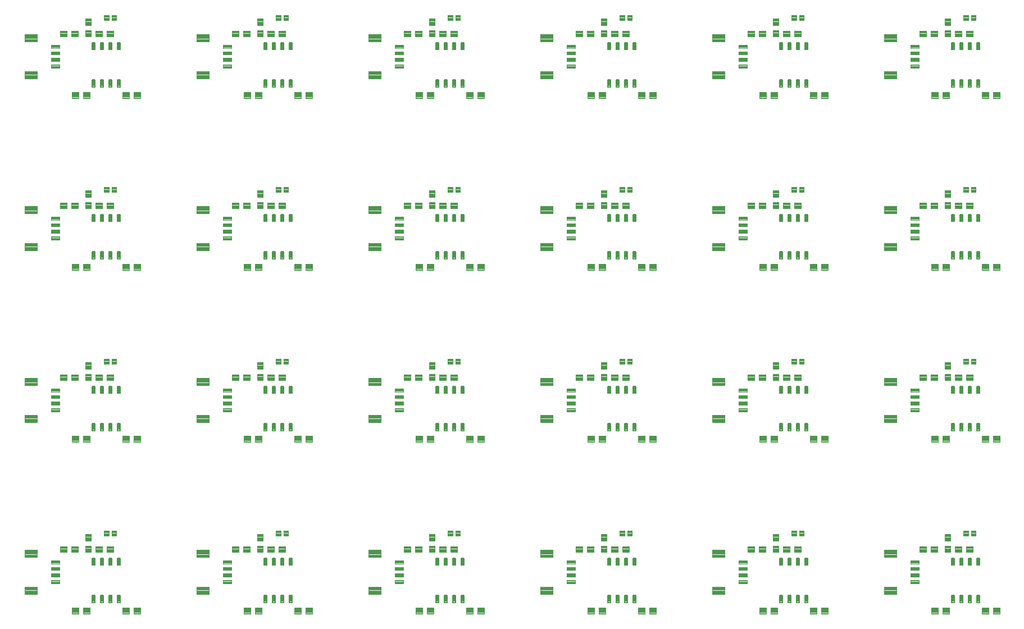
<source format=gtp>
G04 EAGLE Gerber RS-274X export*
G75*
%MOMM*%
%FSLAX34Y34*%
%LPD*%
%INSolderpaste Top*%
%IPPOS*%
%AMOC8*
5,1,8,0,0,1.08239X$1,22.5*%
G01*
%ADD10C,0.180000*%
%ADD11C,0.096000*%
%ADD12C,0.102000*%
%ADD13C,0.100000*%


D10*
X143950Y147400D02*
X148150Y147400D01*
X148150Y137200D01*
X143950Y137200D01*
X143950Y147400D01*
X143950Y138910D02*
X148150Y138910D01*
X148150Y140620D02*
X143950Y140620D01*
X143950Y142330D02*
X148150Y142330D01*
X148150Y144040D02*
X143950Y144040D01*
X143950Y145750D02*
X148150Y145750D01*
X135450Y147400D02*
X131250Y147400D01*
X135450Y147400D02*
X135450Y137200D01*
X131250Y137200D01*
X131250Y147400D01*
X131250Y138910D02*
X135450Y138910D01*
X135450Y140620D02*
X131250Y140620D01*
X131250Y142330D02*
X135450Y142330D01*
X135450Y144040D02*
X131250Y144040D01*
X131250Y145750D02*
X135450Y145750D01*
X122750Y147400D02*
X118550Y147400D01*
X122750Y147400D02*
X122750Y137200D01*
X118550Y137200D01*
X118550Y147400D01*
X118550Y138910D02*
X122750Y138910D01*
X122750Y140620D02*
X118550Y140620D01*
X118550Y142330D02*
X122750Y142330D01*
X122750Y144040D02*
X118550Y144040D01*
X118550Y145750D02*
X122750Y145750D01*
X110050Y147400D02*
X105850Y147400D01*
X110050Y147400D02*
X110050Y137200D01*
X105850Y137200D01*
X105850Y147400D01*
X105850Y138910D02*
X110050Y138910D01*
X110050Y140620D02*
X105850Y140620D01*
X105850Y142330D02*
X110050Y142330D01*
X110050Y144040D02*
X105850Y144040D01*
X105850Y145750D02*
X110050Y145750D01*
X110050Y91400D02*
X105850Y91400D01*
X110050Y91400D02*
X110050Y81200D01*
X105850Y81200D01*
X105850Y91400D01*
X105850Y82910D02*
X110050Y82910D01*
X110050Y84620D02*
X105850Y84620D01*
X105850Y86330D02*
X110050Y86330D01*
X110050Y88040D02*
X105850Y88040D01*
X105850Y89750D02*
X110050Y89750D01*
X118550Y91400D02*
X122750Y91400D01*
X122750Y81200D01*
X118550Y81200D01*
X118550Y91400D01*
X118550Y82910D02*
X122750Y82910D01*
X122750Y84620D02*
X118550Y84620D01*
X118550Y86330D02*
X122750Y86330D01*
X122750Y88040D02*
X118550Y88040D01*
X118550Y89750D02*
X122750Y89750D01*
X131250Y91400D02*
X135450Y91400D01*
X135450Y81200D01*
X131250Y81200D01*
X131250Y91400D01*
X131250Y82910D02*
X135450Y82910D01*
X135450Y84620D02*
X131250Y84620D01*
X131250Y86330D02*
X135450Y86330D01*
X135450Y88040D02*
X131250Y88040D01*
X131250Y89750D02*
X135450Y89750D01*
X143950Y91400D02*
X148150Y91400D01*
X148150Y81200D01*
X143950Y81200D01*
X143950Y91400D01*
X143950Y82910D02*
X148150Y82910D01*
X148150Y84620D02*
X143950Y84620D01*
X143950Y86330D02*
X148150Y86330D01*
X148150Y88040D02*
X143950Y88040D01*
X143950Y89750D02*
X148150Y89750D01*
D11*
X4530Y149480D02*
X4530Y160520D01*
X23570Y160520D01*
X23570Y149480D01*
X4530Y149480D01*
X4530Y150392D02*
X23570Y150392D01*
X23570Y151304D02*
X4530Y151304D01*
X4530Y152216D02*
X23570Y152216D01*
X23570Y153128D02*
X4530Y153128D01*
X4530Y154040D02*
X23570Y154040D01*
X23570Y154952D02*
X4530Y154952D01*
X4530Y155864D02*
X23570Y155864D01*
X23570Y156776D02*
X4530Y156776D01*
X4530Y157688D02*
X23570Y157688D01*
X23570Y158600D02*
X4530Y158600D01*
X4530Y159512D02*
X23570Y159512D01*
X23570Y160424D02*
X4530Y160424D01*
X4530Y104520D02*
X4530Y93480D01*
X4530Y104520D02*
X23570Y104520D01*
X23570Y93480D01*
X4530Y93480D01*
X4530Y94392D02*
X23570Y94392D01*
X23570Y95304D02*
X4530Y95304D01*
X4530Y96216D02*
X23570Y96216D01*
X23570Y97128D02*
X4530Y97128D01*
X4530Y98040D02*
X23570Y98040D01*
X23570Y98952D02*
X4530Y98952D01*
X4530Y99864D02*
X23570Y99864D01*
X23570Y100776D02*
X4530Y100776D01*
X4530Y101688D02*
X23570Y101688D01*
X23570Y102600D02*
X4530Y102600D01*
X4530Y103512D02*
X23570Y103512D01*
X23570Y104424D02*
X4530Y104424D01*
D12*
X44560Y139510D02*
X44560Y144490D01*
X57040Y144490D01*
X57040Y139510D01*
X44560Y139510D01*
X44560Y140479D02*
X57040Y140479D01*
X57040Y141448D02*
X44560Y141448D01*
X44560Y142417D02*
X57040Y142417D01*
X57040Y143386D02*
X44560Y143386D01*
X44560Y144355D02*
X57040Y144355D01*
X44560Y134490D02*
X44560Y129510D01*
X44560Y134490D02*
X57040Y134490D01*
X57040Y129510D01*
X44560Y129510D01*
X44560Y130479D02*
X57040Y130479D01*
X57040Y131448D02*
X44560Y131448D01*
X44560Y132417D02*
X57040Y132417D01*
X57040Y133386D02*
X44560Y133386D01*
X44560Y134355D02*
X57040Y134355D01*
X44560Y124490D02*
X44560Y119510D01*
X44560Y124490D02*
X57040Y124490D01*
X57040Y119510D01*
X44560Y119510D01*
X44560Y120479D02*
X57040Y120479D01*
X57040Y121448D02*
X44560Y121448D01*
X44560Y122417D02*
X57040Y122417D01*
X57040Y123386D02*
X44560Y123386D01*
X44560Y124355D02*
X57040Y124355D01*
X44560Y114490D02*
X44560Y109510D01*
X44560Y114490D02*
X57040Y114490D01*
X57040Y109510D01*
X44560Y109510D01*
X44560Y110479D02*
X57040Y110479D01*
X57040Y111448D02*
X44560Y111448D01*
X44560Y112417D02*
X57040Y112417D01*
X57040Y113386D02*
X44560Y113386D01*
X44560Y114355D02*
X57040Y114355D01*
D13*
X95830Y173680D02*
X95830Y183680D01*
X104830Y183680D01*
X104830Y173680D01*
X95830Y173680D01*
X95830Y174630D02*
X104830Y174630D01*
X104830Y175580D02*
X95830Y175580D01*
X95830Y176530D02*
X104830Y176530D01*
X104830Y177480D02*
X95830Y177480D01*
X95830Y178430D02*
X104830Y178430D01*
X104830Y179380D02*
X95830Y179380D01*
X95830Y180330D02*
X104830Y180330D01*
X104830Y181280D02*
X95830Y181280D01*
X95830Y182230D02*
X104830Y182230D01*
X104830Y183180D02*
X95830Y183180D01*
X95830Y166680D02*
X95830Y156680D01*
X95830Y166680D02*
X104830Y166680D01*
X104830Y156680D01*
X95830Y156680D01*
X95830Y157630D02*
X104830Y157630D01*
X104830Y158580D02*
X95830Y158580D01*
X95830Y159530D02*
X104830Y159530D01*
X104830Y160480D02*
X95830Y160480D01*
X95830Y161430D02*
X104830Y161430D01*
X104830Y162380D02*
X95830Y162380D01*
X95830Y163330D02*
X104830Y163330D01*
X104830Y164280D02*
X95830Y164280D01*
X95830Y165230D02*
X104830Y165230D01*
X104830Y166180D02*
X95830Y166180D01*
X84620Y165790D02*
X74620Y165790D01*
X84620Y165790D02*
X84620Y156790D01*
X74620Y156790D01*
X74620Y165790D01*
X74620Y157740D02*
X84620Y157740D01*
X84620Y158690D02*
X74620Y158690D01*
X74620Y159640D02*
X84620Y159640D01*
X84620Y160590D02*
X74620Y160590D01*
X74620Y161540D02*
X84620Y161540D01*
X84620Y162490D02*
X74620Y162490D01*
X74620Y163440D02*
X84620Y163440D01*
X84620Y164390D02*
X74620Y164390D01*
X74620Y165340D02*
X84620Y165340D01*
X67620Y165790D02*
X57620Y165790D01*
X67620Y165790D02*
X67620Y156790D01*
X57620Y156790D01*
X57620Y165790D01*
X57620Y157740D02*
X67620Y157740D01*
X67620Y158690D02*
X57620Y158690D01*
X57620Y159640D02*
X67620Y159640D01*
X67620Y160590D02*
X57620Y160590D01*
X57620Y161540D02*
X67620Y161540D01*
X67620Y162490D02*
X57620Y162490D01*
X57620Y163440D02*
X67620Y163440D01*
X67620Y164390D02*
X57620Y164390D01*
X57620Y165340D02*
X67620Y165340D01*
X110960Y156790D02*
X120960Y156790D01*
X110960Y156790D02*
X110960Y165790D01*
X120960Y165790D01*
X120960Y156790D01*
X120960Y157740D02*
X110960Y157740D01*
X110960Y158690D02*
X120960Y158690D01*
X120960Y159640D02*
X110960Y159640D01*
X110960Y160590D02*
X120960Y160590D01*
X120960Y161540D02*
X110960Y161540D01*
X110960Y162490D02*
X120960Y162490D01*
X120960Y163440D02*
X110960Y163440D01*
X110960Y164390D02*
X120960Y164390D01*
X120960Y165340D02*
X110960Y165340D01*
X127960Y156790D02*
X137960Y156790D01*
X127960Y156790D02*
X127960Y165790D01*
X137960Y165790D01*
X137960Y156790D01*
X137960Y157740D02*
X127960Y157740D01*
X127960Y158690D02*
X137960Y158690D01*
X137960Y159640D02*
X127960Y159640D01*
X127960Y160590D02*
X137960Y160590D01*
X137960Y161540D02*
X127960Y161540D01*
X127960Y162490D02*
X137960Y162490D01*
X137960Y163440D02*
X127960Y163440D01*
X127960Y164390D02*
X137960Y164390D01*
X137960Y165340D02*
X127960Y165340D01*
D12*
X131290Y181430D02*
X123810Y181430D01*
X123810Y189410D01*
X131290Y189410D01*
X131290Y181430D01*
X131290Y182399D02*
X123810Y182399D01*
X123810Y183368D02*
X131290Y183368D01*
X131290Y184337D02*
X123810Y184337D01*
X123810Y185306D02*
X131290Y185306D01*
X131290Y186275D02*
X123810Y186275D01*
X123810Y187244D02*
X131290Y187244D01*
X131290Y188213D02*
X123810Y188213D01*
X123810Y189182D02*
X131290Y189182D01*
X135410Y181430D02*
X142890Y181430D01*
X135410Y181430D02*
X135410Y189410D01*
X142890Y189410D01*
X142890Y181430D01*
X142890Y182399D02*
X135410Y182399D01*
X135410Y183368D02*
X142890Y183368D01*
X142890Y184337D02*
X135410Y184337D01*
X135410Y185306D02*
X142890Y185306D01*
X142890Y186275D02*
X135410Y186275D01*
X135410Y187244D02*
X142890Y187244D01*
X142890Y188213D02*
X135410Y188213D01*
X135410Y189182D02*
X142890Y189182D01*
D13*
X151600Y64080D02*
X161600Y64080D01*
X151600Y64080D02*
X151600Y73080D01*
X161600Y73080D01*
X161600Y64080D01*
X161600Y65030D02*
X151600Y65030D01*
X151600Y65980D02*
X161600Y65980D01*
X161600Y66930D02*
X151600Y66930D01*
X151600Y67880D02*
X161600Y67880D01*
X161600Y68830D02*
X151600Y68830D01*
X151600Y69780D02*
X161600Y69780D01*
X161600Y70730D02*
X151600Y70730D01*
X151600Y71680D02*
X161600Y71680D01*
X161600Y72630D02*
X151600Y72630D01*
X168600Y64080D02*
X178600Y64080D01*
X168600Y64080D02*
X168600Y73080D01*
X178600Y73080D01*
X178600Y64080D01*
X178600Y65030D02*
X168600Y65030D01*
X168600Y65980D02*
X178600Y65980D01*
X178600Y66930D02*
X168600Y66930D01*
X168600Y67880D02*
X178600Y67880D01*
X178600Y68830D02*
X168600Y68830D01*
X168600Y69780D02*
X178600Y69780D01*
X178600Y70730D02*
X168600Y70730D01*
X168600Y71680D02*
X178600Y71680D01*
X178600Y72630D02*
X168600Y72630D01*
X85400Y64080D02*
X75400Y64080D01*
X75400Y73080D01*
X85400Y73080D01*
X85400Y64080D01*
X85400Y65030D02*
X75400Y65030D01*
X75400Y65980D02*
X85400Y65980D01*
X85400Y66930D02*
X75400Y66930D01*
X75400Y67880D02*
X85400Y67880D01*
X85400Y68830D02*
X75400Y68830D01*
X75400Y69780D02*
X85400Y69780D01*
X85400Y70730D02*
X75400Y70730D01*
X75400Y71680D02*
X85400Y71680D01*
X85400Y72630D02*
X75400Y72630D01*
X92400Y64080D02*
X102400Y64080D01*
X92400Y64080D02*
X92400Y73080D01*
X102400Y73080D01*
X102400Y64080D01*
X102400Y65030D02*
X92400Y65030D01*
X92400Y65980D02*
X102400Y65980D01*
X102400Y66930D02*
X92400Y66930D01*
X92400Y67880D02*
X102400Y67880D01*
X102400Y68830D02*
X92400Y68830D01*
X92400Y69780D02*
X102400Y69780D01*
X102400Y70730D02*
X92400Y70730D01*
X92400Y71680D02*
X102400Y71680D01*
X102400Y72630D02*
X92400Y72630D01*
D10*
X403030Y147400D02*
X407230Y147400D01*
X407230Y137200D01*
X403030Y137200D01*
X403030Y147400D01*
X403030Y138910D02*
X407230Y138910D01*
X407230Y140620D02*
X403030Y140620D01*
X403030Y142330D02*
X407230Y142330D01*
X407230Y144040D02*
X403030Y144040D01*
X403030Y145750D02*
X407230Y145750D01*
X394530Y147400D02*
X390330Y147400D01*
X394530Y147400D02*
X394530Y137200D01*
X390330Y137200D01*
X390330Y147400D01*
X390330Y138910D02*
X394530Y138910D01*
X394530Y140620D02*
X390330Y140620D01*
X390330Y142330D02*
X394530Y142330D01*
X394530Y144040D02*
X390330Y144040D01*
X390330Y145750D02*
X394530Y145750D01*
X381830Y147400D02*
X377630Y147400D01*
X381830Y147400D02*
X381830Y137200D01*
X377630Y137200D01*
X377630Y147400D01*
X377630Y138910D02*
X381830Y138910D01*
X381830Y140620D02*
X377630Y140620D01*
X377630Y142330D02*
X381830Y142330D01*
X381830Y144040D02*
X377630Y144040D01*
X377630Y145750D02*
X381830Y145750D01*
X369130Y147400D02*
X364930Y147400D01*
X369130Y147400D02*
X369130Y137200D01*
X364930Y137200D01*
X364930Y147400D01*
X364930Y138910D02*
X369130Y138910D01*
X369130Y140620D02*
X364930Y140620D01*
X364930Y142330D02*
X369130Y142330D01*
X369130Y144040D02*
X364930Y144040D01*
X364930Y145750D02*
X369130Y145750D01*
X369130Y91400D02*
X364930Y91400D01*
X369130Y91400D02*
X369130Y81200D01*
X364930Y81200D01*
X364930Y91400D01*
X364930Y82910D02*
X369130Y82910D01*
X369130Y84620D02*
X364930Y84620D01*
X364930Y86330D02*
X369130Y86330D01*
X369130Y88040D02*
X364930Y88040D01*
X364930Y89750D02*
X369130Y89750D01*
X377630Y91400D02*
X381830Y91400D01*
X381830Y81200D01*
X377630Y81200D01*
X377630Y91400D01*
X377630Y82910D02*
X381830Y82910D01*
X381830Y84620D02*
X377630Y84620D01*
X377630Y86330D02*
X381830Y86330D01*
X381830Y88040D02*
X377630Y88040D01*
X377630Y89750D02*
X381830Y89750D01*
X390330Y91400D02*
X394530Y91400D01*
X394530Y81200D01*
X390330Y81200D01*
X390330Y91400D01*
X390330Y82910D02*
X394530Y82910D01*
X394530Y84620D02*
X390330Y84620D01*
X390330Y86330D02*
X394530Y86330D01*
X394530Y88040D02*
X390330Y88040D01*
X390330Y89750D02*
X394530Y89750D01*
X403030Y91400D02*
X407230Y91400D01*
X407230Y81200D01*
X403030Y81200D01*
X403030Y91400D01*
X403030Y82910D02*
X407230Y82910D01*
X407230Y84620D02*
X403030Y84620D01*
X403030Y86330D02*
X407230Y86330D01*
X407230Y88040D02*
X403030Y88040D01*
X403030Y89750D02*
X407230Y89750D01*
D11*
X263610Y149480D02*
X263610Y160520D01*
X282650Y160520D01*
X282650Y149480D01*
X263610Y149480D01*
X263610Y150392D02*
X282650Y150392D01*
X282650Y151304D02*
X263610Y151304D01*
X263610Y152216D02*
X282650Y152216D01*
X282650Y153128D02*
X263610Y153128D01*
X263610Y154040D02*
X282650Y154040D01*
X282650Y154952D02*
X263610Y154952D01*
X263610Y155864D02*
X282650Y155864D01*
X282650Y156776D02*
X263610Y156776D01*
X263610Y157688D02*
X282650Y157688D01*
X282650Y158600D02*
X263610Y158600D01*
X263610Y159512D02*
X282650Y159512D01*
X282650Y160424D02*
X263610Y160424D01*
X263610Y104520D02*
X263610Y93480D01*
X263610Y104520D02*
X282650Y104520D01*
X282650Y93480D01*
X263610Y93480D01*
X263610Y94392D02*
X282650Y94392D01*
X282650Y95304D02*
X263610Y95304D01*
X263610Y96216D02*
X282650Y96216D01*
X282650Y97128D02*
X263610Y97128D01*
X263610Y98040D02*
X282650Y98040D01*
X282650Y98952D02*
X263610Y98952D01*
X263610Y99864D02*
X282650Y99864D01*
X282650Y100776D02*
X263610Y100776D01*
X263610Y101688D02*
X282650Y101688D01*
X282650Y102600D02*
X263610Y102600D01*
X263610Y103512D02*
X282650Y103512D01*
X282650Y104424D02*
X263610Y104424D01*
D12*
X303640Y139510D02*
X303640Y144490D01*
X316120Y144490D01*
X316120Y139510D01*
X303640Y139510D01*
X303640Y140479D02*
X316120Y140479D01*
X316120Y141448D02*
X303640Y141448D01*
X303640Y142417D02*
X316120Y142417D01*
X316120Y143386D02*
X303640Y143386D01*
X303640Y144355D02*
X316120Y144355D01*
X303640Y134490D02*
X303640Y129510D01*
X303640Y134490D02*
X316120Y134490D01*
X316120Y129510D01*
X303640Y129510D01*
X303640Y130479D02*
X316120Y130479D01*
X316120Y131448D02*
X303640Y131448D01*
X303640Y132417D02*
X316120Y132417D01*
X316120Y133386D02*
X303640Y133386D01*
X303640Y134355D02*
X316120Y134355D01*
X303640Y124490D02*
X303640Y119510D01*
X303640Y124490D02*
X316120Y124490D01*
X316120Y119510D01*
X303640Y119510D01*
X303640Y120479D02*
X316120Y120479D01*
X316120Y121448D02*
X303640Y121448D01*
X303640Y122417D02*
X316120Y122417D01*
X316120Y123386D02*
X303640Y123386D01*
X303640Y124355D02*
X316120Y124355D01*
X303640Y114490D02*
X303640Y109510D01*
X303640Y114490D02*
X316120Y114490D01*
X316120Y109510D01*
X303640Y109510D01*
X303640Y110479D02*
X316120Y110479D01*
X316120Y111448D02*
X303640Y111448D01*
X303640Y112417D02*
X316120Y112417D01*
X316120Y113386D02*
X303640Y113386D01*
X303640Y114355D02*
X316120Y114355D01*
D13*
X354910Y173680D02*
X354910Y183680D01*
X363910Y183680D01*
X363910Y173680D01*
X354910Y173680D01*
X354910Y174630D02*
X363910Y174630D01*
X363910Y175580D02*
X354910Y175580D01*
X354910Y176530D02*
X363910Y176530D01*
X363910Y177480D02*
X354910Y177480D01*
X354910Y178430D02*
X363910Y178430D01*
X363910Y179380D02*
X354910Y179380D01*
X354910Y180330D02*
X363910Y180330D01*
X363910Y181280D02*
X354910Y181280D01*
X354910Y182230D02*
X363910Y182230D01*
X363910Y183180D02*
X354910Y183180D01*
X354910Y166680D02*
X354910Y156680D01*
X354910Y166680D02*
X363910Y166680D01*
X363910Y156680D01*
X354910Y156680D01*
X354910Y157630D02*
X363910Y157630D01*
X363910Y158580D02*
X354910Y158580D01*
X354910Y159530D02*
X363910Y159530D01*
X363910Y160480D02*
X354910Y160480D01*
X354910Y161430D02*
X363910Y161430D01*
X363910Y162380D02*
X354910Y162380D01*
X354910Y163330D02*
X363910Y163330D01*
X363910Y164280D02*
X354910Y164280D01*
X354910Y165230D02*
X363910Y165230D01*
X363910Y166180D02*
X354910Y166180D01*
X343700Y165790D02*
X333700Y165790D01*
X343700Y165790D02*
X343700Y156790D01*
X333700Y156790D01*
X333700Y165790D01*
X333700Y157740D02*
X343700Y157740D01*
X343700Y158690D02*
X333700Y158690D01*
X333700Y159640D02*
X343700Y159640D01*
X343700Y160590D02*
X333700Y160590D01*
X333700Y161540D02*
X343700Y161540D01*
X343700Y162490D02*
X333700Y162490D01*
X333700Y163440D02*
X343700Y163440D01*
X343700Y164390D02*
X333700Y164390D01*
X333700Y165340D02*
X343700Y165340D01*
X326700Y165790D02*
X316700Y165790D01*
X326700Y165790D02*
X326700Y156790D01*
X316700Y156790D01*
X316700Y165790D01*
X316700Y157740D02*
X326700Y157740D01*
X326700Y158690D02*
X316700Y158690D01*
X316700Y159640D02*
X326700Y159640D01*
X326700Y160590D02*
X316700Y160590D01*
X316700Y161540D02*
X326700Y161540D01*
X326700Y162490D02*
X316700Y162490D01*
X316700Y163440D02*
X326700Y163440D01*
X326700Y164390D02*
X316700Y164390D01*
X316700Y165340D02*
X326700Y165340D01*
X370040Y156790D02*
X380040Y156790D01*
X370040Y156790D02*
X370040Y165790D01*
X380040Y165790D01*
X380040Y156790D01*
X380040Y157740D02*
X370040Y157740D01*
X370040Y158690D02*
X380040Y158690D01*
X380040Y159640D02*
X370040Y159640D01*
X370040Y160590D02*
X380040Y160590D01*
X380040Y161540D02*
X370040Y161540D01*
X370040Y162490D02*
X380040Y162490D01*
X380040Y163440D02*
X370040Y163440D01*
X370040Y164390D02*
X380040Y164390D01*
X380040Y165340D02*
X370040Y165340D01*
X387040Y156790D02*
X397040Y156790D01*
X387040Y156790D02*
X387040Y165790D01*
X397040Y165790D01*
X397040Y156790D01*
X397040Y157740D02*
X387040Y157740D01*
X387040Y158690D02*
X397040Y158690D01*
X397040Y159640D02*
X387040Y159640D01*
X387040Y160590D02*
X397040Y160590D01*
X397040Y161540D02*
X387040Y161540D01*
X387040Y162490D02*
X397040Y162490D01*
X397040Y163440D02*
X387040Y163440D01*
X387040Y164390D02*
X397040Y164390D01*
X397040Y165340D02*
X387040Y165340D01*
D12*
X390370Y181430D02*
X382890Y181430D01*
X382890Y189410D01*
X390370Y189410D01*
X390370Y181430D01*
X390370Y182399D02*
X382890Y182399D01*
X382890Y183368D02*
X390370Y183368D01*
X390370Y184337D02*
X382890Y184337D01*
X382890Y185306D02*
X390370Y185306D01*
X390370Y186275D02*
X382890Y186275D01*
X382890Y187244D02*
X390370Y187244D01*
X390370Y188213D02*
X382890Y188213D01*
X382890Y189182D02*
X390370Y189182D01*
X394490Y181430D02*
X401970Y181430D01*
X394490Y181430D02*
X394490Y189410D01*
X401970Y189410D01*
X401970Y181430D01*
X401970Y182399D02*
X394490Y182399D01*
X394490Y183368D02*
X401970Y183368D01*
X401970Y184337D02*
X394490Y184337D01*
X394490Y185306D02*
X401970Y185306D01*
X401970Y186275D02*
X394490Y186275D01*
X394490Y187244D02*
X401970Y187244D01*
X401970Y188213D02*
X394490Y188213D01*
X394490Y189182D02*
X401970Y189182D01*
D13*
X410680Y64080D02*
X420680Y64080D01*
X410680Y64080D02*
X410680Y73080D01*
X420680Y73080D01*
X420680Y64080D01*
X420680Y65030D02*
X410680Y65030D01*
X410680Y65980D02*
X420680Y65980D01*
X420680Y66930D02*
X410680Y66930D01*
X410680Y67880D02*
X420680Y67880D01*
X420680Y68830D02*
X410680Y68830D01*
X410680Y69780D02*
X420680Y69780D01*
X420680Y70730D02*
X410680Y70730D01*
X410680Y71680D02*
X420680Y71680D01*
X420680Y72630D02*
X410680Y72630D01*
X427680Y64080D02*
X437680Y64080D01*
X427680Y64080D02*
X427680Y73080D01*
X437680Y73080D01*
X437680Y64080D01*
X437680Y65030D02*
X427680Y65030D01*
X427680Y65980D02*
X437680Y65980D01*
X437680Y66930D02*
X427680Y66930D01*
X427680Y67880D02*
X437680Y67880D01*
X437680Y68830D02*
X427680Y68830D01*
X427680Y69780D02*
X437680Y69780D01*
X437680Y70730D02*
X427680Y70730D01*
X427680Y71680D02*
X437680Y71680D01*
X437680Y72630D02*
X427680Y72630D01*
X344480Y64080D02*
X334480Y64080D01*
X334480Y73080D01*
X344480Y73080D01*
X344480Y64080D01*
X344480Y65030D02*
X334480Y65030D01*
X334480Y65980D02*
X344480Y65980D01*
X344480Y66930D02*
X334480Y66930D01*
X334480Y67880D02*
X344480Y67880D01*
X344480Y68830D02*
X334480Y68830D01*
X334480Y69780D02*
X344480Y69780D01*
X344480Y70730D02*
X334480Y70730D01*
X334480Y71680D02*
X344480Y71680D01*
X344480Y72630D02*
X334480Y72630D01*
X351480Y64080D02*
X361480Y64080D01*
X351480Y64080D02*
X351480Y73080D01*
X361480Y73080D01*
X361480Y64080D01*
X361480Y65030D02*
X351480Y65030D01*
X351480Y65980D02*
X361480Y65980D01*
X361480Y66930D02*
X351480Y66930D01*
X351480Y67880D02*
X361480Y67880D01*
X361480Y68830D02*
X351480Y68830D01*
X351480Y69780D02*
X361480Y69780D01*
X361480Y70730D02*
X351480Y70730D01*
X351480Y71680D02*
X361480Y71680D01*
X361480Y72630D02*
X351480Y72630D01*
D10*
X662110Y147400D02*
X666310Y147400D01*
X666310Y137200D01*
X662110Y137200D01*
X662110Y147400D01*
X662110Y138910D02*
X666310Y138910D01*
X666310Y140620D02*
X662110Y140620D01*
X662110Y142330D02*
X666310Y142330D01*
X666310Y144040D02*
X662110Y144040D01*
X662110Y145750D02*
X666310Y145750D01*
X653610Y147400D02*
X649410Y147400D01*
X653610Y147400D02*
X653610Y137200D01*
X649410Y137200D01*
X649410Y147400D01*
X649410Y138910D02*
X653610Y138910D01*
X653610Y140620D02*
X649410Y140620D01*
X649410Y142330D02*
X653610Y142330D01*
X653610Y144040D02*
X649410Y144040D01*
X649410Y145750D02*
X653610Y145750D01*
X640910Y147400D02*
X636710Y147400D01*
X640910Y147400D02*
X640910Y137200D01*
X636710Y137200D01*
X636710Y147400D01*
X636710Y138910D02*
X640910Y138910D01*
X640910Y140620D02*
X636710Y140620D01*
X636710Y142330D02*
X640910Y142330D01*
X640910Y144040D02*
X636710Y144040D01*
X636710Y145750D02*
X640910Y145750D01*
X628210Y147400D02*
X624010Y147400D01*
X628210Y147400D02*
X628210Y137200D01*
X624010Y137200D01*
X624010Y147400D01*
X624010Y138910D02*
X628210Y138910D01*
X628210Y140620D02*
X624010Y140620D01*
X624010Y142330D02*
X628210Y142330D01*
X628210Y144040D02*
X624010Y144040D01*
X624010Y145750D02*
X628210Y145750D01*
X628210Y91400D02*
X624010Y91400D01*
X628210Y91400D02*
X628210Y81200D01*
X624010Y81200D01*
X624010Y91400D01*
X624010Y82910D02*
X628210Y82910D01*
X628210Y84620D02*
X624010Y84620D01*
X624010Y86330D02*
X628210Y86330D01*
X628210Y88040D02*
X624010Y88040D01*
X624010Y89750D02*
X628210Y89750D01*
X636710Y91400D02*
X640910Y91400D01*
X640910Y81200D01*
X636710Y81200D01*
X636710Y91400D01*
X636710Y82910D02*
X640910Y82910D01*
X640910Y84620D02*
X636710Y84620D01*
X636710Y86330D02*
X640910Y86330D01*
X640910Y88040D02*
X636710Y88040D01*
X636710Y89750D02*
X640910Y89750D01*
X649410Y91400D02*
X653610Y91400D01*
X653610Y81200D01*
X649410Y81200D01*
X649410Y91400D01*
X649410Y82910D02*
X653610Y82910D01*
X653610Y84620D02*
X649410Y84620D01*
X649410Y86330D02*
X653610Y86330D01*
X653610Y88040D02*
X649410Y88040D01*
X649410Y89750D02*
X653610Y89750D01*
X662110Y91400D02*
X666310Y91400D01*
X666310Y81200D01*
X662110Y81200D01*
X662110Y91400D01*
X662110Y82910D02*
X666310Y82910D01*
X666310Y84620D02*
X662110Y84620D01*
X662110Y86330D02*
X666310Y86330D01*
X666310Y88040D02*
X662110Y88040D01*
X662110Y89750D02*
X666310Y89750D01*
D11*
X522690Y149480D02*
X522690Y160520D01*
X541730Y160520D01*
X541730Y149480D01*
X522690Y149480D01*
X522690Y150392D02*
X541730Y150392D01*
X541730Y151304D02*
X522690Y151304D01*
X522690Y152216D02*
X541730Y152216D01*
X541730Y153128D02*
X522690Y153128D01*
X522690Y154040D02*
X541730Y154040D01*
X541730Y154952D02*
X522690Y154952D01*
X522690Y155864D02*
X541730Y155864D01*
X541730Y156776D02*
X522690Y156776D01*
X522690Y157688D02*
X541730Y157688D01*
X541730Y158600D02*
X522690Y158600D01*
X522690Y159512D02*
X541730Y159512D01*
X541730Y160424D02*
X522690Y160424D01*
X522690Y104520D02*
X522690Y93480D01*
X522690Y104520D02*
X541730Y104520D01*
X541730Y93480D01*
X522690Y93480D01*
X522690Y94392D02*
X541730Y94392D01*
X541730Y95304D02*
X522690Y95304D01*
X522690Y96216D02*
X541730Y96216D01*
X541730Y97128D02*
X522690Y97128D01*
X522690Y98040D02*
X541730Y98040D01*
X541730Y98952D02*
X522690Y98952D01*
X522690Y99864D02*
X541730Y99864D01*
X541730Y100776D02*
X522690Y100776D01*
X522690Y101688D02*
X541730Y101688D01*
X541730Y102600D02*
X522690Y102600D01*
X522690Y103512D02*
X541730Y103512D01*
X541730Y104424D02*
X522690Y104424D01*
D12*
X562720Y139510D02*
X562720Y144490D01*
X575200Y144490D01*
X575200Y139510D01*
X562720Y139510D01*
X562720Y140479D02*
X575200Y140479D01*
X575200Y141448D02*
X562720Y141448D01*
X562720Y142417D02*
X575200Y142417D01*
X575200Y143386D02*
X562720Y143386D01*
X562720Y144355D02*
X575200Y144355D01*
X562720Y134490D02*
X562720Y129510D01*
X562720Y134490D02*
X575200Y134490D01*
X575200Y129510D01*
X562720Y129510D01*
X562720Y130479D02*
X575200Y130479D01*
X575200Y131448D02*
X562720Y131448D01*
X562720Y132417D02*
X575200Y132417D01*
X575200Y133386D02*
X562720Y133386D01*
X562720Y134355D02*
X575200Y134355D01*
X562720Y124490D02*
X562720Y119510D01*
X562720Y124490D02*
X575200Y124490D01*
X575200Y119510D01*
X562720Y119510D01*
X562720Y120479D02*
X575200Y120479D01*
X575200Y121448D02*
X562720Y121448D01*
X562720Y122417D02*
X575200Y122417D01*
X575200Y123386D02*
X562720Y123386D01*
X562720Y124355D02*
X575200Y124355D01*
X562720Y114490D02*
X562720Y109510D01*
X562720Y114490D02*
X575200Y114490D01*
X575200Y109510D01*
X562720Y109510D01*
X562720Y110479D02*
X575200Y110479D01*
X575200Y111448D02*
X562720Y111448D01*
X562720Y112417D02*
X575200Y112417D01*
X575200Y113386D02*
X562720Y113386D01*
X562720Y114355D02*
X575200Y114355D01*
D13*
X613990Y173680D02*
X613990Y183680D01*
X622990Y183680D01*
X622990Y173680D01*
X613990Y173680D01*
X613990Y174630D02*
X622990Y174630D01*
X622990Y175580D02*
X613990Y175580D01*
X613990Y176530D02*
X622990Y176530D01*
X622990Y177480D02*
X613990Y177480D01*
X613990Y178430D02*
X622990Y178430D01*
X622990Y179380D02*
X613990Y179380D01*
X613990Y180330D02*
X622990Y180330D01*
X622990Y181280D02*
X613990Y181280D01*
X613990Y182230D02*
X622990Y182230D01*
X622990Y183180D02*
X613990Y183180D01*
X613990Y166680D02*
X613990Y156680D01*
X613990Y166680D02*
X622990Y166680D01*
X622990Y156680D01*
X613990Y156680D01*
X613990Y157630D02*
X622990Y157630D01*
X622990Y158580D02*
X613990Y158580D01*
X613990Y159530D02*
X622990Y159530D01*
X622990Y160480D02*
X613990Y160480D01*
X613990Y161430D02*
X622990Y161430D01*
X622990Y162380D02*
X613990Y162380D01*
X613990Y163330D02*
X622990Y163330D01*
X622990Y164280D02*
X613990Y164280D01*
X613990Y165230D02*
X622990Y165230D01*
X622990Y166180D02*
X613990Y166180D01*
X602780Y165790D02*
X592780Y165790D01*
X602780Y165790D02*
X602780Y156790D01*
X592780Y156790D01*
X592780Y165790D01*
X592780Y157740D02*
X602780Y157740D01*
X602780Y158690D02*
X592780Y158690D01*
X592780Y159640D02*
X602780Y159640D01*
X602780Y160590D02*
X592780Y160590D01*
X592780Y161540D02*
X602780Y161540D01*
X602780Y162490D02*
X592780Y162490D01*
X592780Y163440D02*
X602780Y163440D01*
X602780Y164390D02*
X592780Y164390D01*
X592780Y165340D02*
X602780Y165340D01*
X585780Y165790D02*
X575780Y165790D01*
X585780Y165790D02*
X585780Y156790D01*
X575780Y156790D01*
X575780Y165790D01*
X575780Y157740D02*
X585780Y157740D01*
X585780Y158690D02*
X575780Y158690D01*
X575780Y159640D02*
X585780Y159640D01*
X585780Y160590D02*
X575780Y160590D01*
X575780Y161540D02*
X585780Y161540D01*
X585780Y162490D02*
X575780Y162490D01*
X575780Y163440D02*
X585780Y163440D01*
X585780Y164390D02*
X575780Y164390D01*
X575780Y165340D02*
X585780Y165340D01*
X629120Y156790D02*
X639120Y156790D01*
X629120Y156790D02*
X629120Y165790D01*
X639120Y165790D01*
X639120Y156790D01*
X639120Y157740D02*
X629120Y157740D01*
X629120Y158690D02*
X639120Y158690D01*
X639120Y159640D02*
X629120Y159640D01*
X629120Y160590D02*
X639120Y160590D01*
X639120Y161540D02*
X629120Y161540D01*
X629120Y162490D02*
X639120Y162490D01*
X639120Y163440D02*
X629120Y163440D01*
X629120Y164390D02*
X639120Y164390D01*
X639120Y165340D02*
X629120Y165340D01*
X646120Y156790D02*
X656120Y156790D01*
X646120Y156790D02*
X646120Y165790D01*
X656120Y165790D01*
X656120Y156790D01*
X656120Y157740D02*
X646120Y157740D01*
X646120Y158690D02*
X656120Y158690D01*
X656120Y159640D02*
X646120Y159640D01*
X646120Y160590D02*
X656120Y160590D01*
X656120Y161540D02*
X646120Y161540D01*
X646120Y162490D02*
X656120Y162490D01*
X656120Y163440D02*
X646120Y163440D01*
X646120Y164390D02*
X656120Y164390D01*
X656120Y165340D02*
X646120Y165340D01*
D12*
X649450Y181430D02*
X641970Y181430D01*
X641970Y189410D01*
X649450Y189410D01*
X649450Y181430D01*
X649450Y182399D02*
X641970Y182399D01*
X641970Y183368D02*
X649450Y183368D01*
X649450Y184337D02*
X641970Y184337D01*
X641970Y185306D02*
X649450Y185306D01*
X649450Y186275D02*
X641970Y186275D01*
X641970Y187244D02*
X649450Y187244D01*
X649450Y188213D02*
X641970Y188213D01*
X641970Y189182D02*
X649450Y189182D01*
X653570Y181430D02*
X661050Y181430D01*
X653570Y181430D02*
X653570Y189410D01*
X661050Y189410D01*
X661050Y181430D01*
X661050Y182399D02*
X653570Y182399D01*
X653570Y183368D02*
X661050Y183368D01*
X661050Y184337D02*
X653570Y184337D01*
X653570Y185306D02*
X661050Y185306D01*
X661050Y186275D02*
X653570Y186275D01*
X653570Y187244D02*
X661050Y187244D01*
X661050Y188213D02*
X653570Y188213D01*
X653570Y189182D02*
X661050Y189182D01*
D13*
X669760Y64080D02*
X679760Y64080D01*
X669760Y64080D02*
X669760Y73080D01*
X679760Y73080D01*
X679760Y64080D01*
X679760Y65030D02*
X669760Y65030D01*
X669760Y65980D02*
X679760Y65980D01*
X679760Y66930D02*
X669760Y66930D01*
X669760Y67880D02*
X679760Y67880D01*
X679760Y68830D02*
X669760Y68830D01*
X669760Y69780D02*
X679760Y69780D01*
X679760Y70730D02*
X669760Y70730D01*
X669760Y71680D02*
X679760Y71680D01*
X679760Y72630D02*
X669760Y72630D01*
X686760Y64080D02*
X696760Y64080D01*
X686760Y64080D02*
X686760Y73080D01*
X696760Y73080D01*
X696760Y64080D01*
X696760Y65030D02*
X686760Y65030D01*
X686760Y65980D02*
X696760Y65980D01*
X696760Y66930D02*
X686760Y66930D01*
X686760Y67880D02*
X696760Y67880D01*
X696760Y68830D02*
X686760Y68830D01*
X686760Y69780D02*
X696760Y69780D01*
X696760Y70730D02*
X686760Y70730D01*
X686760Y71680D02*
X696760Y71680D01*
X696760Y72630D02*
X686760Y72630D01*
X603560Y64080D02*
X593560Y64080D01*
X593560Y73080D01*
X603560Y73080D01*
X603560Y64080D01*
X603560Y65030D02*
X593560Y65030D01*
X593560Y65980D02*
X603560Y65980D01*
X603560Y66930D02*
X593560Y66930D01*
X593560Y67880D02*
X603560Y67880D01*
X603560Y68830D02*
X593560Y68830D01*
X593560Y69780D02*
X603560Y69780D01*
X603560Y70730D02*
X593560Y70730D01*
X593560Y71680D02*
X603560Y71680D01*
X603560Y72630D02*
X593560Y72630D01*
X610560Y64080D02*
X620560Y64080D01*
X610560Y64080D02*
X610560Y73080D01*
X620560Y73080D01*
X620560Y64080D01*
X620560Y65030D02*
X610560Y65030D01*
X610560Y65980D02*
X620560Y65980D01*
X620560Y66930D02*
X610560Y66930D01*
X610560Y67880D02*
X620560Y67880D01*
X620560Y68830D02*
X610560Y68830D01*
X610560Y69780D02*
X620560Y69780D01*
X620560Y70730D02*
X610560Y70730D01*
X610560Y71680D02*
X620560Y71680D01*
X620560Y72630D02*
X610560Y72630D01*
D10*
X921190Y147400D02*
X925390Y147400D01*
X925390Y137200D01*
X921190Y137200D01*
X921190Y147400D01*
X921190Y138910D02*
X925390Y138910D01*
X925390Y140620D02*
X921190Y140620D01*
X921190Y142330D02*
X925390Y142330D01*
X925390Y144040D02*
X921190Y144040D01*
X921190Y145750D02*
X925390Y145750D01*
X912690Y147400D02*
X908490Y147400D01*
X912690Y147400D02*
X912690Y137200D01*
X908490Y137200D01*
X908490Y147400D01*
X908490Y138910D02*
X912690Y138910D01*
X912690Y140620D02*
X908490Y140620D01*
X908490Y142330D02*
X912690Y142330D01*
X912690Y144040D02*
X908490Y144040D01*
X908490Y145750D02*
X912690Y145750D01*
X899990Y147400D02*
X895790Y147400D01*
X899990Y147400D02*
X899990Y137200D01*
X895790Y137200D01*
X895790Y147400D01*
X895790Y138910D02*
X899990Y138910D01*
X899990Y140620D02*
X895790Y140620D01*
X895790Y142330D02*
X899990Y142330D01*
X899990Y144040D02*
X895790Y144040D01*
X895790Y145750D02*
X899990Y145750D01*
X887290Y147400D02*
X883090Y147400D01*
X887290Y147400D02*
X887290Y137200D01*
X883090Y137200D01*
X883090Y147400D01*
X883090Y138910D02*
X887290Y138910D01*
X887290Y140620D02*
X883090Y140620D01*
X883090Y142330D02*
X887290Y142330D01*
X887290Y144040D02*
X883090Y144040D01*
X883090Y145750D02*
X887290Y145750D01*
X887290Y91400D02*
X883090Y91400D01*
X887290Y91400D02*
X887290Y81200D01*
X883090Y81200D01*
X883090Y91400D01*
X883090Y82910D02*
X887290Y82910D01*
X887290Y84620D02*
X883090Y84620D01*
X883090Y86330D02*
X887290Y86330D01*
X887290Y88040D02*
X883090Y88040D01*
X883090Y89750D02*
X887290Y89750D01*
X895790Y91400D02*
X899990Y91400D01*
X899990Y81200D01*
X895790Y81200D01*
X895790Y91400D01*
X895790Y82910D02*
X899990Y82910D01*
X899990Y84620D02*
X895790Y84620D01*
X895790Y86330D02*
X899990Y86330D01*
X899990Y88040D02*
X895790Y88040D01*
X895790Y89750D02*
X899990Y89750D01*
X908490Y91400D02*
X912690Y91400D01*
X912690Y81200D01*
X908490Y81200D01*
X908490Y91400D01*
X908490Y82910D02*
X912690Y82910D01*
X912690Y84620D02*
X908490Y84620D01*
X908490Y86330D02*
X912690Y86330D01*
X912690Y88040D02*
X908490Y88040D01*
X908490Y89750D02*
X912690Y89750D01*
X921190Y91400D02*
X925390Y91400D01*
X925390Y81200D01*
X921190Y81200D01*
X921190Y91400D01*
X921190Y82910D02*
X925390Y82910D01*
X925390Y84620D02*
X921190Y84620D01*
X921190Y86330D02*
X925390Y86330D01*
X925390Y88040D02*
X921190Y88040D01*
X921190Y89750D02*
X925390Y89750D01*
D11*
X781770Y149480D02*
X781770Y160520D01*
X800810Y160520D01*
X800810Y149480D01*
X781770Y149480D01*
X781770Y150392D02*
X800810Y150392D01*
X800810Y151304D02*
X781770Y151304D01*
X781770Y152216D02*
X800810Y152216D01*
X800810Y153128D02*
X781770Y153128D01*
X781770Y154040D02*
X800810Y154040D01*
X800810Y154952D02*
X781770Y154952D01*
X781770Y155864D02*
X800810Y155864D01*
X800810Y156776D02*
X781770Y156776D01*
X781770Y157688D02*
X800810Y157688D01*
X800810Y158600D02*
X781770Y158600D01*
X781770Y159512D02*
X800810Y159512D01*
X800810Y160424D02*
X781770Y160424D01*
X781770Y104520D02*
X781770Y93480D01*
X781770Y104520D02*
X800810Y104520D01*
X800810Y93480D01*
X781770Y93480D01*
X781770Y94392D02*
X800810Y94392D01*
X800810Y95304D02*
X781770Y95304D01*
X781770Y96216D02*
X800810Y96216D01*
X800810Y97128D02*
X781770Y97128D01*
X781770Y98040D02*
X800810Y98040D01*
X800810Y98952D02*
X781770Y98952D01*
X781770Y99864D02*
X800810Y99864D01*
X800810Y100776D02*
X781770Y100776D01*
X781770Y101688D02*
X800810Y101688D01*
X800810Y102600D02*
X781770Y102600D01*
X781770Y103512D02*
X800810Y103512D01*
X800810Y104424D02*
X781770Y104424D01*
D12*
X821800Y139510D02*
X821800Y144490D01*
X834280Y144490D01*
X834280Y139510D01*
X821800Y139510D01*
X821800Y140479D02*
X834280Y140479D01*
X834280Y141448D02*
X821800Y141448D01*
X821800Y142417D02*
X834280Y142417D01*
X834280Y143386D02*
X821800Y143386D01*
X821800Y144355D02*
X834280Y144355D01*
X821800Y134490D02*
X821800Y129510D01*
X821800Y134490D02*
X834280Y134490D01*
X834280Y129510D01*
X821800Y129510D01*
X821800Y130479D02*
X834280Y130479D01*
X834280Y131448D02*
X821800Y131448D01*
X821800Y132417D02*
X834280Y132417D01*
X834280Y133386D02*
X821800Y133386D01*
X821800Y134355D02*
X834280Y134355D01*
X821800Y124490D02*
X821800Y119510D01*
X821800Y124490D02*
X834280Y124490D01*
X834280Y119510D01*
X821800Y119510D01*
X821800Y120479D02*
X834280Y120479D01*
X834280Y121448D02*
X821800Y121448D01*
X821800Y122417D02*
X834280Y122417D01*
X834280Y123386D02*
X821800Y123386D01*
X821800Y124355D02*
X834280Y124355D01*
X821800Y114490D02*
X821800Y109510D01*
X821800Y114490D02*
X834280Y114490D01*
X834280Y109510D01*
X821800Y109510D01*
X821800Y110479D02*
X834280Y110479D01*
X834280Y111448D02*
X821800Y111448D01*
X821800Y112417D02*
X834280Y112417D01*
X834280Y113386D02*
X821800Y113386D01*
X821800Y114355D02*
X834280Y114355D01*
D13*
X873070Y173680D02*
X873070Y183680D01*
X882070Y183680D01*
X882070Y173680D01*
X873070Y173680D01*
X873070Y174630D02*
X882070Y174630D01*
X882070Y175580D02*
X873070Y175580D01*
X873070Y176530D02*
X882070Y176530D01*
X882070Y177480D02*
X873070Y177480D01*
X873070Y178430D02*
X882070Y178430D01*
X882070Y179380D02*
X873070Y179380D01*
X873070Y180330D02*
X882070Y180330D01*
X882070Y181280D02*
X873070Y181280D01*
X873070Y182230D02*
X882070Y182230D01*
X882070Y183180D02*
X873070Y183180D01*
X873070Y166680D02*
X873070Y156680D01*
X873070Y166680D02*
X882070Y166680D01*
X882070Y156680D01*
X873070Y156680D01*
X873070Y157630D02*
X882070Y157630D01*
X882070Y158580D02*
X873070Y158580D01*
X873070Y159530D02*
X882070Y159530D01*
X882070Y160480D02*
X873070Y160480D01*
X873070Y161430D02*
X882070Y161430D01*
X882070Y162380D02*
X873070Y162380D01*
X873070Y163330D02*
X882070Y163330D01*
X882070Y164280D02*
X873070Y164280D01*
X873070Y165230D02*
X882070Y165230D01*
X882070Y166180D02*
X873070Y166180D01*
X861860Y165790D02*
X851860Y165790D01*
X861860Y165790D02*
X861860Y156790D01*
X851860Y156790D01*
X851860Y165790D01*
X851860Y157740D02*
X861860Y157740D01*
X861860Y158690D02*
X851860Y158690D01*
X851860Y159640D02*
X861860Y159640D01*
X861860Y160590D02*
X851860Y160590D01*
X851860Y161540D02*
X861860Y161540D01*
X861860Y162490D02*
X851860Y162490D01*
X851860Y163440D02*
X861860Y163440D01*
X861860Y164390D02*
X851860Y164390D01*
X851860Y165340D02*
X861860Y165340D01*
X844860Y165790D02*
X834860Y165790D01*
X844860Y165790D02*
X844860Y156790D01*
X834860Y156790D01*
X834860Y165790D01*
X834860Y157740D02*
X844860Y157740D01*
X844860Y158690D02*
X834860Y158690D01*
X834860Y159640D02*
X844860Y159640D01*
X844860Y160590D02*
X834860Y160590D01*
X834860Y161540D02*
X844860Y161540D01*
X844860Y162490D02*
X834860Y162490D01*
X834860Y163440D02*
X844860Y163440D01*
X844860Y164390D02*
X834860Y164390D01*
X834860Y165340D02*
X844860Y165340D01*
X888200Y156790D02*
X898200Y156790D01*
X888200Y156790D02*
X888200Y165790D01*
X898200Y165790D01*
X898200Y156790D01*
X898200Y157740D02*
X888200Y157740D01*
X888200Y158690D02*
X898200Y158690D01*
X898200Y159640D02*
X888200Y159640D01*
X888200Y160590D02*
X898200Y160590D01*
X898200Y161540D02*
X888200Y161540D01*
X888200Y162490D02*
X898200Y162490D01*
X898200Y163440D02*
X888200Y163440D01*
X888200Y164390D02*
X898200Y164390D01*
X898200Y165340D02*
X888200Y165340D01*
X905200Y156790D02*
X915200Y156790D01*
X905200Y156790D02*
X905200Y165790D01*
X915200Y165790D01*
X915200Y156790D01*
X915200Y157740D02*
X905200Y157740D01*
X905200Y158690D02*
X915200Y158690D01*
X915200Y159640D02*
X905200Y159640D01*
X905200Y160590D02*
X915200Y160590D01*
X915200Y161540D02*
X905200Y161540D01*
X905200Y162490D02*
X915200Y162490D01*
X915200Y163440D02*
X905200Y163440D01*
X905200Y164390D02*
X915200Y164390D01*
X915200Y165340D02*
X905200Y165340D01*
D12*
X908530Y181430D02*
X901050Y181430D01*
X901050Y189410D01*
X908530Y189410D01*
X908530Y181430D01*
X908530Y182399D02*
X901050Y182399D01*
X901050Y183368D02*
X908530Y183368D01*
X908530Y184337D02*
X901050Y184337D01*
X901050Y185306D02*
X908530Y185306D01*
X908530Y186275D02*
X901050Y186275D01*
X901050Y187244D02*
X908530Y187244D01*
X908530Y188213D02*
X901050Y188213D01*
X901050Y189182D02*
X908530Y189182D01*
X912650Y181430D02*
X920130Y181430D01*
X912650Y181430D02*
X912650Y189410D01*
X920130Y189410D01*
X920130Y181430D01*
X920130Y182399D02*
X912650Y182399D01*
X912650Y183368D02*
X920130Y183368D01*
X920130Y184337D02*
X912650Y184337D01*
X912650Y185306D02*
X920130Y185306D01*
X920130Y186275D02*
X912650Y186275D01*
X912650Y187244D02*
X920130Y187244D01*
X920130Y188213D02*
X912650Y188213D01*
X912650Y189182D02*
X920130Y189182D01*
D13*
X928840Y64080D02*
X938840Y64080D01*
X928840Y64080D02*
X928840Y73080D01*
X938840Y73080D01*
X938840Y64080D01*
X938840Y65030D02*
X928840Y65030D01*
X928840Y65980D02*
X938840Y65980D01*
X938840Y66930D02*
X928840Y66930D01*
X928840Y67880D02*
X938840Y67880D01*
X938840Y68830D02*
X928840Y68830D01*
X928840Y69780D02*
X938840Y69780D01*
X938840Y70730D02*
X928840Y70730D01*
X928840Y71680D02*
X938840Y71680D01*
X938840Y72630D02*
X928840Y72630D01*
X945840Y64080D02*
X955840Y64080D01*
X945840Y64080D02*
X945840Y73080D01*
X955840Y73080D01*
X955840Y64080D01*
X955840Y65030D02*
X945840Y65030D01*
X945840Y65980D02*
X955840Y65980D01*
X955840Y66930D02*
X945840Y66930D01*
X945840Y67880D02*
X955840Y67880D01*
X955840Y68830D02*
X945840Y68830D01*
X945840Y69780D02*
X955840Y69780D01*
X955840Y70730D02*
X945840Y70730D01*
X945840Y71680D02*
X955840Y71680D01*
X955840Y72630D02*
X945840Y72630D01*
X862640Y64080D02*
X852640Y64080D01*
X852640Y73080D01*
X862640Y73080D01*
X862640Y64080D01*
X862640Y65030D02*
X852640Y65030D01*
X852640Y65980D02*
X862640Y65980D01*
X862640Y66930D02*
X852640Y66930D01*
X852640Y67880D02*
X862640Y67880D01*
X862640Y68830D02*
X852640Y68830D01*
X852640Y69780D02*
X862640Y69780D01*
X862640Y70730D02*
X852640Y70730D01*
X852640Y71680D02*
X862640Y71680D01*
X862640Y72630D02*
X852640Y72630D01*
X869640Y64080D02*
X879640Y64080D01*
X869640Y64080D02*
X869640Y73080D01*
X879640Y73080D01*
X879640Y64080D01*
X879640Y65030D02*
X869640Y65030D01*
X869640Y65980D02*
X879640Y65980D01*
X879640Y66930D02*
X869640Y66930D01*
X869640Y67880D02*
X879640Y67880D01*
X879640Y68830D02*
X869640Y68830D01*
X869640Y69780D02*
X879640Y69780D01*
X879640Y70730D02*
X869640Y70730D01*
X869640Y71680D02*
X879640Y71680D01*
X879640Y72630D02*
X869640Y72630D01*
D10*
X1180270Y147400D02*
X1184470Y147400D01*
X1184470Y137200D01*
X1180270Y137200D01*
X1180270Y147400D01*
X1180270Y138910D02*
X1184470Y138910D01*
X1184470Y140620D02*
X1180270Y140620D01*
X1180270Y142330D02*
X1184470Y142330D01*
X1184470Y144040D02*
X1180270Y144040D01*
X1180270Y145750D02*
X1184470Y145750D01*
X1171770Y147400D02*
X1167570Y147400D01*
X1171770Y147400D02*
X1171770Y137200D01*
X1167570Y137200D01*
X1167570Y147400D01*
X1167570Y138910D02*
X1171770Y138910D01*
X1171770Y140620D02*
X1167570Y140620D01*
X1167570Y142330D02*
X1171770Y142330D01*
X1171770Y144040D02*
X1167570Y144040D01*
X1167570Y145750D02*
X1171770Y145750D01*
X1159070Y147400D02*
X1154870Y147400D01*
X1159070Y147400D02*
X1159070Y137200D01*
X1154870Y137200D01*
X1154870Y147400D01*
X1154870Y138910D02*
X1159070Y138910D01*
X1159070Y140620D02*
X1154870Y140620D01*
X1154870Y142330D02*
X1159070Y142330D01*
X1159070Y144040D02*
X1154870Y144040D01*
X1154870Y145750D02*
X1159070Y145750D01*
X1146370Y147400D02*
X1142170Y147400D01*
X1146370Y147400D02*
X1146370Y137200D01*
X1142170Y137200D01*
X1142170Y147400D01*
X1142170Y138910D02*
X1146370Y138910D01*
X1146370Y140620D02*
X1142170Y140620D01*
X1142170Y142330D02*
X1146370Y142330D01*
X1146370Y144040D02*
X1142170Y144040D01*
X1142170Y145750D02*
X1146370Y145750D01*
X1146370Y91400D02*
X1142170Y91400D01*
X1146370Y91400D02*
X1146370Y81200D01*
X1142170Y81200D01*
X1142170Y91400D01*
X1142170Y82910D02*
X1146370Y82910D01*
X1146370Y84620D02*
X1142170Y84620D01*
X1142170Y86330D02*
X1146370Y86330D01*
X1146370Y88040D02*
X1142170Y88040D01*
X1142170Y89750D02*
X1146370Y89750D01*
X1154870Y91400D02*
X1159070Y91400D01*
X1159070Y81200D01*
X1154870Y81200D01*
X1154870Y91400D01*
X1154870Y82910D02*
X1159070Y82910D01*
X1159070Y84620D02*
X1154870Y84620D01*
X1154870Y86330D02*
X1159070Y86330D01*
X1159070Y88040D02*
X1154870Y88040D01*
X1154870Y89750D02*
X1159070Y89750D01*
X1167570Y91400D02*
X1171770Y91400D01*
X1171770Y81200D01*
X1167570Y81200D01*
X1167570Y91400D01*
X1167570Y82910D02*
X1171770Y82910D01*
X1171770Y84620D02*
X1167570Y84620D01*
X1167570Y86330D02*
X1171770Y86330D01*
X1171770Y88040D02*
X1167570Y88040D01*
X1167570Y89750D02*
X1171770Y89750D01*
X1180270Y91400D02*
X1184470Y91400D01*
X1184470Y81200D01*
X1180270Y81200D01*
X1180270Y91400D01*
X1180270Y82910D02*
X1184470Y82910D01*
X1184470Y84620D02*
X1180270Y84620D01*
X1180270Y86330D02*
X1184470Y86330D01*
X1184470Y88040D02*
X1180270Y88040D01*
X1180270Y89750D02*
X1184470Y89750D01*
D11*
X1040850Y149480D02*
X1040850Y160520D01*
X1059890Y160520D01*
X1059890Y149480D01*
X1040850Y149480D01*
X1040850Y150392D02*
X1059890Y150392D01*
X1059890Y151304D02*
X1040850Y151304D01*
X1040850Y152216D02*
X1059890Y152216D01*
X1059890Y153128D02*
X1040850Y153128D01*
X1040850Y154040D02*
X1059890Y154040D01*
X1059890Y154952D02*
X1040850Y154952D01*
X1040850Y155864D02*
X1059890Y155864D01*
X1059890Y156776D02*
X1040850Y156776D01*
X1040850Y157688D02*
X1059890Y157688D01*
X1059890Y158600D02*
X1040850Y158600D01*
X1040850Y159512D02*
X1059890Y159512D01*
X1059890Y160424D02*
X1040850Y160424D01*
X1040850Y104520D02*
X1040850Y93480D01*
X1040850Y104520D02*
X1059890Y104520D01*
X1059890Y93480D01*
X1040850Y93480D01*
X1040850Y94392D02*
X1059890Y94392D01*
X1059890Y95304D02*
X1040850Y95304D01*
X1040850Y96216D02*
X1059890Y96216D01*
X1059890Y97128D02*
X1040850Y97128D01*
X1040850Y98040D02*
X1059890Y98040D01*
X1059890Y98952D02*
X1040850Y98952D01*
X1040850Y99864D02*
X1059890Y99864D01*
X1059890Y100776D02*
X1040850Y100776D01*
X1040850Y101688D02*
X1059890Y101688D01*
X1059890Y102600D02*
X1040850Y102600D01*
X1040850Y103512D02*
X1059890Y103512D01*
X1059890Y104424D02*
X1040850Y104424D01*
D12*
X1080880Y139510D02*
X1080880Y144490D01*
X1093360Y144490D01*
X1093360Y139510D01*
X1080880Y139510D01*
X1080880Y140479D02*
X1093360Y140479D01*
X1093360Y141448D02*
X1080880Y141448D01*
X1080880Y142417D02*
X1093360Y142417D01*
X1093360Y143386D02*
X1080880Y143386D01*
X1080880Y144355D02*
X1093360Y144355D01*
X1080880Y134490D02*
X1080880Y129510D01*
X1080880Y134490D02*
X1093360Y134490D01*
X1093360Y129510D01*
X1080880Y129510D01*
X1080880Y130479D02*
X1093360Y130479D01*
X1093360Y131448D02*
X1080880Y131448D01*
X1080880Y132417D02*
X1093360Y132417D01*
X1093360Y133386D02*
X1080880Y133386D01*
X1080880Y134355D02*
X1093360Y134355D01*
X1080880Y124490D02*
X1080880Y119510D01*
X1080880Y124490D02*
X1093360Y124490D01*
X1093360Y119510D01*
X1080880Y119510D01*
X1080880Y120479D02*
X1093360Y120479D01*
X1093360Y121448D02*
X1080880Y121448D01*
X1080880Y122417D02*
X1093360Y122417D01*
X1093360Y123386D02*
X1080880Y123386D01*
X1080880Y124355D02*
X1093360Y124355D01*
X1080880Y114490D02*
X1080880Y109510D01*
X1080880Y114490D02*
X1093360Y114490D01*
X1093360Y109510D01*
X1080880Y109510D01*
X1080880Y110479D02*
X1093360Y110479D01*
X1093360Y111448D02*
X1080880Y111448D01*
X1080880Y112417D02*
X1093360Y112417D01*
X1093360Y113386D02*
X1080880Y113386D01*
X1080880Y114355D02*
X1093360Y114355D01*
D13*
X1132150Y173680D02*
X1132150Y183680D01*
X1141150Y183680D01*
X1141150Y173680D01*
X1132150Y173680D01*
X1132150Y174630D02*
X1141150Y174630D01*
X1141150Y175580D02*
X1132150Y175580D01*
X1132150Y176530D02*
X1141150Y176530D01*
X1141150Y177480D02*
X1132150Y177480D01*
X1132150Y178430D02*
X1141150Y178430D01*
X1141150Y179380D02*
X1132150Y179380D01*
X1132150Y180330D02*
X1141150Y180330D01*
X1141150Y181280D02*
X1132150Y181280D01*
X1132150Y182230D02*
X1141150Y182230D01*
X1141150Y183180D02*
X1132150Y183180D01*
X1132150Y166680D02*
X1132150Y156680D01*
X1132150Y166680D02*
X1141150Y166680D01*
X1141150Y156680D01*
X1132150Y156680D01*
X1132150Y157630D02*
X1141150Y157630D01*
X1141150Y158580D02*
X1132150Y158580D01*
X1132150Y159530D02*
X1141150Y159530D01*
X1141150Y160480D02*
X1132150Y160480D01*
X1132150Y161430D02*
X1141150Y161430D01*
X1141150Y162380D02*
X1132150Y162380D01*
X1132150Y163330D02*
X1141150Y163330D01*
X1141150Y164280D02*
X1132150Y164280D01*
X1132150Y165230D02*
X1141150Y165230D01*
X1141150Y166180D02*
X1132150Y166180D01*
X1120940Y165790D02*
X1110940Y165790D01*
X1120940Y165790D02*
X1120940Y156790D01*
X1110940Y156790D01*
X1110940Y165790D01*
X1110940Y157740D02*
X1120940Y157740D01*
X1120940Y158690D02*
X1110940Y158690D01*
X1110940Y159640D02*
X1120940Y159640D01*
X1120940Y160590D02*
X1110940Y160590D01*
X1110940Y161540D02*
X1120940Y161540D01*
X1120940Y162490D02*
X1110940Y162490D01*
X1110940Y163440D02*
X1120940Y163440D01*
X1120940Y164390D02*
X1110940Y164390D01*
X1110940Y165340D02*
X1120940Y165340D01*
X1103940Y165790D02*
X1093940Y165790D01*
X1103940Y165790D02*
X1103940Y156790D01*
X1093940Y156790D01*
X1093940Y165790D01*
X1093940Y157740D02*
X1103940Y157740D01*
X1103940Y158690D02*
X1093940Y158690D01*
X1093940Y159640D02*
X1103940Y159640D01*
X1103940Y160590D02*
X1093940Y160590D01*
X1093940Y161540D02*
X1103940Y161540D01*
X1103940Y162490D02*
X1093940Y162490D01*
X1093940Y163440D02*
X1103940Y163440D01*
X1103940Y164390D02*
X1093940Y164390D01*
X1093940Y165340D02*
X1103940Y165340D01*
X1147280Y156790D02*
X1157280Y156790D01*
X1147280Y156790D02*
X1147280Y165790D01*
X1157280Y165790D01*
X1157280Y156790D01*
X1157280Y157740D02*
X1147280Y157740D01*
X1147280Y158690D02*
X1157280Y158690D01*
X1157280Y159640D02*
X1147280Y159640D01*
X1147280Y160590D02*
X1157280Y160590D01*
X1157280Y161540D02*
X1147280Y161540D01*
X1147280Y162490D02*
X1157280Y162490D01*
X1157280Y163440D02*
X1147280Y163440D01*
X1147280Y164390D02*
X1157280Y164390D01*
X1157280Y165340D02*
X1147280Y165340D01*
X1164280Y156790D02*
X1174280Y156790D01*
X1164280Y156790D02*
X1164280Y165790D01*
X1174280Y165790D01*
X1174280Y156790D01*
X1174280Y157740D02*
X1164280Y157740D01*
X1164280Y158690D02*
X1174280Y158690D01*
X1174280Y159640D02*
X1164280Y159640D01*
X1164280Y160590D02*
X1174280Y160590D01*
X1174280Y161540D02*
X1164280Y161540D01*
X1164280Y162490D02*
X1174280Y162490D01*
X1174280Y163440D02*
X1164280Y163440D01*
X1164280Y164390D02*
X1174280Y164390D01*
X1174280Y165340D02*
X1164280Y165340D01*
D12*
X1167610Y181430D02*
X1160130Y181430D01*
X1160130Y189410D01*
X1167610Y189410D01*
X1167610Y181430D01*
X1167610Y182399D02*
X1160130Y182399D01*
X1160130Y183368D02*
X1167610Y183368D01*
X1167610Y184337D02*
X1160130Y184337D01*
X1160130Y185306D02*
X1167610Y185306D01*
X1167610Y186275D02*
X1160130Y186275D01*
X1160130Y187244D02*
X1167610Y187244D01*
X1167610Y188213D02*
X1160130Y188213D01*
X1160130Y189182D02*
X1167610Y189182D01*
X1171730Y181430D02*
X1179210Y181430D01*
X1171730Y181430D02*
X1171730Y189410D01*
X1179210Y189410D01*
X1179210Y181430D01*
X1179210Y182399D02*
X1171730Y182399D01*
X1171730Y183368D02*
X1179210Y183368D01*
X1179210Y184337D02*
X1171730Y184337D01*
X1171730Y185306D02*
X1179210Y185306D01*
X1179210Y186275D02*
X1171730Y186275D01*
X1171730Y187244D02*
X1179210Y187244D01*
X1179210Y188213D02*
X1171730Y188213D01*
X1171730Y189182D02*
X1179210Y189182D01*
D13*
X1187920Y64080D02*
X1197920Y64080D01*
X1187920Y64080D02*
X1187920Y73080D01*
X1197920Y73080D01*
X1197920Y64080D01*
X1197920Y65030D02*
X1187920Y65030D01*
X1187920Y65980D02*
X1197920Y65980D01*
X1197920Y66930D02*
X1187920Y66930D01*
X1187920Y67880D02*
X1197920Y67880D01*
X1197920Y68830D02*
X1187920Y68830D01*
X1187920Y69780D02*
X1197920Y69780D01*
X1197920Y70730D02*
X1187920Y70730D01*
X1187920Y71680D02*
X1197920Y71680D01*
X1197920Y72630D02*
X1187920Y72630D01*
X1204920Y64080D02*
X1214920Y64080D01*
X1204920Y64080D02*
X1204920Y73080D01*
X1214920Y73080D01*
X1214920Y64080D01*
X1214920Y65030D02*
X1204920Y65030D01*
X1204920Y65980D02*
X1214920Y65980D01*
X1214920Y66930D02*
X1204920Y66930D01*
X1204920Y67880D02*
X1214920Y67880D01*
X1214920Y68830D02*
X1204920Y68830D01*
X1204920Y69780D02*
X1214920Y69780D01*
X1214920Y70730D02*
X1204920Y70730D01*
X1204920Y71680D02*
X1214920Y71680D01*
X1214920Y72630D02*
X1204920Y72630D01*
X1121720Y64080D02*
X1111720Y64080D01*
X1111720Y73080D01*
X1121720Y73080D01*
X1121720Y64080D01*
X1121720Y65030D02*
X1111720Y65030D01*
X1111720Y65980D02*
X1121720Y65980D01*
X1121720Y66930D02*
X1111720Y66930D01*
X1111720Y67880D02*
X1121720Y67880D01*
X1121720Y68830D02*
X1111720Y68830D01*
X1111720Y69780D02*
X1121720Y69780D01*
X1121720Y70730D02*
X1111720Y70730D01*
X1111720Y71680D02*
X1121720Y71680D01*
X1121720Y72630D02*
X1111720Y72630D01*
X1128720Y64080D02*
X1138720Y64080D01*
X1128720Y64080D02*
X1128720Y73080D01*
X1138720Y73080D01*
X1138720Y64080D01*
X1138720Y65030D02*
X1128720Y65030D01*
X1128720Y65980D02*
X1138720Y65980D01*
X1138720Y66930D02*
X1128720Y66930D01*
X1128720Y67880D02*
X1138720Y67880D01*
X1138720Y68830D02*
X1128720Y68830D01*
X1128720Y69780D02*
X1138720Y69780D01*
X1138720Y70730D02*
X1128720Y70730D01*
X1128720Y71680D02*
X1138720Y71680D01*
X1138720Y72630D02*
X1128720Y72630D01*
D10*
X1439350Y147400D02*
X1443550Y147400D01*
X1443550Y137200D01*
X1439350Y137200D01*
X1439350Y147400D01*
X1439350Y138910D02*
X1443550Y138910D01*
X1443550Y140620D02*
X1439350Y140620D01*
X1439350Y142330D02*
X1443550Y142330D01*
X1443550Y144040D02*
X1439350Y144040D01*
X1439350Y145750D02*
X1443550Y145750D01*
X1430850Y147400D02*
X1426650Y147400D01*
X1430850Y147400D02*
X1430850Y137200D01*
X1426650Y137200D01*
X1426650Y147400D01*
X1426650Y138910D02*
X1430850Y138910D01*
X1430850Y140620D02*
X1426650Y140620D01*
X1426650Y142330D02*
X1430850Y142330D01*
X1430850Y144040D02*
X1426650Y144040D01*
X1426650Y145750D02*
X1430850Y145750D01*
X1418150Y147400D02*
X1413950Y147400D01*
X1418150Y147400D02*
X1418150Y137200D01*
X1413950Y137200D01*
X1413950Y147400D01*
X1413950Y138910D02*
X1418150Y138910D01*
X1418150Y140620D02*
X1413950Y140620D01*
X1413950Y142330D02*
X1418150Y142330D01*
X1418150Y144040D02*
X1413950Y144040D01*
X1413950Y145750D02*
X1418150Y145750D01*
X1405450Y147400D02*
X1401250Y147400D01*
X1405450Y147400D02*
X1405450Y137200D01*
X1401250Y137200D01*
X1401250Y147400D01*
X1401250Y138910D02*
X1405450Y138910D01*
X1405450Y140620D02*
X1401250Y140620D01*
X1401250Y142330D02*
X1405450Y142330D01*
X1405450Y144040D02*
X1401250Y144040D01*
X1401250Y145750D02*
X1405450Y145750D01*
X1405450Y91400D02*
X1401250Y91400D01*
X1405450Y91400D02*
X1405450Y81200D01*
X1401250Y81200D01*
X1401250Y91400D01*
X1401250Y82910D02*
X1405450Y82910D01*
X1405450Y84620D02*
X1401250Y84620D01*
X1401250Y86330D02*
X1405450Y86330D01*
X1405450Y88040D02*
X1401250Y88040D01*
X1401250Y89750D02*
X1405450Y89750D01*
X1413950Y91400D02*
X1418150Y91400D01*
X1418150Y81200D01*
X1413950Y81200D01*
X1413950Y91400D01*
X1413950Y82910D02*
X1418150Y82910D01*
X1418150Y84620D02*
X1413950Y84620D01*
X1413950Y86330D02*
X1418150Y86330D01*
X1418150Y88040D02*
X1413950Y88040D01*
X1413950Y89750D02*
X1418150Y89750D01*
X1426650Y91400D02*
X1430850Y91400D01*
X1430850Y81200D01*
X1426650Y81200D01*
X1426650Y91400D01*
X1426650Y82910D02*
X1430850Y82910D01*
X1430850Y84620D02*
X1426650Y84620D01*
X1426650Y86330D02*
X1430850Y86330D01*
X1430850Y88040D02*
X1426650Y88040D01*
X1426650Y89750D02*
X1430850Y89750D01*
X1439350Y91400D02*
X1443550Y91400D01*
X1443550Y81200D01*
X1439350Y81200D01*
X1439350Y91400D01*
X1439350Y82910D02*
X1443550Y82910D01*
X1443550Y84620D02*
X1439350Y84620D01*
X1439350Y86330D02*
X1443550Y86330D01*
X1443550Y88040D02*
X1439350Y88040D01*
X1439350Y89750D02*
X1443550Y89750D01*
D11*
X1299930Y149480D02*
X1299930Y160520D01*
X1318970Y160520D01*
X1318970Y149480D01*
X1299930Y149480D01*
X1299930Y150392D02*
X1318970Y150392D01*
X1318970Y151304D02*
X1299930Y151304D01*
X1299930Y152216D02*
X1318970Y152216D01*
X1318970Y153128D02*
X1299930Y153128D01*
X1299930Y154040D02*
X1318970Y154040D01*
X1318970Y154952D02*
X1299930Y154952D01*
X1299930Y155864D02*
X1318970Y155864D01*
X1318970Y156776D02*
X1299930Y156776D01*
X1299930Y157688D02*
X1318970Y157688D01*
X1318970Y158600D02*
X1299930Y158600D01*
X1299930Y159512D02*
X1318970Y159512D01*
X1318970Y160424D02*
X1299930Y160424D01*
X1299930Y104520D02*
X1299930Y93480D01*
X1299930Y104520D02*
X1318970Y104520D01*
X1318970Y93480D01*
X1299930Y93480D01*
X1299930Y94392D02*
X1318970Y94392D01*
X1318970Y95304D02*
X1299930Y95304D01*
X1299930Y96216D02*
X1318970Y96216D01*
X1318970Y97128D02*
X1299930Y97128D01*
X1299930Y98040D02*
X1318970Y98040D01*
X1318970Y98952D02*
X1299930Y98952D01*
X1299930Y99864D02*
X1318970Y99864D01*
X1318970Y100776D02*
X1299930Y100776D01*
X1299930Y101688D02*
X1318970Y101688D01*
X1318970Y102600D02*
X1299930Y102600D01*
X1299930Y103512D02*
X1318970Y103512D01*
X1318970Y104424D02*
X1299930Y104424D01*
D12*
X1339960Y139510D02*
X1339960Y144490D01*
X1352440Y144490D01*
X1352440Y139510D01*
X1339960Y139510D01*
X1339960Y140479D02*
X1352440Y140479D01*
X1352440Y141448D02*
X1339960Y141448D01*
X1339960Y142417D02*
X1352440Y142417D01*
X1352440Y143386D02*
X1339960Y143386D01*
X1339960Y144355D02*
X1352440Y144355D01*
X1339960Y134490D02*
X1339960Y129510D01*
X1339960Y134490D02*
X1352440Y134490D01*
X1352440Y129510D01*
X1339960Y129510D01*
X1339960Y130479D02*
X1352440Y130479D01*
X1352440Y131448D02*
X1339960Y131448D01*
X1339960Y132417D02*
X1352440Y132417D01*
X1352440Y133386D02*
X1339960Y133386D01*
X1339960Y134355D02*
X1352440Y134355D01*
X1339960Y124490D02*
X1339960Y119510D01*
X1339960Y124490D02*
X1352440Y124490D01*
X1352440Y119510D01*
X1339960Y119510D01*
X1339960Y120479D02*
X1352440Y120479D01*
X1352440Y121448D02*
X1339960Y121448D01*
X1339960Y122417D02*
X1352440Y122417D01*
X1352440Y123386D02*
X1339960Y123386D01*
X1339960Y124355D02*
X1352440Y124355D01*
X1339960Y114490D02*
X1339960Y109510D01*
X1339960Y114490D02*
X1352440Y114490D01*
X1352440Y109510D01*
X1339960Y109510D01*
X1339960Y110479D02*
X1352440Y110479D01*
X1352440Y111448D02*
X1339960Y111448D01*
X1339960Y112417D02*
X1352440Y112417D01*
X1352440Y113386D02*
X1339960Y113386D01*
X1339960Y114355D02*
X1352440Y114355D01*
D13*
X1391230Y173680D02*
X1391230Y183680D01*
X1400230Y183680D01*
X1400230Y173680D01*
X1391230Y173680D01*
X1391230Y174630D02*
X1400230Y174630D01*
X1400230Y175580D02*
X1391230Y175580D01*
X1391230Y176530D02*
X1400230Y176530D01*
X1400230Y177480D02*
X1391230Y177480D01*
X1391230Y178430D02*
X1400230Y178430D01*
X1400230Y179380D02*
X1391230Y179380D01*
X1391230Y180330D02*
X1400230Y180330D01*
X1400230Y181280D02*
X1391230Y181280D01*
X1391230Y182230D02*
X1400230Y182230D01*
X1400230Y183180D02*
X1391230Y183180D01*
X1391230Y166680D02*
X1391230Y156680D01*
X1391230Y166680D02*
X1400230Y166680D01*
X1400230Y156680D01*
X1391230Y156680D01*
X1391230Y157630D02*
X1400230Y157630D01*
X1400230Y158580D02*
X1391230Y158580D01*
X1391230Y159530D02*
X1400230Y159530D01*
X1400230Y160480D02*
X1391230Y160480D01*
X1391230Y161430D02*
X1400230Y161430D01*
X1400230Y162380D02*
X1391230Y162380D01*
X1391230Y163330D02*
X1400230Y163330D01*
X1400230Y164280D02*
X1391230Y164280D01*
X1391230Y165230D02*
X1400230Y165230D01*
X1400230Y166180D02*
X1391230Y166180D01*
X1380020Y165790D02*
X1370020Y165790D01*
X1380020Y165790D02*
X1380020Y156790D01*
X1370020Y156790D01*
X1370020Y165790D01*
X1370020Y157740D02*
X1380020Y157740D01*
X1380020Y158690D02*
X1370020Y158690D01*
X1370020Y159640D02*
X1380020Y159640D01*
X1380020Y160590D02*
X1370020Y160590D01*
X1370020Y161540D02*
X1380020Y161540D01*
X1380020Y162490D02*
X1370020Y162490D01*
X1370020Y163440D02*
X1380020Y163440D01*
X1380020Y164390D02*
X1370020Y164390D01*
X1370020Y165340D02*
X1380020Y165340D01*
X1363020Y165790D02*
X1353020Y165790D01*
X1363020Y165790D02*
X1363020Y156790D01*
X1353020Y156790D01*
X1353020Y165790D01*
X1353020Y157740D02*
X1363020Y157740D01*
X1363020Y158690D02*
X1353020Y158690D01*
X1353020Y159640D02*
X1363020Y159640D01*
X1363020Y160590D02*
X1353020Y160590D01*
X1353020Y161540D02*
X1363020Y161540D01*
X1363020Y162490D02*
X1353020Y162490D01*
X1353020Y163440D02*
X1363020Y163440D01*
X1363020Y164390D02*
X1353020Y164390D01*
X1353020Y165340D02*
X1363020Y165340D01*
X1406360Y156790D02*
X1416360Y156790D01*
X1406360Y156790D02*
X1406360Y165790D01*
X1416360Y165790D01*
X1416360Y156790D01*
X1416360Y157740D02*
X1406360Y157740D01*
X1406360Y158690D02*
X1416360Y158690D01*
X1416360Y159640D02*
X1406360Y159640D01*
X1406360Y160590D02*
X1416360Y160590D01*
X1416360Y161540D02*
X1406360Y161540D01*
X1406360Y162490D02*
X1416360Y162490D01*
X1416360Y163440D02*
X1406360Y163440D01*
X1406360Y164390D02*
X1416360Y164390D01*
X1416360Y165340D02*
X1406360Y165340D01*
X1423360Y156790D02*
X1433360Y156790D01*
X1423360Y156790D02*
X1423360Y165790D01*
X1433360Y165790D01*
X1433360Y156790D01*
X1433360Y157740D02*
X1423360Y157740D01*
X1423360Y158690D02*
X1433360Y158690D01*
X1433360Y159640D02*
X1423360Y159640D01*
X1423360Y160590D02*
X1433360Y160590D01*
X1433360Y161540D02*
X1423360Y161540D01*
X1423360Y162490D02*
X1433360Y162490D01*
X1433360Y163440D02*
X1423360Y163440D01*
X1423360Y164390D02*
X1433360Y164390D01*
X1433360Y165340D02*
X1423360Y165340D01*
D12*
X1426690Y181430D02*
X1419210Y181430D01*
X1419210Y189410D01*
X1426690Y189410D01*
X1426690Y181430D01*
X1426690Y182399D02*
X1419210Y182399D01*
X1419210Y183368D02*
X1426690Y183368D01*
X1426690Y184337D02*
X1419210Y184337D01*
X1419210Y185306D02*
X1426690Y185306D01*
X1426690Y186275D02*
X1419210Y186275D01*
X1419210Y187244D02*
X1426690Y187244D01*
X1426690Y188213D02*
X1419210Y188213D01*
X1419210Y189182D02*
X1426690Y189182D01*
X1430810Y181430D02*
X1438290Y181430D01*
X1430810Y181430D02*
X1430810Y189410D01*
X1438290Y189410D01*
X1438290Y181430D01*
X1438290Y182399D02*
X1430810Y182399D01*
X1430810Y183368D02*
X1438290Y183368D01*
X1438290Y184337D02*
X1430810Y184337D01*
X1430810Y185306D02*
X1438290Y185306D01*
X1438290Y186275D02*
X1430810Y186275D01*
X1430810Y187244D02*
X1438290Y187244D01*
X1438290Y188213D02*
X1430810Y188213D01*
X1430810Y189182D02*
X1438290Y189182D01*
D13*
X1447000Y64080D02*
X1457000Y64080D01*
X1447000Y64080D02*
X1447000Y73080D01*
X1457000Y73080D01*
X1457000Y64080D01*
X1457000Y65030D02*
X1447000Y65030D01*
X1447000Y65980D02*
X1457000Y65980D01*
X1457000Y66930D02*
X1447000Y66930D01*
X1447000Y67880D02*
X1457000Y67880D01*
X1457000Y68830D02*
X1447000Y68830D01*
X1447000Y69780D02*
X1457000Y69780D01*
X1457000Y70730D02*
X1447000Y70730D01*
X1447000Y71680D02*
X1457000Y71680D01*
X1457000Y72630D02*
X1447000Y72630D01*
X1464000Y64080D02*
X1474000Y64080D01*
X1464000Y64080D02*
X1464000Y73080D01*
X1474000Y73080D01*
X1474000Y64080D01*
X1474000Y65030D02*
X1464000Y65030D01*
X1464000Y65980D02*
X1474000Y65980D01*
X1474000Y66930D02*
X1464000Y66930D01*
X1464000Y67880D02*
X1474000Y67880D01*
X1474000Y68830D02*
X1464000Y68830D01*
X1464000Y69780D02*
X1474000Y69780D01*
X1474000Y70730D02*
X1464000Y70730D01*
X1464000Y71680D02*
X1474000Y71680D01*
X1474000Y72630D02*
X1464000Y72630D01*
X1380800Y64080D02*
X1370800Y64080D01*
X1370800Y73080D01*
X1380800Y73080D01*
X1380800Y64080D01*
X1380800Y65030D02*
X1370800Y65030D01*
X1370800Y65980D02*
X1380800Y65980D01*
X1380800Y66930D02*
X1370800Y66930D01*
X1370800Y67880D02*
X1380800Y67880D01*
X1380800Y68830D02*
X1370800Y68830D01*
X1370800Y69780D02*
X1380800Y69780D01*
X1380800Y70730D02*
X1370800Y70730D01*
X1370800Y71680D02*
X1380800Y71680D01*
X1380800Y72630D02*
X1370800Y72630D01*
X1387800Y64080D02*
X1397800Y64080D01*
X1387800Y64080D02*
X1387800Y73080D01*
X1397800Y73080D01*
X1397800Y64080D01*
X1397800Y65030D02*
X1387800Y65030D01*
X1387800Y65980D02*
X1397800Y65980D01*
X1397800Y66930D02*
X1387800Y66930D01*
X1387800Y67880D02*
X1397800Y67880D01*
X1397800Y68830D02*
X1387800Y68830D01*
X1387800Y69780D02*
X1397800Y69780D01*
X1397800Y70730D02*
X1387800Y70730D01*
X1387800Y71680D02*
X1397800Y71680D01*
X1397800Y72630D02*
X1387800Y72630D01*
D10*
X148150Y406480D02*
X143950Y406480D01*
X148150Y406480D02*
X148150Y396280D01*
X143950Y396280D01*
X143950Y406480D01*
X143950Y397990D02*
X148150Y397990D01*
X148150Y399700D02*
X143950Y399700D01*
X143950Y401410D02*
X148150Y401410D01*
X148150Y403120D02*
X143950Y403120D01*
X143950Y404830D02*
X148150Y404830D01*
X135450Y406480D02*
X131250Y406480D01*
X135450Y406480D02*
X135450Y396280D01*
X131250Y396280D01*
X131250Y406480D01*
X131250Y397990D02*
X135450Y397990D01*
X135450Y399700D02*
X131250Y399700D01*
X131250Y401410D02*
X135450Y401410D01*
X135450Y403120D02*
X131250Y403120D01*
X131250Y404830D02*
X135450Y404830D01*
X122750Y406480D02*
X118550Y406480D01*
X122750Y406480D02*
X122750Y396280D01*
X118550Y396280D01*
X118550Y406480D01*
X118550Y397990D02*
X122750Y397990D01*
X122750Y399700D02*
X118550Y399700D01*
X118550Y401410D02*
X122750Y401410D01*
X122750Y403120D02*
X118550Y403120D01*
X118550Y404830D02*
X122750Y404830D01*
X110050Y406480D02*
X105850Y406480D01*
X110050Y406480D02*
X110050Y396280D01*
X105850Y396280D01*
X105850Y406480D01*
X105850Y397990D02*
X110050Y397990D01*
X110050Y399700D02*
X105850Y399700D01*
X105850Y401410D02*
X110050Y401410D01*
X110050Y403120D02*
X105850Y403120D01*
X105850Y404830D02*
X110050Y404830D01*
X110050Y350480D02*
X105850Y350480D01*
X110050Y350480D02*
X110050Y340280D01*
X105850Y340280D01*
X105850Y350480D01*
X105850Y341990D02*
X110050Y341990D01*
X110050Y343700D02*
X105850Y343700D01*
X105850Y345410D02*
X110050Y345410D01*
X110050Y347120D02*
X105850Y347120D01*
X105850Y348830D02*
X110050Y348830D01*
X118550Y350480D02*
X122750Y350480D01*
X122750Y340280D01*
X118550Y340280D01*
X118550Y350480D01*
X118550Y341990D02*
X122750Y341990D01*
X122750Y343700D02*
X118550Y343700D01*
X118550Y345410D02*
X122750Y345410D01*
X122750Y347120D02*
X118550Y347120D01*
X118550Y348830D02*
X122750Y348830D01*
X131250Y350480D02*
X135450Y350480D01*
X135450Y340280D01*
X131250Y340280D01*
X131250Y350480D01*
X131250Y341990D02*
X135450Y341990D01*
X135450Y343700D02*
X131250Y343700D01*
X131250Y345410D02*
X135450Y345410D01*
X135450Y347120D02*
X131250Y347120D01*
X131250Y348830D02*
X135450Y348830D01*
X143950Y350480D02*
X148150Y350480D01*
X148150Y340280D01*
X143950Y340280D01*
X143950Y350480D01*
X143950Y341990D02*
X148150Y341990D01*
X148150Y343700D02*
X143950Y343700D01*
X143950Y345410D02*
X148150Y345410D01*
X148150Y347120D02*
X143950Y347120D01*
X143950Y348830D02*
X148150Y348830D01*
D11*
X4530Y408560D02*
X4530Y419600D01*
X23570Y419600D01*
X23570Y408560D01*
X4530Y408560D01*
X4530Y409472D02*
X23570Y409472D01*
X23570Y410384D02*
X4530Y410384D01*
X4530Y411296D02*
X23570Y411296D01*
X23570Y412208D02*
X4530Y412208D01*
X4530Y413120D02*
X23570Y413120D01*
X23570Y414032D02*
X4530Y414032D01*
X4530Y414944D02*
X23570Y414944D01*
X23570Y415856D02*
X4530Y415856D01*
X4530Y416768D02*
X23570Y416768D01*
X23570Y417680D02*
X4530Y417680D01*
X4530Y418592D02*
X23570Y418592D01*
X23570Y419504D02*
X4530Y419504D01*
X4530Y363600D02*
X4530Y352560D01*
X4530Y363600D02*
X23570Y363600D01*
X23570Y352560D01*
X4530Y352560D01*
X4530Y353472D02*
X23570Y353472D01*
X23570Y354384D02*
X4530Y354384D01*
X4530Y355296D02*
X23570Y355296D01*
X23570Y356208D02*
X4530Y356208D01*
X4530Y357120D02*
X23570Y357120D01*
X23570Y358032D02*
X4530Y358032D01*
X4530Y358944D02*
X23570Y358944D01*
X23570Y359856D02*
X4530Y359856D01*
X4530Y360768D02*
X23570Y360768D01*
X23570Y361680D02*
X4530Y361680D01*
X4530Y362592D02*
X23570Y362592D01*
X23570Y363504D02*
X4530Y363504D01*
D12*
X44560Y398590D02*
X44560Y403570D01*
X57040Y403570D01*
X57040Y398590D01*
X44560Y398590D01*
X44560Y399559D02*
X57040Y399559D01*
X57040Y400528D02*
X44560Y400528D01*
X44560Y401497D02*
X57040Y401497D01*
X57040Y402466D02*
X44560Y402466D01*
X44560Y403435D02*
X57040Y403435D01*
X44560Y393570D02*
X44560Y388590D01*
X44560Y393570D02*
X57040Y393570D01*
X57040Y388590D01*
X44560Y388590D01*
X44560Y389559D02*
X57040Y389559D01*
X57040Y390528D02*
X44560Y390528D01*
X44560Y391497D02*
X57040Y391497D01*
X57040Y392466D02*
X44560Y392466D01*
X44560Y393435D02*
X57040Y393435D01*
X44560Y383570D02*
X44560Y378590D01*
X44560Y383570D02*
X57040Y383570D01*
X57040Y378590D01*
X44560Y378590D01*
X44560Y379559D02*
X57040Y379559D01*
X57040Y380528D02*
X44560Y380528D01*
X44560Y381497D02*
X57040Y381497D01*
X57040Y382466D02*
X44560Y382466D01*
X44560Y383435D02*
X57040Y383435D01*
X44560Y373570D02*
X44560Y368590D01*
X44560Y373570D02*
X57040Y373570D01*
X57040Y368590D01*
X44560Y368590D01*
X44560Y369559D02*
X57040Y369559D01*
X57040Y370528D02*
X44560Y370528D01*
X44560Y371497D02*
X57040Y371497D01*
X57040Y372466D02*
X44560Y372466D01*
X44560Y373435D02*
X57040Y373435D01*
D13*
X95830Y432760D02*
X95830Y442760D01*
X104830Y442760D01*
X104830Y432760D01*
X95830Y432760D01*
X95830Y433710D02*
X104830Y433710D01*
X104830Y434660D02*
X95830Y434660D01*
X95830Y435610D02*
X104830Y435610D01*
X104830Y436560D02*
X95830Y436560D01*
X95830Y437510D02*
X104830Y437510D01*
X104830Y438460D02*
X95830Y438460D01*
X95830Y439410D02*
X104830Y439410D01*
X104830Y440360D02*
X95830Y440360D01*
X95830Y441310D02*
X104830Y441310D01*
X104830Y442260D02*
X95830Y442260D01*
X95830Y425760D02*
X95830Y415760D01*
X95830Y425760D02*
X104830Y425760D01*
X104830Y415760D01*
X95830Y415760D01*
X95830Y416710D02*
X104830Y416710D01*
X104830Y417660D02*
X95830Y417660D01*
X95830Y418610D02*
X104830Y418610D01*
X104830Y419560D02*
X95830Y419560D01*
X95830Y420510D02*
X104830Y420510D01*
X104830Y421460D02*
X95830Y421460D01*
X95830Y422410D02*
X104830Y422410D01*
X104830Y423360D02*
X95830Y423360D01*
X95830Y424310D02*
X104830Y424310D01*
X104830Y425260D02*
X95830Y425260D01*
X84620Y424870D02*
X74620Y424870D01*
X84620Y424870D02*
X84620Y415870D01*
X74620Y415870D01*
X74620Y424870D01*
X74620Y416820D02*
X84620Y416820D01*
X84620Y417770D02*
X74620Y417770D01*
X74620Y418720D02*
X84620Y418720D01*
X84620Y419670D02*
X74620Y419670D01*
X74620Y420620D02*
X84620Y420620D01*
X84620Y421570D02*
X74620Y421570D01*
X74620Y422520D02*
X84620Y422520D01*
X84620Y423470D02*
X74620Y423470D01*
X74620Y424420D02*
X84620Y424420D01*
X67620Y424870D02*
X57620Y424870D01*
X67620Y424870D02*
X67620Y415870D01*
X57620Y415870D01*
X57620Y424870D01*
X57620Y416820D02*
X67620Y416820D01*
X67620Y417770D02*
X57620Y417770D01*
X57620Y418720D02*
X67620Y418720D01*
X67620Y419670D02*
X57620Y419670D01*
X57620Y420620D02*
X67620Y420620D01*
X67620Y421570D02*
X57620Y421570D01*
X57620Y422520D02*
X67620Y422520D01*
X67620Y423470D02*
X57620Y423470D01*
X57620Y424420D02*
X67620Y424420D01*
X110960Y415870D02*
X120960Y415870D01*
X110960Y415870D02*
X110960Y424870D01*
X120960Y424870D01*
X120960Y415870D01*
X120960Y416820D02*
X110960Y416820D01*
X110960Y417770D02*
X120960Y417770D01*
X120960Y418720D02*
X110960Y418720D01*
X110960Y419670D02*
X120960Y419670D01*
X120960Y420620D02*
X110960Y420620D01*
X110960Y421570D02*
X120960Y421570D01*
X120960Y422520D02*
X110960Y422520D01*
X110960Y423470D02*
X120960Y423470D01*
X120960Y424420D02*
X110960Y424420D01*
X127960Y415870D02*
X137960Y415870D01*
X127960Y415870D02*
X127960Y424870D01*
X137960Y424870D01*
X137960Y415870D01*
X137960Y416820D02*
X127960Y416820D01*
X127960Y417770D02*
X137960Y417770D01*
X137960Y418720D02*
X127960Y418720D01*
X127960Y419670D02*
X137960Y419670D01*
X137960Y420620D02*
X127960Y420620D01*
X127960Y421570D02*
X137960Y421570D01*
X137960Y422520D02*
X127960Y422520D01*
X127960Y423470D02*
X137960Y423470D01*
X137960Y424420D02*
X127960Y424420D01*
D12*
X131290Y440510D02*
X123810Y440510D01*
X123810Y448490D01*
X131290Y448490D01*
X131290Y440510D01*
X131290Y441479D02*
X123810Y441479D01*
X123810Y442448D02*
X131290Y442448D01*
X131290Y443417D02*
X123810Y443417D01*
X123810Y444386D02*
X131290Y444386D01*
X131290Y445355D02*
X123810Y445355D01*
X123810Y446324D02*
X131290Y446324D01*
X131290Y447293D02*
X123810Y447293D01*
X123810Y448262D02*
X131290Y448262D01*
X135410Y440510D02*
X142890Y440510D01*
X135410Y440510D02*
X135410Y448490D01*
X142890Y448490D01*
X142890Y440510D01*
X142890Y441479D02*
X135410Y441479D01*
X135410Y442448D02*
X142890Y442448D01*
X142890Y443417D02*
X135410Y443417D01*
X135410Y444386D02*
X142890Y444386D01*
X142890Y445355D02*
X135410Y445355D01*
X135410Y446324D02*
X142890Y446324D01*
X142890Y447293D02*
X135410Y447293D01*
X135410Y448262D02*
X142890Y448262D01*
D13*
X151600Y323160D02*
X161600Y323160D01*
X151600Y323160D02*
X151600Y332160D01*
X161600Y332160D01*
X161600Y323160D01*
X161600Y324110D02*
X151600Y324110D01*
X151600Y325060D02*
X161600Y325060D01*
X161600Y326010D02*
X151600Y326010D01*
X151600Y326960D02*
X161600Y326960D01*
X161600Y327910D02*
X151600Y327910D01*
X151600Y328860D02*
X161600Y328860D01*
X161600Y329810D02*
X151600Y329810D01*
X151600Y330760D02*
X161600Y330760D01*
X161600Y331710D02*
X151600Y331710D01*
X168600Y323160D02*
X178600Y323160D01*
X168600Y323160D02*
X168600Y332160D01*
X178600Y332160D01*
X178600Y323160D01*
X178600Y324110D02*
X168600Y324110D01*
X168600Y325060D02*
X178600Y325060D01*
X178600Y326010D02*
X168600Y326010D01*
X168600Y326960D02*
X178600Y326960D01*
X178600Y327910D02*
X168600Y327910D01*
X168600Y328860D02*
X178600Y328860D01*
X178600Y329810D02*
X168600Y329810D01*
X168600Y330760D02*
X178600Y330760D01*
X178600Y331710D02*
X168600Y331710D01*
X85400Y323160D02*
X75400Y323160D01*
X75400Y332160D01*
X85400Y332160D01*
X85400Y323160D01*
X85400Y324110D02*
X75400Y324110D01*
X75400Y325060D02*
X85400Y325060D01*
X85400Y326010D02*
X75400Y326010D01*
X75400Y326960D02*
X85400Y326960D01*
X85400Y327910D02*
X75400Y327910D01*
X75400Y328860D02*
X85400Y328860D01*
X85400Y329810D02*
X75400Y329810D01*
X75400Y330760D02*
X85400Y330760D01*
X85400Y331710D02*
X75400Y331710D01*
X92400Y323160D02*
X102400Y323160D01*
X92400Y323160D02*
X92400Y332160D01*
X102400Y332160D01*
X102400Y323160D01*
X102400Y324110D02*
X92400Y324110D01*
X92400Y325060D02*
X102400Y325060D01*
X102400Y326010D02*
X92400Y326010D01*
X92400Y326960D02*
X102400Y326960D01*
X102400Y327910D02*
X92400Y327910D01*
X92400Y328860D02*
X102400Y328860D01*
X102400Y329810D02*
X92400Y329810D01*
X92400Y330760D02*
X102400Y330760D01*
X102400Y331710D02*
X92400Y331710D01*
D10*
X403030Y406480D02*
X407230Y406480D01*
X407230Y396280D01*
X403030Y396280D01*
X403030Y406480D01*
X403030Y397990D02*
X407230Y397990D01*
X407230Y399700D02*
X403030Y399700D01*
X403030Y401410D02*
X407230Y401410D01*
X407230Y403120D02*
X403030Y403120D01*
X403030Y404830D02*
X407230Y404830D01*
X394530Y406480D02*
X390330Y406480D01*
X394530Y406480D02*
X394530Y396280D01*
X390330Y396280D01*
X390330Y406480D01*
X390330Y397990D02*
X394530Y397990D01*
X394530Y399700D02*
X390330Y399700D01*
X390330Y401410D02*
X394530Y401410D01*
X394530Y403120D02*
X390330Y403120D01*
X390330Y404830D02*
X394530Y404830D01*
X381830Y406480D02*
X377630Y406480D01*
X381830Y406480D02*
X381830Y396280D01*
X377630Y396280D01*
X377630Y406480D01*
X377630Y397990D02*
X381830Y397990D01*
X381830Y399700D02*
X377630Y399700D01*
X377630Y401410D02*
X381830Y401410D01*
X381830Y403120D02*
X377630Y403120D01*
X377630Y404830D02*
X381830Y404830D01*
X369130Y406480D02*
X364930Y406480D01*
X369130Y406480D02*
X369130Y396280D01*
X364930Y396280D01*
X364930Y406480D01*
X364930Y397990D02*
X369130Y397990D01*
X369130Y399700D02*
X364930Y399700D01*
X364930Y401410D02*
X369130Y401410D01*
X369130Y403120D02*
X364930Y403120D01*
X364930Y404830D02*
X369130Y404830D01*
X369130Y350480D02*
X364930Y350480D01*
X369130Y350480D02*
X369130Y340280D01*
X364930Y340280D01*
X364930Y350480D01*
X364930Y341990D02*
X369130Y341990D01*
X369130Y343700D02*
X364930Y343700D01*
X364930Y345410D02*
X369130Y345410D01*
X369130Y347120D02*
X364930Y347120D01*
X364930Y348830D02*
X369130Y348830D01*
X377630Y350480D02*
X381830Y350480D01*
X381830Y340280D01*
X377630Y340280D01*
X377630Y350480D01*
X377630Y341990D02*
X381830Y341990D01*
X381830Y343700D02*
X377630Y343700D01*
X377630Y345410D02*
X381830Y345410D01*
X381830Y347120D02*
X377630Y347120D01*
X377630Y348830D02*
X381830Y348830D01*
X390330Y350480D02*
X394530Y350480D01*
X394530Y340280D01*
X390330Y340280D01*
X390330Y350480D01*
X390330Y341990D02*
X394530Y341990D01*
X394530Y343700D02*
X390330Y343700D01*
X390330Y345410D02*
X394530Y345410D01*
X394530Y347120D02*
X390330Y347120D01*
X390330Y348830D02*
X394530Y348830D01*
X403030Y350480D02*
X407230Y350480D01*
X407230Y340280D01*
X403030Y340280D01*
X403030Y350480D01*
X403030Y341990D02*
X407230Y341990D01*
X407230Y343700D02*
X403030Y343700D01*
X403030Y345410D02*
X407230Y345410D01*
X407230Y347120D02*
X403030Y347120D01*
X403030Y348830D02*
X407230Y348830D01*
D11*
X263610Y408560D02*
X263610Y419600D01*
X282650Y419600D01*
X282650Y408560D01*
X263610Y408560D01*
X263610Y409472D02*
X282650Y409472D01*
X282650Y410384D02*
X263610Y410384D01*
X263610Y411296D02*
X282650Y411296D01*
X282650Y412208D02*
X263610Y412208D01*
X263610Y413120D02*
X282650Y413120D01*
X282650Y414032D02*
X263610Y414032D01*
X263610Y414944D02*
X282650Y414944D01*
X282650Y415856D02*
X263610Y415856D01*
X263610Y416768D02*
X282650Y416768D01*
X282650Y417680D02*
X263610Y417680D01*
X263610Y418592D02*
X282650Y418592D01*
X282650Y419504D02*
X263610Y419504D01*
X263610Y363600D02*
X263610Y352560D01*
X263610Y363600D02*
X282650Y363600D01*
X282650Y352560D01*
X263610Y352560D01*
X263610Y353472D02*
X282650Y353472D01*
X282650Y354384D02*
X263610Y354384D01*
X263610Y355296D02*
X282650Y355296D01*
X282650Y356208D02*
X263610Y356208D01*
X263610Y357120D02*
X282650Y357120D01*
X282650Y358032D02*
X263610Y358032D01*
X263610Y358944D02*
X282650Y358944D01*
X282650Y359856D02*
X263610Y359856D01*
X263610Y360768D02*
X282650Y360768D01*
X282650Y361680D02*
X263610Y361680D01*
X263610Y362592D02*
X282650Y362592D01*
X282650Y363504D02*
X263610Y363504D01*
D12*
X303640Y398590D02*
X303640Y403570D01*
X316120Y403570D01*
X316120Y398590D01*
X303640Y398590D01*
X303640Y399559D02*
X316120Y399559D01*
X316120Y400528D02*
X303640Y400528D01*
X303640Y401497D02*
X316120Y401497D01*
X316120Y402466D02*
X303640Y402466D01*
X303640Y403435D02*
X316120Y403435D01*
X303640Y393570D02*
X303640Y388590D01*
X303640Y393570D02*
X316120Y393570D01*
X316120Y388590D01*
X303640Y388590D01*
X303640Y389559D02*
X316120Y389559D01*
X316120Y390528D02*
X303640Y390528D01*
X303640Y391497D02*
X316120Y391497D01*
X316120Y392466D02*
X303640Y392466D01*
X303640Y393435D02*
X316120Y393435D01*
X303640Y383570D02*
X303640Y378590D01*
X303640Y383570D02*
X316120Y383570D01*
X316120Y378590D01*
X303640Y378590D01*
X303640Y379559D02*
X316120Y379559D01*
X316120Y380528D02*
X303640Y380528D01*
X303640Y381497D02*
X316120Y381497D01*
X316120Y382466D02*
X303640Y382466D01*
X303640Y383435D02*
X316120Y383435D01*
X303640Y373570D02*
X303640Y368590D01*
X303640Y373570D02*
X316120Y373570D01*
X316120Y368590D01*
X303640Y368590D01*
X303640Y369559D02*
X316120Y369559D01*
X316120Y370528D02*
X303640Y370528D01*
X303640Y371497D02*
X316120Y371497D01*
X316120Y372466D02*
X303640Y372466D01*
X303640Y373435D02*
X316120Y373435D01*
D13*
X354910Y432760D02*
X354910Y442760D01*
X363910Y442760D01*
X363910Y432760D01*
X354910Y432760D01*
X354910Y433710D02*
X363910Y433710D01*
X363910Y434660D02*
X354910Y434660D01*
X354910Y435610D02*
X363910Y435610D01*
X363910Y436560D02*
X354910Y436560D01*
X354910Y437510D02*
X363910Y437510D01*
X363910Y438460D02*
X354910Y438460D01*
X354910Y439410D02*
X363910Y439410D01*
X363910Y440360D02*
X354910Y440360D01*
X354910Y441310D02*
X363910Y441310D01*
X363910Y442260D02*
X354910Y442260D01*
X354910Y425760D02*
X354910Y415760D01*
X354910Y425760D02*
X363910Y425760D01*
X363910Y415760D01*
X354910Y415760D01*
X354910Y416710D02*
X363910Y416710D01*
X363910Y417660D02*
X354910Y417660D01*
X354910Y418610D02*
X363910Y418610D01*
X363910Y419560D02*
X354910Y419560D01*
X354910Y420510D02*
X363910Y420510D01*
X363910Y421460D02*
X354910Y421460D01*
X354910Y422410D02*
X363910Y422410D01*
X363910Y423360D02*
X354910Y423360D01*
X354910Y424310D02*
X363910Y424310D01*
X363910Y425260D02*
X354910Y425260D01*
X343700Y424870D02*
X333700Y424870D01*
X343700Y424870D02*
X343700Y415870D01*
X333700Y415870D01*
X333700Y424870D01*
X333700Y416820D02*
X343700Y416820D01*
X343700Y417770D02*
X333700Y417770D01*
X333700Y418720D02*
X343700Y418720D01*
X343700Y419670D02*
X333700Y419670D01*
X333700Y420620D02*
X343700Y420620D01*
X343700Y421570D02*
X333700Y421570D01*
X333700Y422520D02*
X343700Y422520D01*
X343700Y423470D02*
X333700Y423470D01*
X333700Y424420D02*
X343700Y424420D01*
X326700Y424870D02*
X316700Y424870D01*
X326700Y424870D02*
X326700Y415870D01*
X316700Y415870D01*
X316700Y424870D01*
X316700Y416820D02*
X326700Y416820D01*
X326700Y417770D02*
X316700Y417770D01*
X316700Y418720D02*
X326700Y418720D01*
X326700Y419670D02*
X316700Y419670D01*
X316700Y420620D02*
X326700Y420620D01*
X326700Y421570D02*
X316700Y421570D01*
X316700Y422520D02*
X326700Y422520D01*
X326700Y423470D02*
X316700Y423470D01*
X316700Y424420D02*
X326700Y424420D01*
X370040Y415870D02*
X380040Y415870D01*
X370040Y415870D02*
X370040Y424870D01*
X380040Y424870D01*
X380040Y415870D01*
X380040Y416820D02*
X370040Y416820D01*
X370040Y417770D02*
X380040Y417770D01*
X380040Y418720D02*
X370040Y418720D01*
X370040Y419670D02*
X380040Y419670D01*
X380040Y420620D02*
X370040Y420620D01*
X370040Y421570D02*
X380040Y421570D01*
X380040Y422520D02*
X370040Y422520D01*
X370040Y423470D02*
X380040Y423470D01*
X380040Y424420D02*
X370040Y424420D01*
X387040Y415870D02*
X397040Y415870D01*
X387040Y415870D02*
X387040Y424870D01*
X397040Y424870D01*
X397040Y415870D01*
X397040Y416820D02*
X387040Y416820D01*
X387040Y417770D02*
X397040Y417770D01*
X397040Y418720D02*
X387040Y418720D01*
X387040Y419670D02*
X397040Y419670D01*
X397040Y420620D02*
X387040Y420620D01*
X387040Y421570D02*
X397040Y421570D01*
X397040Y422520D02*
X387040Y422520D01*
X387040Y423470D02*
X397040Y423470D01*
X397040Y424420D02*
X387040Y424420D01*
D12*
X390370Y440510D02*
X382890Y440510D01*
X382890Y448490D01*
X390370Y448490D01*
X390370Y440510D01*
X390370Y441479D02*
X382890Y441479D01*
X382890Y442448D02*
X390370Y442448D01*
X390370Y443417D02*
X382890Y443417D01*
X382890Y444386D02*
X390370Y444386D01*
X390370Y445355D02*
X382890Y445355D01*
X382890Y446324D02*
X390370Y446324D01*
X390370Y447293D02*
X382890Y447293D01*
X382890Y448262D02*
X390370Y448262D01*
X394490Y440510D02*
X401970Y440510D01*
X394490Y440510D02*
X394490Y448490D01*
X401970Y448490D01*
X401970Y440510D01*
X401970Y441479D02*
X394490Y441479D01*
X394490Y442448D02*
X401970Y442448D01*
X401970Y443417D02*
X394490Y443417D01*
X394490Y444386D02*
X401970Y444386D01*
X401970Y445355D02*
X394490Y445355D01*
X394490Y446324D02*
X401970Y446324D01*
X401970Y447293D02*
X394490Y447293D01*
X394490Y448262D02*
X401970Y448262D01*
D13*
X410680Y323160D02*
X420680Y323160D01*
X410680Y323160D02*
X410680Y332160D01*
X420680Y332160D01*
X420680Y323160D01*
X420680Y324110D02*
X410680Y324110D01*
X410680Y325060D02*
X420680Y325060D01*
X420680Y326010D02*
X410680Y326010D01*
X410680Y326960D02*
X420680Y326960D01*
X420680Y327910D02*
X410680Y327910D01*
X410680Y328860D02*
X420680Y328860D01*
X420680Y329810D02*
X410680Y329810D01*
X410680Y330760D02*
X420680Y330760D01*
X420680Y331710D02*
X410680Y331710D01*
X427680Y323160D02*
X437680Y323160D01*
X427680Y323160D02*
X427680Y332160D01*
X437680Y332160D01*
X437680Y323160D01*
X437680Y324110D02*
X427680Y324110D01*
X427680Y325060D02*
X437680Y325060D01*
X437680Y326010D02*
X427680Y326010D01*
X427680Y326960D02*
X437680Y326960D01*
X437680Y327910D02*
X427680Y327910D01*
X427680Y328860D02*
X437680Y328860D01*
X437680Y329810D02*
X427680Y329810D01*
X427680Y330760D02*
X437680Y330760D01*
X437680Y331710D02*
X427680Y331710D01*
X344480Y323160D02*
X334480Y323160D01*
X334480Y332160D01*
X344480Y332160D01*
X344480Y323160D01*
X344480Y324110D02*
X334480Y324110D01*
X334480Y325060D02*
X344480Y325060D01*
X344480Y326010D02*
X334480Y326010D01*
X334480Y326960D02*
X344480Y326960D01*
X344480Y327910D02*
X334480Y327910D01*
X334480Y328860D02*
X344480Y328860D01*
X344480Y329810D02*
X334480Y329810D01*
X334480Y330760D02*
X344480Y330760D01*
X344480Y331710D02*
X334480Y331710D01*
X351480Y323160D02*
X361480Y323160D01*
X351480Y323160D02*
X351480Y332160D01*
X361480Y332160D01*
X361480Y323160D01*
X361480Y324110D02*
X351480Y324110D01*
X351480Y325060D02*
X361480Y325060D01*
X361480Y326010D02*
X351480Y326010D01*
X351480Y326960D02*
X361480Y326960D01*
X361480Y327910D02*
X351480Y327910D01*
X351480Y328860D02*
X361480Y328860D01*
X361480Y329810D02*
X351480Y329810D01*
X351480Y330760D02*
X361480Y330760D01*
X361480Y331710D02*
X351480Y331710D01*
D10*
X662110Y406480D02*
X666310Y406480D01*
X666310Y396280D01*
X662110Y396280D01*
X662110Y406480D01*
X662110Y397990D02*
X666310Y397990D01*
X666310Y399700D02*
X662110Y399700D01*
X662110Y401410D02*
X666310Y401410D01*
X666310Y403120D02*
X662110Y403120D01*
X662110Y404830D02*
X666310Y404830D01*
X653610Y406480D02*
X649410Y406480D01*
X653610Y406480D02*
X653610Y396280D01*
X649410Y396280D01*
X649410Y406480D01*
X649410Y397990D02*
X653610Y397990D01*
X653610Y399700D02*
X649410Y399700D01*
X649410Y401410D02*
X653610Y401410D01*
X653610Y403120D02*
X649410Y403120D01*
X649410Y404830D02*
X653610Y404830D01*
X640910Y406480D02*
X636710Y406480D01*
X640910Y406480D02*
X640910Y396280D01*
X636710Y396280D01*
X636710Y406480D01*
X636710Y397990D02*
X640910Y397990D01*
X640910Y399700D02*
X636710Y399700D01*
X636710Y401410D02*
X640910Y401410D01*
X640910Y403120D02*
X636710Y403120D01*
X636710Y404830D02*
X640910Y404830D01*
X628210Y406480D02*
X624010Y406480D01*
X628210Y406480D02*
X628210Y396280D01*
X624010Y396280D01*
X624010Y406480D01*
X624010Y397990D02*
X628210Y397990D01*
X628210Y399700D02*
X624010Y399700D01*
X624010Y401410D02*
X628210Y401410D01*
X628210Y403120D02*
X624010Y403120D01*
X624010Y404830D02*
X628210Y404830D01*
X628210Y350480D02*
X624010Y350480D01*
X628210Y350480D02*
X628210Y340280D01*
X624010Y340280D01*
X624010Y350480D01*
X624010Y341990D02*
X628210Y341990D01*
X628210Y343700D02*
X624010Y343700D01*
X624010Y345410D02*
X628210Y345410D01*
X628210Y347120D02*
X624010Y347120D01*
X624010Y348830D02*
X628210Y348830D01*
X636710Y350480D02*
X640910Y350480D01*
X640910Y340280D01*
X636710Y340280D01*
X636710Y350480D01*
X636710Y341990D02*
X640910Y341990D01*
X640910Y343700D02*
X636710Y343700D01*
X636710Y345410D02*
X640910Y345410D01*
X640910Y347120D02*
X636710Y347120D01*
X636710Y348830D02*
X640910Y348830D01*
X649410Y350480D02*
X653610Y350480D01*
X653610Y340280D01*
X649410Y340280D01*
X649410Y350480D01*
X649410Y341990D02*
X653610Y341990D01*
X653610Y343700D02*
X649410Y343700D01*
X649410Y345410D02*
X653610Y345410D01*
X653610Y347120D02*
X649410Y347120D01*
X649410Y348830D02*
X653610Y348830D01*
X662110Y350480D02*
X666310Y350480D01*
X666310Y340280D01*
X662110Y340280D01*
X662110Y350480D01*
X662110Y341990D02*
X666310Y341990D01*
X666310Y343700D02*
X662110Y343700D01*
X662110Y345410D02*
X666310Y345410D01*
X666310Y347120D02*
X662110Y347120D01*
X662110Y348830D02*
X666310Y348830D01*
D11*
X522690Y408560D02*
X522690Y419600D01*
X541730Y419600D01*
X541730Y408560D01*
X522690Y408560D01*
X522690Y409472D02*
X541730Y409472D01*
X541730Y410384D02*
X522690Y410384D01*
X522690Y411296D02*
X541730Y411296D01*
X541730Y412208D02*
X522690Y412208D01*
X522690Y413120D02*
X541730Y413120D01*
X541730Y414032D02*
X522690Y414032D01*
X522690Y414944D02*
X541730Y414944D01*
X541730Y415856D02*
X522690Y415856D01*
X522690Y416768D02*
X541730Y416768D01*
X541730Y417680D02*
X522690Y417680D01*
X522690Y418592D02*
X541730Y418592D01*
X541730Y419504D02*
X522690Y419504D01*
X522690Y363600D02*
X522690Y352560D01*
X522690Y363600D02*
X541730Y363600D01*
X541730Y352560D01*
X522690Y352560D01*
X522690Y353472D02*
X541730Y353472D01*
X541730Y354384D02*
X522690Y354384D01*
X522690Y355296D02*
X541730Y355296D01*
X541730Y356208D02*
X522690Y356208D01*
X522690Y357120D02*
X541730Y357120D01*
X541730Y358032D02*
X522690Y358032D01*
X522690Y358944D02*
X541730Y358944D01*
X541730Y359856D02*
X522690Y359856D01*
X522690Y360768D02*
X541730Y360768D01*
X541730Y361680D02*
X522690Y361680D01*
X522690Y362592D02*
X541730Y362592D01*
X541730Y363504D02*
X522690Y363504D01*
D12*
X562720Y398590D02*
X562720Y403570D01*
X575200Y403570D01*
X575200Y398590D01*
X562720Y398590D01*
X562720Y399559D02*
X575200Y399559D01*
X575200Y400528D02*
X562720Y400528D01*
X562720Y401497D02*
X575200Y401497D01*
X575200Y402466D02*
X562720Y402466D01*
X562720Y403435D02*
X575200Y403435D01*
X562720Y393570D02*
X562720Y388590D01*
X562720Y393570D02*
X575200Y393570D01*
X575200Y388590D01*
X562720Y388590D01*
X562720Y389559D02*
X575200Y389559D01*
X575200Y390528D02*
X562720Y390528D01*
X562720Y391497D02*
X575200Y391497D01*
X575200Y392466D02*
X562720Y392466D01*
X562720Y393435D02*
X575200Y393435D01*
X562720Y383570D02*
X562720Y378590D01*
X562720Y383570D02*
X575200Y383570D01*
X575200Y378590D01*
X562720Y378590D01*
X562720Y379559D02*
X575200Y379559D01*
X575200Y380528D02*
X562720Y380528D01*
X562720Y381497D02*
X575200Y381497D01*
X575200Y382466D02*
X562720Y382466D01*
X562720Y383435D02*
X575200Y383435D01*
X562720Y373570D02*
X562720Y368590D01*
X562720Y373570D02*
X575200Y373570D01*
X575200Y368590D01*
X562720Y368590D01*
X562720Y369559D02*
X575200Y369559D01*
X575200Y370528D02*
X562720Y370528D01*
X562720Y371497D02*
X575200Y371497D01*
X575200Y372466D02*
X562720Y372466D01*
X562720Y373435D02*
X575200Y373435D01*
D13*
X613990Y432760D02*
X613990Y442760D01*
X622990Y442760D01*
X622990Y432760D01*
X613990Y432760D01*
X613990Y433710D02*
X622990Y433710D01*
X622990Y434660D02*
X613990Y434660D01*
X613990Y435610D02*
X622990Y435610D01*
X622990Y436560D02*
X613990Y436560D01*
X613990Y437510D02*
X622990Y437510D01*
X622990Y438460D02*
X613990Y438460D01*
X613990Y439410D02*
X622990Y439410D01*
X622990Y440360D02*
X613990Y440360D01*
X613990Y441310D02*
X622990Y441310D01*
X622990Y442260D02*
X613990Y442260D01*
X613990Y425760D02*
X613990Y415760D01*
X613990Y425760D02*
X622990Y425760D01*
X622990Y415760D01*
X613990Y415760D01*
X613990Y416710D02*
X622990Y416710D01*
X622990Y417660D02*
X613990Y417660D01*
X613990Y418610D02*
X622990Y418610D01*
X622990Y419560D02*
X613990Y419560D01*
X613990Y420510D02*
X622990Y420510D01*
X622990Y421460D02*
X613990Y421460D01*
X613990Y422410D02*
X622990Y422410D01*
X622990Y423360D02*
X613990Y423360D01*
X613990Y424310D02*
X622990Y424310D01*
X622990Y425260D02*
X613990Y425260D01*
X602780Y424870D02*
X592780Y424870D01*
X602780Y424870D02*
X602780Y415870D01*
X592780Y415870D01*
X592780Y424870D01*
X592780Y416820D02*
X602780Y416820D01*
X602780Y417770D02*
X592780Y417770D01*
X592780Y418720D02*
X602780Y418720D01*
X602780Y419670D02*
X592780Y419670D01*
X592780Y420620D02*
X602780Y420620D01*
X602780Y421570D02*
X592780Y421570D01*
X592780Y422520D02*
X602780Y422520D01*
X602780Y423470D02*
X592780Y423470D01*
X592780Y424420D02*
X602780Y424420D01*
X585780Y424870D02*
X575780Y424870D01*
X585780Y424870D02*
X585780Y415870D01*
X575780Y415870D01*
X575780Y424870D01*
X575780Y416820D02*
X585780Y416820D01*
X585780Y417770D02*
X575780Y417770D01*
X575780Y418720D02*
X585780Y418720D01*
X585780Y419670D02*
X575780Y419670D01*
X575780Y420620D02*
X585780Y420620D01*
X585780Y421570D02*
X575780Y421570D01*
X575780Y422520D02*
X585780Y422520D01*
X585780Y423470D02*
X575780Y423470D01*
X575780Y424420D02*
X585780Y424420D01*
X629120Y415870D02*
X639120Y415870D01*
X629120Y415870D02*
X629120Y424870D01*
X639120Y424870D01*
X639120Y415870D01*
X639120Y416820D02*
X629120Y416820D01*
X629120Y417770D02*
X639120Y417770D01*
X639120Y418720D02*
X629120Y418720D01*
X629120Y419670D02*
X639120Y419670D01*
X639120Y420620D02*
X629120Y420620D01*
X629120Y421570D02*
X639120Y421570D01*
X639120Y422520D02*
X629120Y422520D01*
X629120Y423470D02*
X639120Y423470D01*
X639120Y424420D02*
X629120Y424420D01*
X646120Y415870D02*
X656120Y415870D01*
X646120Y415870D02*
X646120Y424870D01*
X656120Y424870D01*
X656120Y415870D01*
X656120Y416820D02*
X646120Y416820D01*
X646120Y417770D02*
X656120Y417770D01*
X656120Y418720D02*
X646120Y418720D01*
X646120Y419670D02*
X656120Y419670D01*
X656120Y420620D02*
X646120Y420620D01*
X646120Y421570D02*
X656120Y421570D01*
X656120Y422520D02*
X646120Y422520D01*
X646120Y423470D02*
X656120Y423470D01*
X656120Y424420D02*
X646120Y424420D01*
D12*
X649450Y440510D02*
X641970Y440510D01*
X641970Y448490D01*
X649450Y448490D01*
X649450Y440510D01*
X649450Y441479D02*
X641970Y441479D01*
X641970Y442448D02*
X649450Y442448D01*
X649450Y443417D02*
X641970Y443417D01*
X641970Y444386D02*
X649450Y444386D01*
X649450Y445355D02*
X641970Y445355D01*
X641970Y446324D02*
X649450Y446324D01*
X649450Y447293D02*
X641970Y447293D01*
X641970Y448262D02*
X649450Y448262D01*
X653570Y440510D02*
X661050Y440510D01*
X653570Y440510D02*
X653570Y448490D01*
X661050Y448490D01*
X661050Y440510D01*
X661050Y441479D02*
X653570Y441479D01*
X653570Y442448D02*
X661050Y442448D01*
X661050Y443417D02*
X653570Y443417D01*
X653570Y444386D02*
X661050Y444386D01*
X661050Y445355D02*
X653570Y445355D01*
X653570Y446324D02*
X661050Y446324D01*
X661050Y447293D02*
X653570Y447293D01*
X653570Y448262D02*
X661050Y448262D01*
D13*
X669760Y323160D02*
X679760Y323160D01*
X669760Y323160D02*
X669760Y332160D01*
X679760Y332160D01*
X679760Y323160D01*
X679760Y324110D02*
X669760Y324110D01*
X669760Y325060D02*
X679760Y325060D01*
X679760Y326010D02*
X669760Y326010D01*
X669760Y326960D02*
X679760Y326960D01*
X679760Y327910D02*
X669760Y327910D01*
X669760Y328860D02*
X679760Y328860D01*
X679760Y329810D02*
X669760Y329810D01*
X669760Y330760D02*
X679760Y330760D01*
X679760Y331710D02*
X669760Y331710D01*
X686760Y323160D02*
X696760Y323160D01*
X686760Y323160D02*
X686760Y332160D01*
X696760Y332160D01*
X696760Y323160D01*
X696760Y324110D02*
X686760Y324110D01*
X686760Y325060D02*
X696760Y325060D01*
X696760Y326010D02*
X686760Y326010D01*
X686760Y326960D02*
X696760Y326960D01*
X696760Y327910D02*
X686760Y327910D01*
X686760Y328860D02*
X696760Y328860D01*
X696760Y329810D02*
X686760Y329810D01*
X686760Y330760D02*
X696760Y330760D01*
X696760Y331710D02*
X686760Y331710D01*
X603560Y323160D02*
X593560Y323160D01*
X593560Y332160D01*
X603560Y332160D01*
X603560Y323160D01*
X603560Y324110D02*
X593560Y324110D01*
X593560Y325060D02*
X603560Y325060D01*
X603560Y326010D02*
X593560Y326010D01*
X593560Y326960D02*
X603560Y326960D01*
X603560Y327910D02*
X593560Y327910D01*
X593560Y328860D02*
X603560Y328860D01*
X603560Y329810D02*
X593560Y329810D01*
X593560Y330760D02*
X603560Y330760D01*
X603560Y331710D02*
X593560Y331710D01*
X610560Y323160D02*
X620560Y323160D01*
X610560Y323160D02*
X610560Y332160D01*
X620560Y332160D01*
X620560Y323160D01*
X620560Y324110D02*
X610560Y324110D01*
X610560Y325060D02*
X620560Y325060D01*
X620560Y326010D02*
X610560Y326010D01*
X610560Y326960D02*
X620560Y326960D01*
X620560Y327910D02*
X610560Y327910D01*
X610560Y328860D02*
X620560Y328860D01*
X620560Y329810D02*
X610560Y329810D01*
X610560Y330760D02*
X620560Y330760D01*
X620560Y331710D02*
X610560Y331710D01*
D10*
X921190Y406480D02*
X925390Y406480D01*
X925390Y396280D01*
X921190Y396280D01*
X921190Y406480D01*
X921190Y397990D02*
X925390Y397990D01*
X925390Y399700D02*
X921190Y399700D01*
X921190Y401410D02*
X925390Y401410D01*
X925390Y403120D02*
X921190Y403120D01*
X921190Y404830D02*
X925390Y404830D01*
X912690Y406480D02*
X908490Y406480D01*
X912690Y406480D02*
X912690Y396280D01*
X908490Y396280D01*
X908490Y406480D01*
X908490Y397990D02*
X912690Y397990D01*
X912690Y399700D02*
X908490Y399700D01*
X908490Y401410D02*
X912690Y401410D01*
X912690Y403120D02*
X908490Y403120D01*
X908490Y404830D02*
X912690Y404830D01*
X899990Y406480D02*
X895790Y406480D01*
X899990Y406480D02*
X899990Y396280D01*
X895790Y396280D01*
X895790Y406480D01*
X895790Y397990D02*
X899990Y397990D01*
X899990Y399700D02*
X895790Y399700D01*
X895790Y401410D02*
X899990Y401410D01*
X899990Y403120D02*
X895790Y403120D01*
X895790Y404830D02*
X899990Y404830D01*
X887290Y406480D02*
X883090Y406480D01*
X887290Y406480D02*
X887290Y396280D01*
X883090Y396280D01*
X883090Y406480D01*
X883090Y397990D02*
X887290Y397990D01*
X887290Y399700D02*
X883090Y399700D01*
X883090Y401410D02*
X887290Y401410D01*
X887290Y403120D02*
X883090Y403120D01*
X883090Y404830D02*
X887290Y404830D01*
X887290Y350480D02*
X883090Y350480D01*
X887290Y350480D02*
X887290Y340280D01*
X883090Y340280D01*
X883090Y350480D01*
X883090Y341990D02*
X887290Y341990D01*
X887290Y343700D02*
X883090Y343700D01*
X883090Y345410D02*
X887290Y345410D01*
X887290Y347120D02*
X883090Y347120D01*
X883090Y348830D02*
X887290Y348830D01*
X895790Y350480D02*
X899990Y350480D01*
X899990Y340280D01*
X895790Y340280D01*
X895790Y350480D01*
X895790Y341990D02*
X899990Y341990D01*
X899990Y343700D02*
X895790Y343700D01*
X895790Y345410D02*
X899990Y345410D01*
X899990Y347120D02*
X895790Y347120D01*
X895790Y348830D02*
X899990Y348830D01*
X908490Y350480D02*
X912690Y350480D01*
X912690Y340280D01*
X908490Y340280D01*
X908490Y350480D01*
X908490Y341990D02*
X912690Y341990D01*
X912690Y343700D02*
X908490Y343700D01*
X908490Y345410D02*
X912690Y345410D01*
X912690Y347120D02*
X908490Y347120D01*
X908490Y348830D02*
X912690Y348830D01*
X921190Y350480D02*
X925390Y350480D01*
X925390Y340280D01*
X921190Y340280D01*
X921190Y350480D01*
X921190Y341990D02*
X925390Y341990D01*
X925390Y343700D02*
X921190Y343700D01*
X921190Y345410D02*
X925390Y345410D01*
X925390Y347120D02*
X921190Y347120D01*
X921190Y348830D02*
X925390Y348830D01*
D11*
X781770Y408560D02*
X781770Y419600D01*
X800810Y419600D01*
X800810Y408560D01*
X781770Y408560D01*
X781770Y409472D02*
X800810Y409472D01*
X800810Y410384D02*
X781770Y410384D01*
X781770Y411296D02*
X800810Y411296D01*
X800810Y412208D02*
X781770Y412208D01*
X781770Y413120D02*
X800810Y413120D01*
X800810Y414032D02*
X781770Y414032D01*
X781770Y414944D02*
X800810Y414944D01*
X800810Y415856D02*
X781770Y415856D01*
X781770Y416768D02*
X800810Y416768D01*
X800810Y417680D02*
X781770Y417680D01*
X781770Y418592D02*
X800810Y418592D01*
X800810Y419504D02*
X781770Y419504D01*
X781770Y363600D02*
X781770Y352560D01*
X781770Y363600D02*
X800810Y363600D01*
X800810Y352560D01*
X781770Y352560D01*
X781770Y353472D02*
X800810Y353472D01*
X800810Y354384D02*
X781770Y354384D01*
X781770Y355296D02*
X800810Y355296D01*
X800810Y356208D02*
X781770Y356208D01*
X781770Y357120D02*
X800810Y357120D01*
X800810Y358032D02*
X781770Y358032D01*
X781770Y358944D02*
X800810Y358944D01*
X800810Y359856D02*
X781770Y359856D01*
X781770Y360768D02*
X800810Y360768D01*
X800810Y361680D02*
X781770Y361680D01*
X781770Y362592D02*
X800810Y362592D01*
X800810Y363504D02*
X781770Y363504D01*
D12*
X821800Y398590D02*
X821800Y403570D01*
X834280Y403570D01*
X834280Y398590D01*
X821800Y398590D01*
X821800Y399559D02*
X834280Y399559D01*
X834280Y400528D02*
X821800Y400528D01*
X821800Y401497D02*
X834280Y401497D01*
X834280Y402466D02*
X821800Y402466D01*
X821800Y403435D02*
X834280Y403435D01*
X821800Y393570D02*
X821800Y388590D01*
X821800Y393570D02*
X834280Y393570D01*
X834280Y388590D01*
X821800Y388590D01*
X821800Y389559D02*
X834280Y389559D01*
X834280Y390528D02*
X821800Y390528D01*
X821800Y391497D02*
X834280Y391497D01*
X834280Y392466D02*
X821800Y392466D01*
X821800Y393435D02*
X834280Y393435D01*
X821800Y383570D02*
X821800Y378590D01*
X821800Y383570D02*
X834280Y383570D01*
X834280Y378590D01*
X821800Y378590D01*
X821800Y379559D02*
X834280Y379559D01*
X834280Y380528D02*
X821800Y380528D01*
X821800Y381497D02*
X834280Y381497D01*
X834280Y382466D02*
X821800Y382466D01*
X821800Y383435D02*
X834280Y383435D01*
X821800Y373570D02*
X821800Y368590D01*
X821800Y373570D02*
X834280Y373570D01*
X834280Y368590D01*
X821800Y368590D01*
X821800Y369559D02*
X834280Y369559D01*
X834280Y370528D02*
X821800Y370528D01*
X821800Y371497D02*
X834280Y371497D01*
X834280Y372466D02*
X821800Y372466D01*
X821800Y373435D02*
X834280Y373435D01*
D13*
X873070Y432760D02*
X873070Y442760D01*
X882070Y442760D01*
X882070Y432760D01*
X873070Y432760D01*
X873070Y433710D02*
X882070Y433710D01*
X882070Y434660D02*
X873070Y434660D01*
X873070Y435610D02*
X882070Y435610D01*
X882070Y436560D02*
X873070Y436560D01*
X873070Y437510D02*
X882070Y437510D01*
X882070Y438460D02*
X873070Y438460D01*
X873070Y439410D02*
X882070Y439410D01*
X882070Y440360D02*
X873070Y440360D01*
X873070Y441310D02*
X882070Y441310D01*
X882070Y442260D02*
X873070Y442260D01*
X873070Y425760D02*
X873070Y415760D01*
X873070Y425760D02*
X882070Y425760D01*
X882070Y415760D01*
X873070Y415760D01*
X873070Y416710D02*
X882070Y416710D01*
X882070Y417660D02*
X873070Y417660D01*
X873070Y418610D02*
X882070Y418610D01*
X882070Y419560D02*
X873070Y419560D01*
X873070Y420510D02*
X882070Y420510D01*
X882070Y421460D02*
X873070Y421460D01*
X873070Y422410D02*
X882070Y422410D01*
X882070Y423360D02*
X873070Y423360D01*
X873070Y424310D02*
X882070Y424310D01*
X882070Y425260D02*
X873070Y425260D01*
X861860Y424870D02*
X851860Y424870D01*
X861860Y424870D02*
X861860Y415870D01*
X851860Y415870D01*
X851860Y424870D01*
X851860Y416820D02*
X861860Y416820D01*
X861860Y417770D02*
X851860Y417770D01*
X851860Y418720D02*
X861860Y418720D01*
X861860Y419670D02*
X851860Y419670D01*
X851860Y420620D02*
X861860Y420620D01*
X861860Y421570D02*
X851860Y421570D01*
X851860Y422520D02*
X861860Y422520D01*
X861860Y423470D02*
X851860Y423470D01*
X851860Y424420D02*
X861860Y424420D01*
X844860Y424870D02*
X834860Y424870D01*
X844860Y424870D02*
X844860Y415870D01*
X834860Y415870D01*
X834860Y424870D01*
X834860Y416820D02*
X844860Y416820D01*
X844860Y417770D02*
X834860Y417770D01*
X834860Y418720D02*
X844860Y418720D01*
X844860Y419670D02*
X834860Y419670D01*
X834860Y420620D02*
X844860Y420620D01*
X844860Y421570D02*
X834860Y421570D01*
X834860Y422520D02*
X844860Y422520D01*
X844860Y423470D02*
X834860Y423470D01*
X834860Y424420D02*
X844860Y424420D01*
X888200Y415870D02*
X898200Y415870D01*
X888200Y415870D02*
X888200Y424870D01*
X898200Y424870D01*
X898200Y415870D01*
X898200Y416820D02*
X888200Y416820D01*
X888200Y417770D02*
X898200Y417770D01*
X898200Y418720D02*
X888200Y418720D01*
X888200Y419670D02*
X898200Y419670D01*
X898200Y420620D02*
X888200Y420620D01*
X888200Y421570D02*
X898200Y421570D01*
X898200Y422520D02*
X888200Y422520D01*
X888200Y423470D02*
X898200Y423470D01*
X898200Y424420D02*
X888200Y424420D01*
X905200Y415870D02*
X915200Y415870D01*
X905200Y415870D02*
X905200Y424870D01*
X915200Y424870D01*
X915200Y415870D01*
X915200Y416820D02*
X905200Y416820D01*
X905200Y417770D02*
X915200Y417770D01*
X915200Y418720D02*
X905200Y418720D01*
X905200Y419670D02*
X915200Y419670D01*
X915200Y420620D02*
X905200Y420620D01*
X905200Y421570D02*
X915200Y421570D01*
X915200Y422520D02*
X905200Y422520D01*
X905200Y423470D02*
X915200Y423470D01*
X915200Y424420D02*
X905200Y424420D01*
D12*
X908530Y440510D02*
X901050Y440510D01*
X901050Y448490D01*
X908530Y448490D01*
X908530Y440510D01*
X908530Y441479D02*
X901050Y441479D01*
X901050Y442448D02*
X908530Y442448D01*
X908530Y443417D02*
X901050Y443417D01*
X901050Y444386D02*
X908530Y444386D01*
X908530Y445355D02*
X901050Y445355D01*
X901050Y446324D02*
X908530Y446324D01*
X908530Y447293D02*
X901050Y447293D01*
X901050Y448262D02*
X908530Y448262D01*
X912650Y440510D02*
X920130Y440510D01*
X912650Y440510D02*
X912650Y448490D01*
X920130Y448490D01*
X920130Y440510D01*
X920130Y441479D02*
X912650Y441479D01*
X912650Y442448D02*
X920130Y442448D01*
X920130Y443417D02*
X912650Y443417D01*
X912650Y444386D02*
X920130Y444386D01*
X920130Y445355D02*
X912650Y445355D01*
X912650Y446324D02*
X920130Y446324D01*
X920130Y447293D02*
X912650Y447293D01*
X912650Y448262D02*
X920130Y448262D01*
D13*
X928840Y323160D02*
X938840Y323160D01*
X928840Y323160D02*
X928840Y332160D01*
X938840Y332160D01*
X938840Y323160D01*
X938840Y324110D02*
X928840Y324110D01*
X928840Y325060D02*
X938840Y325060D01*
X938840Y326010D02*
X928840Y326010D01*
X928840Y326960D02*
X938840Y326960D01*
X938840Y327910D02*
X928840Y327910D01*
X928840Y328860D02*
X938840Y328860D01*
X938840Y329810D02*
X928840Y329810D01*
X928840Y330760D02*
X938840Y330760D01*
X938840Y331710D02*
X928840Y331710D01*
X945840Y323160D02*
X955840Y323160D01*
X945840Y323160D02*
X945840Y332160D01*
X955840Y332160D01*
X955840Y323160D01*
X955840Y324110D02*
X945840Y324110D01*
X945840Y325060D02*
X955840Y325060D01*
X955840Y326010D02*
X945840Y326010D01*
X945840Y326960D02*
X955840Y326960D01*
X955840Y327910D02*
X945840Y327910D01*
X945840Y328860D02*
X955840Y328860D01*
X955840Y329810D02*
X945840Y329810D01*
X945840Y330760D02*
X955840Y330760D01*
X955840Y331710D02*
X945840Y331710D01*
X862640Y323160D02*
X852640Y323160D01*
X852640Y332160D01*
X862640Y332160D01*
X862640Y323160D01*
X862640Y324110D02*
X852640Y324110D01*
X852640Y325060D02*
X862640Y325060D01*
X862640Y326010D02*
X852640Y326010D01*
X852640Y326960D02*
X862640Y326960D01*
X862640Y327910D02*
X852640Y327910D01*
X852640Y328860D02*
X862640Y328860D01*
X862640Y329810D02*
X852640Y329810D01*
X852640Y330760D02*
X862640Y330760D01*
X862640Y331710D02*
X852640Y331710D01*
X869640Y323160D02*
X879640Y323160D01*
X869640Y323160D02*
X869640Y332160D01*
X879640Y332160D01*
X879640Y323160D01*
X879640Y324110D02*
X869640Y324110D01*
X869640Y325060D02*
X879640Y325060D01*
X879640Y326010D02*
X869640Y326010D01*
X869640Y326960D02*
X879640Y326960D01*
X879640Y327910D02*
X869640Y327910D01*
X869640Y328860D02*
X879640Y328860D01*
X879640Y329810D02*
X869640Y329810D01*
X869640Y330760D02*
X879640Y330760D01*
X879640Y331710D02*
X869640Y331710D01*
D10*
X1180270Y406480D02*
X1184470Y406480D01*
X1184470Y396280D01*
X1180270Y396280D01*
X1180270Y406480D01*
X1180270Y397990D02*
X1184470Y397990D01*
X1184470Y399700D02*
X1180270Y399700D01*
X1180270Y401410D02*
X1184470Y401410D01*
X1184470Y403120D02*
X1180270Y403120D01*
X1180270Y404830D02*
X1184470Y404830D01*
X1171770Y406480D02*
X1167570Y406480D01*
X1171770Y406480D02*
X1171770Y396280D01*
X1167570Y396280D01*
X1167570Y406480D01*
X1167570Y397990D02*
X1171770Y397990D01*
X1171770Y399700D02*
X1167570Y399700D01*
X1167570Y401410D02*
X1171770Y401410D01*
X1171770Y403120D02*
X1167570Y403120D01*
X1167570Y404830D02*
X1171770Y404830D01*
X1159070Y406480D02*
X1154870Y406480D01*
X1159070Y406480D02*
X1159070Y396280D01*
X1154870Y396280D01*
X1154870Y406480D01*
X1154870Y397990D02*
X1159070Y397990D01*
X1159070Y399700D02*
X1154870Y399700D01*
X1154870Y401410D02*
X1159070Y401410D01*
X1159070Y403120D02*
X1154870Y403120D01*
X1154870Y404830D02*
X1159070Y404830D01*
X1146370Y406480D02*
X1142170Y406480D01*
X1146370Y406480D02*
X1146370Y396280D01*
X1142170Y396280D01*
X1142170Y406480D01*
X1142170Y397990D02*
X1146370Y397990D01*
X1146370Y399700D02*
X1142170Y399700D01*
X1142170Y401410D02*
X1146370Y401410D01*
X1146370Y403120D02*
X1142170Y403120D01*
X1142170Y404830D02*
X1146370Y404830D01*
X1146370Y350480D02*
X1142170Y350480D01*
X1146370Y350480D02*
X1146370Y340280D01*
X1142170Y340280D01*
X1142170Y350480D01*
X1142170Y341990D02*
X1146370Y341990D01*
X1146370Y343700D02*
X1142170Y343700D01*
X1142170Y345410D02*
X1146370Y345410D01*
X1146370Y347120D02*
X1142170Y347120D01*
X1142170Y348830D02*
X1146370Y348830D01*
X1154870Y350480D02*
X1159070Y350480D01*
X1159070Y340280D01*
X1154870Y340280D01*
X1154870Y350480D01*
X1154870Y341990D02*
X1159070Y341990D01*
X1159070Y343700D02*
X1154870Y343700D01*
X1154870Y345410D02*
X1159070Y345410D01*
X1159070Y347120D02*
X1154870Y347120D01*
X1154870Y348830D02*
X1159070Y348830D01*
X1167570Y350480D02*
X1171770Y350480D01*
X1171770Y340280D01*
X1167570Y340280D01*
X1167570Y350480D01*
X1167570Y341990D02*
X1171770Y341990D01*
X1171770Y343700D02*
X1167570Y343700D01*
X1167570Y345410D02*
X1171770Y345410D01*
X1171770Y347120D02*
X1167570Y347120D01*
X1167570Y348830D02*
X1171770Y348830D01*
X1180270Y350480D02*
X1184470Y350480D01*
X1184470Y340280D01*
X1180270Y340280D01*
X1180270Y350480D01*
X1180270Y341990D02*
X1184470Y341990D01*
X1184470Y343700D02*
X1180270Y343700D01*
X1180270Y345410D02*
X1184470Y345410D01*
X1184470Y347120D02*
X1180270Y347120D01*
X1180270Y348830D02*
X1184470Y348830D01*
D11*
X1040850Y408560D02*
X1040850Y419600D01*
X1059890Y419600D01*
X1059890Y408560D01*
X1040850Y408560D01*
X1040850Y409472D02*
X1059890Y409472D01*
X1059890Y410384D02*
X1040850Y410384D01*
X1040850Y411296D02*
X1059890Y411296D01*
X1059890Y412208D02*
X1040850Y412208D01*
X1040850Y413120D02*
X1059890Y413120D01*
X1059890Y414032D02*
X1040850Y414032D01*
X1040850Y414944D02*
X1059890Y414944D01*
X1059890Y415856D02*
X1040850Y415856D01*
X1040850Y416768D02*
X1059890Y416768D01*
X1059890Y417680D02*
X1040850Y417680D01*
X1040850Y418592D02*
X1059890Y418592D01*
X1059890Y419504D02*
X1040850Y419504D01*
X1040850Y363600D02*
X1040850Y352560D01*
X1040850Y363600D02*
X1059890Y363600D01*
X1059890Y352560D01*
X1040850Y352560D01*
X1040850Y353472D02*
X1059890Y353472D01*
X1059890Y354384D02*
X1040850Y354384D01*
X1040850Y355296D02*
X1059890Y355296D01*
X1059890Y356208D02*
X1040850Y356208D01*
X1040850Y357120D02*
X1059890Y357120D01*
X1059890Y358032D02*
X1040850Y358032D01*
X1040850Y358944D02*
X1059890Y358944D01*
X1059890Y359856D02*
X1040850Y359856D01*
X1040850Y360768D02*
X1059890Y360768D01*
X1059890Y361680D02*
X1040850Y361680D01*
X1040850Y362592D02*
X1059890Y362592D01*
X1059890Y363504D02*
X1040850Y363504D01*
D12*
X1080880Y398590D02*
X1080880Y403570D01*
X1093360Y403570D01*
X1093360Y398590D01*
X1080880Y398590D01*
X1080880Y399559D02*
X1093360Y399559D01*
X1093360Y400528D02*
X1080880Y400528D01*
X1080880Y401497D02*
X1093360Y401497D01*
X1093360Y402466D02*
X1080880Y402466D01*
X1080880Y403435D02*
X1093360Y403435D01*
X1080880Y393570D02*
X1080880Y388590D01*
X1080880Y393570D02*
X1093360Y393570D01*
X1093360Y388590D01*
X1080880Y388590D01*
X1080880Y389559D02*
X1093360Y389559D01*
X1093360Y390528D02*
X1080880Y390528D01*
X1080880Y391497D02*
X1093360Y391497D01*
X1093360Y392466D02*
X1080880Y392466D01*
X1080880Y393435D02*
X1093360Y393435D01*
X1080880Y383570D02*
X1080880Y378590D01*
X1080880Y383570D02*
X1093360Y383570D01*
X1093360Y378590D01*
X1080880Y378590D01*
X1080880Y379559D02*
X1093360Y379559D01*
X1093360Y380528D02*
X1080880Y380528D01*
X1080880Y381497D02*
X1093360Y381497D01*
X1093360Y382466D02*
X1080880Y382466D01*
X1080880Y383435D02*
X1093360Y383435D01*
X1080880Y373570D02*
X1080880Y368590D01*
X1080880Y373570D02*
X1093360Y373570D01*
X1093360Y368590D01*
X1080880Y368590D01*
X1080880Y369559D02*
X1093360Y369559D01*
X1093360Y370528D02*
X1080880Y370528D01*
X1080880Y371497D02*
X1093360Y371497D01*
X1093360Y372466D02*
X1080880Y372466D01*
X1080880Y373435D02*
X1093360Y373435D01*
D13*
X1132150Y432760D02*
X1132150Y442760D01*
X1141150Y442760D01*
X1141150Y432760D01*
X1132150Y432760D01*
X1132150Y433710D02*
X1141150Y433710D01*
X1141150Y434660D02*
X1132150Y434660D01*
X1132150Y435610D02*
X1141150Y435610D01*
X1141150Y436560D02*
X1132150Y436560D01*
X1132150Y437510D02*
X1141150Y437510D01*
X1141150Y438460D02*
X1132150Y438460D01*
X1132150Y439410D02*
X1141150Y439410D01*
X1141150Y440360D02*
X1132150Y440360D01*
X1132150Y441310D02*
X1141150Y441310D01*
X1141150Y442260D02*
X1132150Y442260D01*
X1132150Y425760D02*
X1132150Y415760D01*
X1132150Y425760D02*
X1141150Y425760D01*
X1141150Y415760D01*
X1132150Y415760D01*
X1132150Y416710D02*
X1141150Y416710D01*
X1141150Y417660D02*
X1132150Y417660D01*
X1132150Y418610D02*
X1141150Y418610D01*
X1141150Y419560D02*
X1132150Y419560D01*
X1132150Y420510D02*
X1141150Y420510D01*
X1141150Y421460D02*
X1132150Y421460D01*
X1132150Y422410D02*
X1141150Y422410D01*
X1141150Y423360D02*
X1132150Y423360D01*
X1132150Y424310D02*
X1141150Y424310D01*
X1141150Y425260D02*
X1132150Y425260D01*
X1120940Y424870D02*
X1110940Y424870D01*
X1120940Y424870D02*
X1120940Y415870D01*
X1110940Y415870D01*
X1110940Y424870D01*
X1110940Y416820D02*
X1120940Y416820D01*
X1120940Y417770D02*
X1110940Y417770D01*
X1110940Y418720D02*
X1120940Y418720D01*
X1120940Y419670D02*
X1110940Y419670D01*
X1110940Y420620D02*
X1120940Y420620D01*
X1120940Y421570D02*
X1110940Y421570D01*
X1110940Y422520D02*
X1120940Y422520D01*
X1120940Y423470D02*
X1110940Y423470D01*
X1110940Y424420D02*
X1120940Y424420D01*
X1103940Y424870D02*
X1093940Y424870D01*
X1103940Y424870D02*
X1103940Y415870D01*
X1093940Y415870D01*
X1093940Y424870D01*
X1093940Y416820D02*
X1103940Y416820D01*
X1103940Y417770D02*
X1093940Y417770D01*
X1093940Y418720D02*
X1103940Y418720D01*
X1103940Y419670D02*
X1093940Y419670D01*
X1093940Y420620D02*
X1103940Y420620D01*
X1103940Y421570D02*
X1093940Y421570D01*
X1093940Y422520D02*
X1103940Y422520D01*
X1103940Y423470D02*
X1093940Y423470D01*
X1093940Y424420D02*
X1103940Y424420D01*
X1147280Y415870D02*
X1157280Y415870D01*
X1147280Y415870D02*
X1147280Y424870D01*
X1157280Y424870D01*
X1157280Y415870D01*
X1157280Y416820D02*
X1147280Y416820D01*
X1147280Y417770D02*
X1157280Y417770D01*
X1157280Y418720D02*
X1147280Y418720D01*
X1147280Y419670D02*
X1157280Y419670D01*
X1157280Y420620D02*
X1147280Y420620D01*
X1147280Y421570D02*
X1157280Y421570D01*
X1157280Y422520D02*
X1147280Y422520D01*
X1147280Y423470D02*
X1157280Y423470D01*
X1157280Y424420D02*
X1147280Y424420D01*
X1164280Y415870D02*
X1174280Y415870D01*
X1164280Y415870D02*
X1164280Y424870D01*
X1174280Y424870D01*
X1174280Y415870D01*
X1174280Y416820D02*
X1164280Y416820D01*
X1164280Y417770D02*
X1174280Y417770D01*
X1174280Y418720D02*
X1164280Y418720D01*
X1164280Y419670D02*
X1174280Y419670D01*
X1174280Y420620D02*
X1164280Y420620D01*
X1164280Y421570D02*
X1174280Y421570D01*
X1174280Y422520D02*
X1164280Y422520D01*
X1164280Y423470D02*
X1174280Y423470D01*
X1174280Y424420D02*
X1164280Y424420D01*
D12*
X1167610Y440510D02*
X1160130Y440510D01*
X1160130Y448490D01*
X1167610Y448490D01*
X1167610Y440510D01*
X1167610Y441479D02*
X1160130Y441479D01*
X1160130Y442448D02*
X1167610Y442448D01*
X1167610Y443417D02*
X1160130Y443417D01*
X1160130Y444386D02*
X1167610Y444386D01*
X1167610Y445355D02*
X1160130Y445355D01*
X1160130Y446324D02*
X1167610Y446324D01*
X1167610Y447293D02*
X1160130Y447293D01*
X1160130Y448262D02*
X1167610Y448262D01*
X1171730Y440510D02*
X1179210Y440510D01*
X1171730Y440510D02*
X1171730Y448490D01*
X1179210Y448490D01*
X1179210Y440510D01*
X1179210Y441479D02*
X1171730Y441479D01*
X1171730Y442448D02*
X1179210Y442448D01*
X1179210Y443417D02*
X1171730Y443417D01*
X1171730Y444386D02*
X1179210Y444386D01*
X1179210Y445355D02*
X1171730Y445355D01*
X1171730Y446324D02*
X1179210Y446324D01*
X1179210Y447293D02*
X1171730Y447293D01*
X1171730Y448262D02*
X1179210Y448262D01*
D13*
X1187920Y323160D02*
X1197920Y323160D01*
X1187920Y323160D02*
X1187920Y332160D01*
X1197920Y332160D01*
X1197920Y323160D01*
X1197920Y324110D02*
X1187920Y324110D01*
X1187920Y325060D02*
X1197920Y325060D01*
X1197920Y326010D02*
X1187920Y326010D01*
X1187920Y326960D02*
X1197920Y326960D01*
X1197920Y327910D02*
X1187920Y327910D01*
X1187920Y328860D02*
X1197920Y328860D01*
X1197920Y329810D02*
X1187920Y329810D01*
X1187920Y330760D02*
X1197920Y330760D01*
X1197920Y331710D02*
X1187920Y331710D01*
X1204920Y323160D02*
X1214920Y323160D01*
X1204920Y323160D02*
X1204920Y332160D01*
X1214920Y332160D01*
X1214920Y323160D01*
X1214920Y324110D02*
X1204920Y324110D01*
X1204920Y325060D02*
X1214920Y325060D01*
X1214920Y326010D02*
X1204920Y326010D01*
X1204920Y326960D02*
X1214920Y326960D01*
X1214920Y327910D02*
X1204920Y327910D01*
X1204920Y328860D02*
X1214920Y328860D01*
X1214920Y329810D02*
X1204920Y329810D01*
X1204920Y330760D02*
X1214920Y330760D01*
X1214920Y331710D02*
X1204920Y331710D01*
X1121720Y323160D02*
X1111720Y323160D01*
X1111720Y332160D01*
X1121720Y332160D01*
X1121720Y323160D01*
X1121720Y324110D02*
X1111720Y324110D01*
X1111720Y325060D02*
X1121720Y325060D01*
X1121720Y326010D02*
X1111720Y326010D01*
X1111720Y326960D02*
X1121720Y326960D01*
X1121720Y327910D02*
X1111720Y327910D01*
X1111720Y328860D02*
X1121720Y328860D01*
X1121720Y329810D02*
X1111720Y329810D01*
X1111720Y330760D02*
X1121720Y330760D01*
X1121720Y331710D02*
X1111720Y331710D01*
X1128720Y323160D02*
X1138720Y323160D01*
X1128720Y323160D02*
X1128720Y332160D01*
X1138720Y332160D01*
X1138720Y323160D01*
X1138720Y324110D02*
X1128720Y324110D01*
X1128720Y325060D02*
X1138720Y325060D01*
X1138720Y326010D02*
X1128720Y326010D01*
X1128720Y326960D02*
X1138720Y326960D01*
X1138720Y327910D02*
X1128720Y327910D01*
X1128720Y328860D02*
X1138720Y328860D01*
X1138720Y329810D02*
X1128720Y329810D01*
X1128720Y330760D02*
X1138720Y330760D01*
X1138720Y331710D02*
X1128720Y331710D01*
D10*
X1439350Y406480D02*
X1443550Y406480D01*
X1443550Y396280D01*
X1439350Y396280D01*
X1439350Y406480D01*
X1439350Y397990D02*
X1443550Y397990D01*
X1443550Y399700D02*
X1439350Y399700D01*
X1439350Y401410D02*
X1443550Y401410D01*
X1443550Y403120D02*
X1439350Y403120D01*
X1439350Y404830D02*
X1443550Y404830D01*
X1430850Y406480D02*
X1426650Y406480D01*
X1430850Y406480D02*
X1430850Y396280D01*
X1426650Y396280D01*
X1426650Y406480D01*
X1426650Y397990D02*
X1430850Y397990D01*
X1430850Y399700D02*
X1426650Y399700D01*
X1426650Y401410D02*
X1430850Y401410D01*
X1430850Y403120D02*
X1426650Y403120D01*
X1426650Y404830D02*
X1430850Y404830D01*
X1418150Y406480D02*
X1413950Y406480D01*
X1418150Y406480D02*
X1418150Y396280D01*
X1413950Y396280D01*
X1413950Y406480D01*
X1413950Y397990D02*
X1418150Y397990D01*
X1418150Y399700D02*
X1413950Y399700D01*
X1413950Y401410D02*
X1418150Y401410D01*
X1418150Y403120D02*
X1413950Y403120D01*
X1413950Y404830D02*
X1418150Y404830D01*
X1405450Y406480D02*
X1401250Y406480D01*
X1405450Y406480D02*
X1405450Y396280D01*
X1401250Y396280D01*
X1401250Y406480D01*
X1401250Y397990D02*
X1405450Y397990D01*
X1405450Y399700D02*
X1401250Y399700D01*
X1401250Y401410D02*
X1405450Y401410D01*
X1405450Y403120D02*
X1401250Y403120D01*
X1401250Y404830D02*
X1405450Y404830D01*
X1405450Y350480D02*
X1401250Y350480D01*
X1405450Y350480D02*
X1405450Y340280D01*
X1401250Y340280D01*
X1401250Y350480D01*
X1401250Y341990D02*
X1405450Y341990D01*
X1405450Y343700D02*
X1401250Y343700D01*
X1401250Y345410D02*
X1405450Y345410D01*
X1405450Y347120D02*
X1401250Y347120D01*
X1401250Y348830D02*
X1405450Y348830D01*
X1413950Y350480D02*
X1418150Y350480D01*
X1418150Y340280D01*
X1413950Y340280D01*
X1413950Y350480D01*
X1413950Y341990D02*
X1418150Y341990D01*
X1418150Y343700D02*
X1413950Y343700D01*
X1413950Y345410D02*
X1418150Y345410D01*
X1418150Y347120D02*
X1413950Y347120D01*
X1413950Y348830D02*
X1418150Y348830D01*
X1426650Y350480D02*
X1430850Y350480D01*
X1430850Y340280D01*
X1426650Y340280D01*
X1426650Y350480D01*
X1426650Y341990D02*
X1430850Y341990D01*
X1430850Y343700D02*
X1426650Y343700D01*
X1426650Y345410D02*
X1430850Y345410D01*
X1430850Y347120D02*
X1426650Y347120D01*
X1426650Y348830D02*
X1430850Y348830D01*
X1439350Y350480D02*
X1443550Y350480D01*
X1443550Y340280D01*
X1439350Y340280D01*
X1439350Y350480D01*
X1439350Y341990D02*
X1443550Y341990D01*
X1443550Y343700D02*
X1439350Y343700D01*
X1439350Y345410D02*
X1443550Y345410D01*
X1443550Y347120D02*
X1439350Y347120D01*
X1439350Y348830D02*
X1443550Y348830D01*
D11*
X1299930Y408560D02*
X1299930Y419600D01*
X1318970Y419600D01*
X1318970Y408560D01*
X1299930Y408560D01*
X1299930Y409472D02*
X1318970Y409472D01*
X1318970Y410384D02*
X1299930Y410384D01*
X1299930Y411296D02*
X1318970Y411296D01*
X1318970Y412208D02*
X1299930Y412208D01*
X1299930Y413120D02*
X1318970Y413120D01*
X1318970Y414032D02*
X1299930Y414032D01*
X1299930Y414944D02*
X1318970Y414944D01*
X1318970Y415856D02*
X1299930Y415856D01*
X1299930Y416768D02*
X1318970Y416768D01*
X1318970Y417680D02*
X1299930Y417680D01*
X1299930Y418592D02*
X1318970Y418592D01*
X1318970Y419504D02*
X1299930Y419504D01*
X1299930Y363600D02*
X1299930Y352560D01*
X1299930Y363600D02*
X1318970Y363600D01*
X1318970Y352560D01*
X1299930Y352560D01*
X1299930Y353472D02*
X1318970Y353472D01*
X1318970Y354384D02*
X1299930Y354384D01*
X1299930Y355296D02*
X1318970Y355296D01*
X1318970Y356208D02*
X1299930Y356208D01*
X1299930Y357120D02*
X1318970Y357120D01*
X1318970Y358032D02*
X1299930Y358032D01*
X1299930Y358944D02*
X1318970Y358944D01*
X1318970Y359856D02*
X1299930Y359856D01*
X1299930Y360768D02*
X1318970Y360768D01*
X1318970Y361680D02*
X1299930Y361680D01*
X1299930Y362592D02*
X1318970Y362592D01*
X1318970Y363504D02*
X1299930Y363504D01*
D12*
X1339960Y398590D02*
X1339960Y403570D01*
X1352440Y403570D01*
X1352440Y398590D01*
X1339960Y398590D01*
X1339960Y399559D02*
X1352440Y399559D01*
X1352440Y400528D02*
X1339960Y400528D01*
X1339960Y401497D02*
X1352440Y401497D01*
X1352440Y402466D02*
X1339960Y402466D01*
X1339960Y403435D02*
X1352440Y403435D01*
X1339960Y393570D02*
X1339960Y388590D01*
X1339960Y393570D02*
X1352440Y393570D01*
X1352440Y388590D01*
X1339960Y388590D01*
X1339960Y389559D02*
X1352440Y389559D01*
X1352440Y390528D02*
X1339960Y390528D01*
X1339960Y391497D02*
X1352440Y391497D01*
X1352440Y392466D02*
X1339960Y392466D01*
X1339960Y393435D02*
X1352440Y393435D01*
X1339960Y383570D02*
X1339960Y378590D01*
X1339960Y383570D02*
X1352440Y383570D01*
X1352440Y378590D01*
X1339960Y378590D01*
X1339960Y379559D02*
X1352440Y379559D01*
X1352440Y380528D02*
X1339960Y380528D01*
X1339960Y381497D02*
X1352440Y381497D01*
X1352440Y382466D02*
X1339960Y382466D01*
X1339960Y383435D02*
X1352440Y383435D01*
X1339960Y373570D02*
X1339960Y368590D01*
X1339960Y373570D02*
X1352440Y373570D01*
X1352440Y368590D01*
X1339960Y368590D01*
X1339960Y369559D02*
X1352440Y369559D01*
X1352440Y370528D02*
X1339960Y370528D01*
X1339960Y371497D02*
X1352440Y371497D01*
X1352440Y372466D02*
X1339960Y372466D01*
X1339960Y373435D02*
X1352440Y373435D01*
D13*
X1391230Y432760D02*
X1391230Y442760D01*
X1400230Y442760D01*
X1400230Y432760D01*
X1391230Y432760D01*
X1391230Y433710D02*
X1400230Y433710D01*
X1400230Y434660D02*
X1391230Y434660D01*
X1391230Y435610D02*
X1400230Y435610D01*
X1400230Y436560D02*
X1391230Y436560D01*
X1391230Y437510D02*
X1400230Y437510D01*
X1400230Y438460D02*
X1391230Y438460D01*
X1391230Y439410D02*
X1400230Y439410D01*
X1400230Y440360D02*
X1391230Y440360D01*
X1391230Y441310D02*
X1400230Y441310D01*
X1400230Y442260D02*
X1391230Y442260D01*
X1391230Y425760D02*
X1391230Y415760D01*
X1391230Y425760D02*
X1400230Y425760D01*
X1400230Y415760D01*
X1391230Y415760D01*
X1391230Y416710D02*
X1400230Y416710D01*
X1400230Y417660D02*
X1391230Y417660D01*
X1391230Y418610D02*
X1400230Y418610D01*
X1400230Y419560D02*
X1391230Y419560D01*
X1391230Y420510D02*
X1400230Y420510D01*
X1400230Y421460D02*
X1391230Y421460D01*
X1391230Y422410D02*
X1400230Y422410D01*
X1400230Y423360D02*
X1391230Y423360D01*
X1391230Y424310D02*
X1400230Y424310D01*
X1400230Y425260D02*
X1391230Y425260D01*
X1380020Y424870D02*
X1370020Y424870D01*
X1380020Y424870D02*
X1380020Y415870D01*
X1370020Y415870D01*
X1370020Y424870D01*
X1370020Y416820D02*
X1380020Y416820D01*
X1380020Y417770D02*
X1370020Y417770D01*
X1370020Y418720D02*
X1380020Y418720D01*
X1380020Y419670D02*
X1370020Y419670D01*
X1370020Y420620D02*
X1380020Y420620D01*
X1380020Y421570D02*
X1370020Y421570D01*
X1370020Y422520D02*
X1380020Y422520D01*
X1380020Y423470D02*
X1370020Y423470D01*
X1370020Y424420D02*
X1380020Y424420D01*
X1363020Y424870D02*
X1353020Y424870D01*
X1363020Y424870D02*
X1363020Y415870D01*
X1353020Y415870D01*
X1353020Y424870D01*
X1353020Y416820D02*
X1363020Y416820D01*
X1363020Y417770D02*
X1353020Y417770D01*
X1353020Y418720D02*
X1363020Y418720D01*
X1363020Y419670D02*
X1353020Y419670D01*
X1353020Y420620D02*
X1363020Y420620D01*
X1363020Y421570D02*
X1353020Y421570D01*
X1353020Y422520D02*
X1363020Y422520D01*
X1363020Y423470D02*
X1353020Y423470D01*
X1353020Y424420D02*
X1363020Y424420D01*
X1406360Y415870D02*
X1416360Y415870D01*
X1406360Y415870D02*
X1406360Y424870D01*
X1416360Y424870D01*
X1416360Y415870D01*
X1416360Y416820D02*
X1406360Y416820D01*
X1406360Y417770D02*
X1416360Y417770D01*
X1416360Y418720D02*
X1406360Y418720D01*
X1406360Y419670D02*
X1416360Y419670D01*
X1416360Y420620D02*
X1406360Y420620D01*
X1406360Y421570D02*
X1416360Y421570D01*
X1416360Y422520D02*
X1406360Y422520D01*
X1406360Y423470D02*
X1416360Y423470D01*
X1416360Y424420D02*
X1406360Y424420D01*
X1423360Y415870D02*
X1433360Y415870D01*
X1423360Y415870D02*
X1423360Y424870D01*
X1433360Y424870D01*
X1433360Y415870D01*
X1433360Y416820D02*
X1423360Y416820D01*
X1423360Y417770D02*
X1433360Y417770D01*
X1433360Y418720D02*
X1423360Y418720D01*
X1423360Y419670D02*
X1433360Y419670D01*
X1433360Y420620D02*
X1423360Y420620D01*
X1423360Y421570D02*
X1433360Y421570D01*
X1433360Y422520D02*
X1423360Y422520D01*
X1423360Y423470D02*
X1433360Y423470D01*
X1433360Y424420D02*
X1423360Y424420D01*
D12*
X1426690Y440510D02*
X1419210Y440510D01*
X1419210Y448490D01*
X1426690Y448490D01*
X1426690Y440510D01*
X1426690Y441479D02*
X1419210Y441479D01*
X1419210Y442448D02*
X1426690Y442448D01*
X1426690Y443417D02*
X1419210Y443417D01*
X1419210Y444386D02*
X1426690Y444386D01*
X1426690Y445355D02*
X1419210Y445355D01*
X1419210Y446324D02*
X1426690Y446324D01*
X1426690Y447293D02*
X1419210Y447293D01*
X1419210Y448262D02*
X1426690Y448262D01*
X1430810Y440510D02*
X1438290Y440510D01*
X1430810Y440510D02*
X1430810Y448490D01*
X1438290Y448490D01*
X1438290Y440510D01*
X1438290Y441479D02*
X1430810Y441479D01*
X1430810Y442448D02*
X1438290Y442448D01*
X1438290Y443417D02*
X1430810Y443417D01*
X1430810Y444386D02*
X1438290Y444386D01*
X1438290Y445355D02*
X1430810Y445355D01*
X1430810Y446324D02*
X1438290Y446324D01*
X1438290Y447293D02*
X1430810Y447293D01*
X1430810Y448262D02*
X1438290Y448262D01*
D13*
X1447000Y323160D02*
X1457000Y323160D01*
X1447000Y323160D02*
X1447000Y332160D01*
X1457000Y332160D01*
X1457000Y323160D01*
X1457000Y324110D02*
X1447000Y324110D01*
X1447000Y325060D02*
X1457000Y325060D01*
X1457000Y326010D02*
X1447000Y326010D01*
X1447000Y326960D02*
X1457000Y326960D01*
X1457000Y327910D02*
X1447000Y327910D01*
X1447000Y328860D02*
X1457000Y328860D01*
X1457000Y329810D02*
X1447000Y329810D01*
X1447000Y330760D02*
X1457000Y330760D01*
X1457000Y331710D02*
X1447000Y331710D01*
X1464000Y323160D02*
X1474000Y323160D01*
X1464000Y323160D02*
X1464000Y332160D01*
X1474000Y332160D01*
X1474000Y323160D01*
X1474000Y324110D02*
X1464000Y324110D01*
X1464000Y325060D02*
X1474000Y325060D01*
X1474000Y326010D02*
X1464000Y326010D01*
X1464000Y326960D02*
X1474000Y326960D01*
X1474000Y327910D02*
X1464000Y327910D01*
X1464000Y328860D02*
X1474000Y328860D01*
X1474000Y329810D02*
X1464000Y329810D01*
X1464000Y330760D02*
X1474000Y330760D01*
X1474000Y331710D02*
X1464000Y331710D01*
X1380800Y323160D02*
X1370800Y323160D01*
X1370800Y332160D01*
X1380800Y332160D01*
X1380800Y323160D01*
X1380800Y324110D02*
X1370800Y324110D01*
X1370800Y325060D02*
X1380800Y325060D01*
X1380800Y326010D02*
X1370800Y326010D01*
X1370800Y326960D02*
X1380800Y326960D01*
X1380800Y327910D02*
X1370800Y327910D01*
X1370800Y328860D02*
X1380800Y328860D01*
X1380800Y329810D02*
X1370800Y329810D01*
X1370800Y330760D02*
X1380800Y330760D01*
X1380800Y331710D02*
X1370800Y331710D01*
X1387800Y323160D02*
X1397800Y323160D01*
X1387800Y323160D02*
X1387800Y332160D01*
X1397800Y332160D01*
X1397800Y323160D01*
X1397800Y324110D02*
X1387800Y324110D01*
X1387800Y325060D02*
X1397800Y325060D01*
X1397800Y326010D02*
X1387800Y326010D01*
X1387800Y326960D02*
X1397800Y326960D01*
X1397800Y327910D02*
X1387800Y327910D01*
X1387800Y328860D02*
X1397800Y328860D01*
X1397800Y329810D02*
X1387800Y329810D01*
X1387800Y330760D02*
X1397800Y330760D01*
X1397800Y331710D02*
X1387800Y331710D01*
D10*
X148150Y665560D02*
X143950Y665560D01*
X148150Y665560D02*
X148150Y655360D01*
X143950Y655360D01*
X143950Y665560D01*
X143950Y657070D02*
X148150Y657070D01*
X148150Y658780D02*
X143950Y658780D01*
X143950Y660490D02*
X148150Y660490D01*
X148150Y662200D02*
X143950Y662200D01*
X143950Y663910D02*
X148150Y663910D01*
X135450Y665560D02*
X131250Y665560D01*
X135450Y665560D02*
X135450Y655360D01*
X131250Y655360D01*
X131250Y665560D01*
X131250Y657070D02*
X135450Y657070D01*
X135450Y658780D02*
X131250Y658780D01*
X131250Y660490D02*
X135450Y660490D01*
X135450Y662200D02*
X131250Y662200D01*
X131250Y663910D02*
X135450Y663910D01*
X122750Y665560D02*
X118550Y665560D01*
X122750Y665560D02*
X122750Y655360D01*
X118550Y655360D01*
X118550Y665560D01*
X118550Y657070D02*
X122750Y657070D01*
X122750Y658780D02*
X118550Y658780D01*
X118550Y660490D02*
X122750Y660490D01*
X122750Y662200D02*
X118550Y662200D01*
X118550Y663910D02*
X122750Y663910D01*
X110050Y665560D02*
X105850Y665560D01*
X110050Y665560D02*
X110050Y655360D01*
X105850Y655360D01*
X105850Y665560D01*
X105850Y657070D02*
X110050Y657070D01*
X110050Y658780D02*
X105850Y658780D01*
X105850Y660490D02*
X110050Y660490D01*
X110050Y662200D02*
X105850Y662200D01*
X105850Y663910D02*
X110050Y663910D01*
X110050Y609560D02*
X105850Y609560D01*
X110050Y609560D02*
X110050Y599360D01*
X105850Y599360D01*
X105850Y609560D01*
X105850Y601070D02*
X110050Y601070D01*
X110050Y602780D02*
X105850Y602780D01*
X105850Y604490D02*
X110050Y604490D01*
X110050Y606200D02*
X105850Y606200D01*
X105850Y607910D02*
X110050Y607910D01*
X118550Y609560D02*
X122750Y609560D01*
X122750Y599360D01*
X118550Y599360D01*
X118550Y609560D01*
X118550Y601070D02*
X122750Y601070D01*
X122750Y602780D02*
X118550Y602780D01*
X118550Y604490D02*
X122750Y604490D01*
X122750Y606200D02*
X118550Y606200D01*
X118550Y607910D02*
X122750Y607910D01*
X131250Y609560D02*
X135450Y609560D01*
X135450Y599360D01*
X131250Y599360D01*
X131250Y609560D01*
X131250Y601070D02*
X135450Y601070D01*
X135450Y602780D02*
X131250Y602780D01*
X131250Y604490D02*
X135450Y604490D01*
X135450Y606200D02*
X131250Y606200D01*
X131250Y607910D02*
X135450Y607910D01*
X143950Y609560D02*
X148150Y609560D01*
X148150Y599360D01*
X143950Y599360D01*
X143950Y609560D01*
X143950Y601070D02*
X148150Y601070D01*
X148150Y602780D02*
X143950Y602780D01*
X143950Y604490D02*
X148150Y604490D01*
X148150Y606200D02*
X143950Y606200D01*
X143950Y607910D02*
X148150Y607910D01*
D11*
X4530Y667640D02*
X4530Y678680D01*
X23570Y678680D01*
X23570Y667640D01*
X4530Y667640D01*
X4530Y668552D02*
X23570Y668552D01*
X23570Y669464D02*
X4530Y669464D01*
X4530Y670376D02*
X23570Y670376D01*
X23570Y671288D02*
X4530Y671288D01*
X4530Y672200D02*
X23570Y672200D01*
X23570Y673112D02*
X4530Y673112D01*
X4530Y674024D02*
X23570Y674024D01*
X23570Y674936D02*
X4530Y674936D01*
X4530Y675848D02*
X23570Y675848D01*
X23570Y676760D02*
X4530Y676760D01*
X4530Y677672D02*
X23570Y677672D01*
X23570Y678584D02*
X4530Y678584D01*
X4530Y622680D02*
X4530Y611640D01*
X4530Y622680D02*
X23570Y622680D01*
X23570Y611640D01*
X4530Y611640D01*
X4530Y612552D02*
X23570Y612552D01*
X23570Y613464D02*
X4530Y613464D01*
X4530Y614376D02*
X23570Y614376D01*
X23570Y615288D02*
X4530Y615288D01*
X4530Y616200D02*
X23570Y616200D01*
X23570Y617112D02*
X4530Y617112D01*
X4530Y618024D02*
X23570Y618024D01*
X23570Y618936D02*
X4530Y618936D01*
X4530Y619848D02*
X23570Y619848D01*
X23570Y620760D02*
X4530Y620760D01*
X4530Y621672D02*
X23570Y621672D01*
X23570Y622584D02*
X4530Y622584D01*
D12*
X44560Y657670D02*
X44560Y662650D01*
X57040Y662650D01*
X57040Y657670D01*
X44560Y657670D01*
X44560Y658639D02*
X57040Y658639D01*
X57040Y659608D02*
X44560Y659608D01*
X44560Y660577D02*
X57040Y660577D01*
X57040Y661546D02*
X44560Y661546D01*
X44560Y662515D02*
X57040Y662515D01*
X44560Y652650D02*
X44560Y647670D01*
X44560Y652650D02*
X57040Y652650D01*
X57040Y647670D01*
X44560Y647670D01*
X44560Y648639D02*
X57040Y648639D01*
X57040Y649608D02*
X44560Y649608D01*
X44560Y650577D02*
X57040Y650577D01*
X57040Y651546D02*
X44560Y651546D01*
X44560Y652515D02*
X57040Y652515D01*
X44560Y642650D02*
X44560Y637670D01*
X44560Y642650D02*
X57040Y642650D01*
X57040Y637670D01*
X44560Y637670D01*
X44560Y638639D02*
X57040Y638639D01*
X57040Y639608D02*
X44560Y639608D01*
X44560Y640577D02*
X57040Y640577D01*
X57040Y641546D02*
X44560Y641546D01*
X44560Y642515D02*
X57040Y642515D01*
X44560Y632650D02*
X44560Y627670D01*
X44560Y632650D02*
X57040Y632650D01*
X57040Y627670D01*
X44560Y627670D01*
X44560Y628639D02*
X57040Y628639D01*
X57040Y629608D02*
X44560Y629608D01*
X44560Y630577D02*
X57040Y630577D01*
X57040Y631546D02*
X44560Y631546D01*
X44560Y632515D02*
X57040Y632515D01*
D13*
X95830Y691840D02*
X95830Y701840D01*
X104830Y701840D01*
X104830Y691840D01*
X95830Y691840D01*
X95830Y692790D02*
X104830Y692790D01*
X104830Y693740D02*
X95830Y693740D01*
X95830Y694690D02*
X104830Y694690D01*
X104830Y695640D02*
X95830Y695640D01*
X95830Y696590D02*
X104830Y696590D01*
X104830Y697540D02*
X95830Y697540D01*
X95830Y698490D02*
X104830Y698490D01*
X104830Y699440D02*
X95830Y699440D01*
X95830Y700390D02*
X104830Y700390D01*
X104830Y701340D02*
X95830Y701340D01*
X95830Y684840D02*
X95830Y674840D01*
X95830Y684840D02*
X104830Y684840D01*
X104830Y674840D01*
X95830Y674840D01*
X95830Y675790D02*
X104830Y675790D01*
X104830Y676740D02*
X95830Y676740D01*
X95830Y677690D02*
X104830Y677690D01*
X104830Y678640D02*
X95830Y678640D01*
X95830Y679590D02*
X104830Y679590D01*
X104830Y680540D02*
X95830Y680540D01*
X95830Y681490D02*
X104830Y681490D01*
X104830Y682440D02*
X95830Y682440D01*
X95830Y683390D02*
X104830Y683390D01*
X104830Y684340D02*
X95830Y684340D01*
X84620Y683950D02*
X74620Y683950D01*
X84620Y683950D02*
X84620Y674950D01*
X74620Y674950D01*
X74620Y683950D01*
X74620Y675900D02*
X84620Y675900D01*
X84620Y676850D02*
X74620Y676850D01*
X74620Y677800D02*
X84620Y677800D01*
X84620Y678750D02*
X74620Y678750D01*
X74620Y679700D02*
X84620Y679700D01*
X84620Y680650D02*
X74620Y680650D01*
X74620Y681600D02*
X84620Y681600D01*
X84620Y682550D02*
X74620Y682550D01*
X74620Y683500D02*
X84620Y683500D01*
X67620Y683950D02*
X57620Y683950D01*
X67620Y683950D02*
X67620Y674950D01*
X57620Y674950D01*
X57620Y683950D01*
X57620Y675900D02*
X67620Y675900D01*
X67620Y676850D02*
X57620Y676850D01*
X57620Y677800D02*
X67620Y677800D01*
X67620Y678750D02*
X57620Y678750D01*
X57620Y679700D02*
X67620Y679700D01*
X67620Y680650D02*
X57620Y680650D01*
X57620Y681600D02*
X67620Y681600D01*
X67620Y682550D02*
X57620Y682550D01*
X57620Y683500D02*
X67620Y683500D01*
X110960Y674950D02*
X120960Y674950D01*
X110960Y674950D02*
X110960Y683950D01*
X120960Y683950D01*
X120960Y674950D01*
X120960Y675900D02*
X110960Y675900D01*
X110960Y676850D02*
X120960Y676850D01*
X120960Y677800D02*
X110960Y677800D01*
X110960Y678750D02*
X120960Y678750D01*
X120960Y679700D02*
X110960Y679700D01*
X110960Y680650D02*
X120960Y680650D01*
X120960Y681600D02*
X110960Y681600D01*
X110960Y682550D02*
X120960Y682550D01*
X120960Y683500D02*
X110960Y683500D01*
X127960Y674950D02*
X137960Y674950D01*
X127960Y674950D02*
X127960Y683950D01*
X137960Y683950D01*
X137960Y674950D01*
X137960Y675900D02*
X127960Y675900D01*
X127960Y676850D02*
X137960Y676850D01*
X137960Y677800D02*
X127960Y677800D01*
X127960Y678750D02*
X137960Y678750D01*
X137960Y679700D02*
X127960Y679700D01*
X127960Y680650D02*
X137960Y680650D01*
X137960Y681600D02*
X127960Y681600D01*
X127960Y682550D02*
X137960Y682550D01*
X137960Y683500D02*
X127960Y683500D01*
D12*
X131290Y699590D02*
X123810Y699590D01*
X123810Y707570D01*
X131290Y707570D01*
X131290Y699590D01*
X131290Y700559D02*
X123810Y700559D01*
X123810Y701528D02*
X131290Y701528D01*
X131290Y702497D02*
X123810Y702497D01*
X123810Y703466D02*
X131290Y703466D01*
X131290Y704435D02*
X123810Y704435D01*
X123810Y705404D02*
X131290Y705404D01*
X131290Y706373D02*
X123810Y706373D01*
X123810Y707342D02*
X131290Y707342D01*
X135410Y699590D02*
X142890Y699590D01*
X135410Y699590D02*
X135410Y707570D01*
X142890Y707570D01*
X142890Y699590D01*
X142890Y700559D02*
X135410Y700559D01*
X135410Y701528D02*
X142890Y701528D01*
X142890Y702497D02*
X135410Y702497D01*
X135410Y703466D02*
X142890Y703466D01*
X142890Y704435D02*
X135410Y704435D01*
X135410Y705404D02*
X142890Y705404D01*
X142890Y706373D02*
X135410Y706373D01*
X135410Y707342D02*
X142890Y707342D01*
D13*
X151600Y582240D02*
X161600Y582240D01*
X151600Y582240D02*
X151600Y591240D01*
X161600Y591240D01*
X161600Y582240D01*
X161600Y583190D02*
X151600Y583190D01*
X151600Y584140D02*
X161600Y584140D01*
X161600Y585090D02*
X151600Y585090D01*
X151600Y586040D02*
X161600Y586040D01*
X161600Y586990D02*
X151600Y586990D01*
X151600Y587940D02*
X161600Y587940D01*
X161600Y588890D02*
X151600Y588890D01*
X151600Y589840D02*
X161600Y589840D01*
X161600Y590790D02*
X151600Y590790D01*
X168600Y582240D02*
X178600Y582240D01*
X168600Y582240D02*
X168600Y591240D01*
X178600Y591240D01*
X178600Y582240D01*
X178600Y583190D02*
X168600Y583190D01*
X168600Y584140D02*
X178600Y584140D01*
X178600Y585090D02*
X168600Y585090D01*
X168600Y586040D02*
X178600Y586040D01*
X178600Y586990D02*
X168600Y586990D01*
X168600Y587940D02*
X178600Y587940D01*
X178600Y588890D02*
X168600Y588890D01*
X168600Y589840D02*
X178600Y589840D01*
X178600Y590790D02*
X168600Y590790D01*
X85400Y582240D02*
X75400Y582240D01*
X75400Y591240D01*
X85400Y591240D01*
X85400Y582240D01*
X85400Y583190D02*
X75400Y583190D01*
X75400Y584140D02*
X85400Y584140D01*
X85400Y585090D02*
X75400Y585090D01*
X75400Y586040D02*
X85400Y586040D01*
X85400Y586990D02*
X75400Y586990D01*
X75400Y587940D02*
X85400Y587940D01*
X85400Y588890D02*
X75400Y588890D01*
X75400Y589840D02*
X85400Y589840D01*
X85400Y590790D02*
X75400Y590790D01*
X92400Y582240D02*
X102400Y582240D01*
X92400Y582240D02*
X92400Y591240D01*
X102400Y591240D01*
X102400Y582240D01*
X102400Y583190D02*
X92400Y583190D01*
X92400Y584140D02*
X102400Y584140D01*
X102400Y585090D02*
X92400Y585090D01*
X92400Y586040D02*
X102400Y586040D01*
X102400Y586990D02*
X92400Y586990D01*
X92400Y587940D02*
X102400Y587940D01*
X102400Y588890D02*
X92400Y588890D01*
X92400Y589840D02*
X102400Y589840D01*
X102400Y590790D02*
X92400Y590790D01*
D10*
X403030Y665560D02*
X407230Y665560D01*
X407230Y655360D01*
X403030Y655360D01*
X403030Y665560D01*
X403030Y657070D02*
X407230Y657070D01*
X407230Y658780D02*
X403030Y658780D01*
X403030Y660490D02*
X407230Y660490D01*
X407230Y662200D02*
X403030Y662200D01*
X403030Y663910D02*
X407230Y663910D01*
X394530Y665560D02*
X390330Y665560D01*
X394530Y665560D02*
X394530Y655360D01*
X390330Y655360D01*
X390330Y665560D01*
X390330Y657070D02*
X394530Y657070D01*
X394530Y658780D02*
X390330Y658780D01*
X390330Y660490D02*
X394530Y660490D01*
X394530Y662200D02*
X390330Y662200D01*
X390330Y663910D02*
X394530Y663910D01*
X381830Y665560D02*
X377630Y665560D01*
X381830Y665560D02*
X381830Y655360D01*
X377630Y655360D01*
X377630Y665560D01*
X377630Y657070D02*
X381830Y657070D01*
X381830Y658780D02*
X377630Y658780D01*
X377630Y660490D02*
X381830Y660490D01*
X381830Y662200D02*
X377630Y662200D01*
X377630Y663910D02*
X381830Y663910D01*
X369130Y665560D02*
X364930Y665560D01*
X369130Y665560D02*
X369130Y655360D01*
X364930Y655360D01*
X364930Y665560D01*
X364930Y657070D02*
X369130Y657070D01*
X369130Y658780D02*
X364930Y658780D01*
X364930Y660490D02*
X369130Y660490D01*
X369130Y662200D02*
X364930Y662200D01*
X364930Y663910D02*
X369130Y663910D01*
X369130Y609560D02*
X364930Y609560D01*
X369130Y609560D02*
X369130Y599360D01*
X364930Y599360D01*
X364930Y609560D01*
X364930Y601070D02*
X369130Y601070D01*
X369130Y602780D02*
X364930Y602780D01*
X364930Y604490D02*
X369130Y604490D01*
X369130Y606200D02*
X364930Y606200D01*
X364930Y607910D02*
X369130Y607910D01*
X377630Y609560D02*
X381830Y609560D01*
X381830Y599360D01*
X377630Y599360D01*
X377630Y609560D01*
X377630Y601070D02*
X381830Y601070D01*
X381830Y602780D02*
X377630Y602780D01*
X377630Y604490D02*
X381830Y604490D01*
X381830Y606200D02*
X377630Y606200D01*
X377630Y607910D02*
X381830Y607910D01*
X390330Y609560D02*
X394530Y609560D01*
X394530Y599360D01*
X390330Y599360D01*
X390330Y609560D01*
X390330Y601070D02*
X394530Y601070D01*
X394530Y602780D02*
X390330Y602780D01*
X390330Y604490D02*
X394530Y604490D01*
X394530Y606200D02*
X390330Y606200D01*
X390330Y607910D02*
X394530Y607910D01*
X403030Y609560D02*
X407230Y609560D01*
X407230Y599360D01*
X403030Y599360D01*
X403030Y609560D01*
X403030Y601070D02*
X407230Y601070D01*
X407230Y602780D02*
X403030Y602780D01*
X403030Y604490D02*
X407230Y604490D01*
X407230Y606200D02*
X403030Y606200D01*
X403030Y607910D02*
X407230Y607910D01*
D11*
X263610Y667640D02*
X263610Y678680D01*
X282650Y678680D01*
X282650Y667640D01*
X263610Y667640D01*
X263610Y668552D02*
X282650Y668552D01*
X282650Y669464D02*
X263610Y669464D01*
X263610Y670376D02*
X282650Y670376D01*
X282650Y671288D02*
X263610Y671288D01*
X263610Y672200D02*
X282650Y672200D01*
X282650Y673112D02*
X263610Y673112D01*
X263610Y674024D02*
X282650Y674024D01*
X282650Y674936D02*
X263610Y674936D01*
X263610Y675848D02*
X282650Y675848D01*
X282650Y676760D02*
X263610Y676760D01*
X263610Y677672D02*
X282650Y677672D01*
X282650Y678584D02*
X263610Y678584D01*
X263610Y622680D02*
X263610Y611640D01*
X263610Y622680D02*
X282650Y622680D01*
X282650Y611640D01*
X263610Y611640D01*
X263610Y612552D02*
X282650Y612552D01*
X282650Y613464D02*
X263610Y613464D01*
X263610Y614376D02*
X282650Y614376D01*
X282650Y615288D02*
X263610Y615288D01*
X263610Y616200D02*
X282650Y616200D01*
X282650Y617112D02*
X263610Y617112D01*
X263610Y618024D02*
X282650Y618024D01*
X282650Y618936D02*
X263610Y618936D01*
X263610Y619848D02*
X282650Y619848D01*
X282650Y620760D02*
X263610Y620760D01*
X263610Y621672D02*
X282650Y621672D01*
X282650Y622584D02*
X263610Y622584D01*
D12*
X303640Y657670D02*
X303640Y662650D01*
X316120Y662650D01*
X316120Y657670D01*
X303640Y657670D01*
X303640Y658639D02*
X316120Y658639D01*
X316120Y659608D02*
X303640Y659608D01*
X303640Y660577D02*
X316120Y660577D01*
X316120Y661546D02*
X303640Y661546D01*
X303640Y662515D02*
X316120Y662515D01*
X303640Y652650D02*
X303640Y647670D01*
X303640Y652650D02*
X316120Y652650D01*
X316120Y647670D01*
X303640Y647670D01*
X303640Y648639D02*
X316120Y648639D01*
X316120Y649608D02*
X303640Y649608D01*
X303640Y650577D02*
X316120Y650577D01*
X316120Y651546D02*
X303640Y651546D01*
X303640Y652515D02*
X316120Y652515D01*
X303640Y642650D02*
X303640Y637670D01*
X303640Y642650D02*
X316120Y642650D01*
X316120Y637670D01*
X303640Y637670D01*
X303640Y638639D02*
X316120Y638639D01*
X316120Y639608D02*
X303640Y639608D01*
X303640Y640577D02*
X316120Y640577D01*
X316120Y641546D02*
X303640Y641546D01*
X303640Y642515D02*
X316120Y642515D01*
X303640Y632650D02*
X303640Y627670D01*
X303640Y632650D02*
X316120Y632650D01*
X316120Y627670D01*
X303640Y627670D01*
X303640Y628639D02*
X316120Y628639D01*
X316120Y629608D02*
X303640Y629608D01*
X303640Y630577D02*
X316120Y630577D01*
X316120Y631546D02*
X303640Y631546D01*
X303640Y632515D02*
X316120Y632515D01*
D13*
X354910Y691840D02*
X354910Y701840D01*
X363910Y701840D01*
X363910Y691840D01*
X354910Y691840D01*
X354910Y692790D02*
X363910Y692790D01*
X363910Y693740D02*
X354910Y693740D01*
X354910Y694690D02*
X363910Y694690D01*
X363910Y695640D02*
X354910Y695640D01*
X354910Y696590D02*
X363910Y696590D01*
X363910Y697540D02*
X354910Y697540D01*
X354910Y698490D02*
X363910Y698490D01*
X363910Y699440D02*
X354910Y699440D01*
X354910Y700390D02*
X363910Y700390D01*
X363910Y701340D02*
X354910Y701340D01*
X354910Y684840D02*
X354910Y674840D01*
X354910Y684840D02*
X363910Y684840D01*
X363910Y674840D01*
X354910Y674840D01*
X354910Y675790D02*
X363910Y675790D01*
X363910Y676740D02*
X354910Y676740D01*
X354910Y677690D02*
X363910Y677690D01*
X363910Y678640D02*
X354910Y678640D01*
X354910Y679590D02*
X363910Y679590D01*
X363910Y680540D02*
X354910Y680540D01*
X354910Y681490D02*
X363910Y681490D01*
X363910Y682440D02*
X354910Y682440D01*
X354910Y683390D02*
X363910Y683390D01*
X363910Y684340D02*
X354910Y684340D01*
X343700Y683950D02*
X333700Y683950D01*
X343700Y683950D02*
X343700Y674950D01*
X333700Y674950D01*
X333700Y683950D01*
X333700Y675900D02*
X343700Y675900D01*
X343700Y676850D02*
X333700Y676850D01*
X333700Y677800D02*
X343700Y677800D01*
X343700Y678750D02*
X333700Y678750D01*
X333700Y679700D02*
X343700Y679700D01*
X343700Y680650D02*
X333700Y680650D01*
X333700Y681600D02*
X343700Y681600D01*
X343700Y682550D02*
X333700Y682550D01*
X333700Y683500D02*
X343700Y683500D01*
X326700Y683950D02*
X316700Y683950D01*
X326700Y683950D02*
X326700Y674950D01*
X316700Y674950D01*
X316700Y683950D01*
X316700Y675900D02*
X326700Y675900D01*
X326700Y676850D02*
X316700Y676850D01*
X316700Y677800D02*
X326700Y677800D01*
X326700Y678750D02*
X316700Y678750D01*
X316700Y679700D02*
X326700Y679700D01*
X326700Y680650D02*
X316700Y680650D01*
X316700Y681600D02*
X326700Y681600D01*
X326700Y682550D02*
X316700Y682550D01*
X316700Y683500D02*
X326700Y683500D01*
X370040Y674950D02*
X380040Y674950D01*
X370040Y674950D02*
X370040Y683950D01*
X380040Y683950D01*
X380040Y674950D01*
X380040Y675900D02*
X370040Y675900D01*
X370040Y676850D02*
X380040Y676850D01*
X380040Y677800D02*
X370040Y677800D01*
X370040Y678750D02*
X380040Y678750D01*
X380040Y679700D02*
X370040Y679700D01*
X370040Y680650D02*
X380040Y680650D01*
X380040Y681600D02*
X370040Y681600D01*
X370040Y682550D02*
X380040Y682550D01*
X380040Y683500D02*
X370040Y683500D01*
X387040Y674950D02*
X397040Y674950D01*
X387040Y674950D02*
X387040Y683950D01*
X397040Y683950D01*
X397040Y674950D01*
X397040Y675900D02*
X387040Y675900D01*
X387040Y676850D02*
X397040Y676850D01*
X397040Y677800D02*
X387040Y677800D01*
X387040Y678750D02*
X397040Y678750D01*
X397040Y679700D02*
X387040Y679700D01*
X387040Y680650D02*
X397040Y680650D01*
X397040Y681600D02*
X387040Y681600D01*
X387040Y682550D02*
X397040Y682550D01*
X397040Y683500D02*
X387040Y683500D01*
D12*
X390370Y699590D02*
X382890Y699590D01*
X382890Y707570D01*
X390370Y707570D01*
X390370Y699590D01*
X390370Y700559D02*
X382890Y700559D01*
X382890Y701528D02*
X390370Y701528D01*
X390370Y702497D02*
X382890Y702497D01*
X382890Y703466D02*
X390370Y703466D01*
X390370Y704435D02*
X382890Y704435D01*
X382890Y705404D02*
X390370Y705404D01*
X390370Y706373D02*
X382890Y706373D01*
X382890Y707342D02*
X390370Y707342D01*
X394490Y699590D02*
X401970Y699590D01*
X394490Y699590D02*
X394490Y707570D01*
X401970Y707570D01*
X401970Y699590D01*
X401970Y700559D02*
X394490Y700559D01*
X394490Y701528D02*
X401970Y701528D01*
X401970Y702497D02*
X394490Y702497D01*
X394490Y703466D02*
X401970Y703466D01*
X401970Y704435D02*
X394490Y704435D01*
X394490Y705404D02*
X401970Y705404D01*
X401970Y706373D02*
X394490Y706373D01*
X394490Y707342D02*
X401970Y707342D01*
D13*
X410680Y582240D02*
X420680Y582240D01*
X410680Y582240D02*
X410680Y591240D01*
X420680Y591240D01*
X420680Y582240D01*
X420680Y583190D02*
X410680Y583190D01*
X410680Y584140D02*
X420680Y584140D01*
X420680Y585090D02*
X410680Y585090D01*
X410680Y586040D02*
X420680Y586040D01*
X420680Y586990D02*
X410680Y586990D01*
X410680Y587940D02*
X420680Y587940D01*
X420680Y588890D02*
X410680Y588890D01*
X410680Y589840D02*
X420680Y589840D01*
X420680Y590790D02*
X410680Y590790D01*
X427680Y582240D02*
X437680Y582240D01*
X427680Y582240D02*
X427680Y591240D01*
X437680Y591240D01*
X437680Y582240D01*
X437680Y583190D02*
X427680Y583190D01*
X427680Y584140D02*
X437680Y584140D01*
X437680Y585090D02*
X427680Y585090D01*
X427680Y586040D02*
X437680Y586040D01*
X437680Y586990D02*
X427680Y586990D01*
X427680Y587940D02*
X437680Y587940D01*
X437680Y588890D02*
X427680Y588890D01*
X427680Y589840D02*
X437680Y589840D01*
X437680Y590790D02*
X427680Y590790D01*
X344480Y582240D02*
X334480Y582240D01*
X334480Y591240D01*
X344480Y591240D01*
X344480Y582240D01*
X344480Y583190D02*
X334480Y583190D01*
X334480Y584140D02*
X344480Y584140D01*
X344480Y585090D02*
X334480Y585090D01*
X334480Y586040D02*
X344480Y586040D01*
X344480Y586990D02*
X334480Y586990D01*
X334480Y587940D02*
X344480Y587940D01*
X344480Y588890D02*
X334480Y588890D01*
X334480Y589840D02*
X344480Y589840D01*
X344480Y590790D02*
X334480Y590790D01*
X351480Y582240D02*
X361480Y582240D01*
X351480Y582240D02*
X351480Y591240D01*
X361480Y591240D01*
X361480Y582240D01*
X361480Y583190D02*
X351480Y583190D01*
X351480Y584140D02*
X361480Y584140D01*
X361480Y585090D02*
X351480Y585090D01*
X351480Y586040D02*
X361480Y586040D01*
X361480Y586990D02*
X351480Y586990D01*
X351480Y587940D02*
X361480Y587940D01*
X361480Y588890D02*
X351480Y588890D01*
X351480Y589840D02*
X361480Y589840D01*
X361480Y590790D02*
X351480Y590790D01*
D10*
X662110Y665560D02*
X666310Y665560D01*
X666310Y655360D01*
X662110Y655360D01*
X662110Y665560D01*
X662110Y657070D02*
X666310Y657070D01*
X666310Y658780D02*
X662110Y658780D01*
X662110Y660490D02*
X666310Y660490D01*
X666310Y662200D02*
X662110Y662200D01*
X662110Y663910D02*
X666310Y663910D01*
X653610Y665560D02*
X649410Y665560D01*
X653610Y665560D02*
X653610Y655360D01*
X649410Y655360D01*
X649410Y665560D01*
X649410Y657070D02*
X653610Y657070D01*
X653610Y658780D02*
X649410Y658780D01*
X649410Y660490D02*
X653610Y660490D01*
X653610Y662200D02*
X649410Y662200D01*
X649410Y663910D02*
X653610Y663910D01*
X640910Y665560D02*
X636710Y665560D01*
X640910Y665560D02*
X640910Y655360D01*
X636710Y655360D01*
X636710Y665560D01*
X636710Y657070D02*
X640910Y657070D01*
X640910Y658780D02*
X636710Y658780D01*
X636710Y660490D02*
X640910Y660490D01*
X640910Y662200D02*
X636710Y662200D01*
X636710Y663910D02*
X640910Y663910D01*
X628210Y665560D02*
X624010Y665560D01*
X628210Y665560D02*
X628210Y655360D01*
X624010Y655360D01*
X624010Y665560D01*
X624010Y657070D02*
X628210Y657070D01*
X628210Y658780D02*
X624010Y658780D01*
X624010Y660490D02*
X628210Y660490D01*
X628210Y662200D02*
X624010Y662200D01*
X624010Y663910D02*
X628210Y663910D01*
X628210Y609560D02*
X624010Y609560D01*
X628210Y609560D02*
X628210Y599360D01*
X624010Y599360D01*
X624010Y609560D01*
X624010Y601070D02*
X628210Y601070D01*
X628210Y602780D02*
X624010Y602780D01*
X624010Y604490D02*
X628210Y604490D01*
X628210Y606200D02*
X624010Y606200D01*
X624010Y607910D02*
X628210Y607910D01*
X636710Y609560D02*
X640910Y609560D01*
X640910Y599360D01*
X636710Y599360D01*
X636710Y609560D01*
X636710Y601070D02*
X640910Y601070D01*
X640910Y602780D02*
X636710Y602780D01*
X636710Y604490D02*
X640910Y604490D01*
X640910Y606200D02*
X636710Y606200D01*
X636710Y607910D02*
X640910Y607910D01*
X649410Y609560D02*
X653610Y609560D01*
X653610Y599360D01*
X649410Y599360D01*
X649410Y609560D01*
X649410Y601070D02*
X653610Y601070D01*
X653610Y602780D02*
X649410Y602780D01*
X649410Y604490D02*
X653610Y604490D01*
X653610Y606200D02*
X649410Y606200D01*
X649410Y607910D02*
X653610Y607910D01*
X662110Y609560D02*
X666310Y609560D01*
X666310Y599360D01*
X662110Y599360D01*
X662110Y609560D01*
X662110Y601070D02*
X666310Y601070D01*
X666310Y602780D02*
X662110Y602780D01*
X662110Y604490D02*
X666310Y604490D01*
X666310Y606200D02*
X662110Y606200D01*
X662110Y607910D02*
X666310Y607910D01*
D11*
X522690Y667640D02*
X522690Y678680D01*
X541730Y678680D01*
X541730Y667640D01*
X522690Y667640D01*
X522690Y668552D02*
X541730Y668552D01*
X541730Y669464D02*
X522690Y669464D01*
X522690Y670376D02*
X541730Y670376D01*
X541730Y671288D02*
X522690Y671288D01*
X522690Y672200D02*
X541730Y672200D01*
X541730Y673112D02*
X522690Y673112D01*
X522690Y674024D02*
X541730Y674024D01*
X541730Y674936D02*
X522690Y674936D01*
X522690Y675848D02*
X541730Y675848D01*
X541730Y676760D02*
X522690Y676760D01*
X522690Y677672D02*
X541730Y677672D01*
X541730Y678584D02*
X522690Y678584D01*
X522690Y622680D02*
X522690Y611640D01*
X522690Y622680D02*
X541730Y622680D01*
X541730Y611640D01*
X522690Y611640D01*
X522690Y612552D02*
X541730Y612552D01*
X541730Y613464D02*
X522690Y613464D01*
X522690Y614376D02*
X541730Y614376D01*
X541730Y615288D02*
X522690Y615288D01*
X522690Y616200D02*
X541730Y616200D01*
X541730Y617112D02*
X522690Y617112D01*
X522690Y618024D02*
X541730Y618024D01*
X541730Y618936D02*
X522690Y618936D01*
X522690Y619848D02*
X541730Y619848D01*
X541730Y620760D02*
X522690Y620760D01*
X522690Y621672D02*
X541730Y621672D01*
X541730Y622584D02*
X522690Y622584D01*
D12*
X562720Y657670D02*
X562720Y662650D01*
X575200Y662650D01*
X575200Y657670D01*
X562720Y657670D01*
X562720Y658639D02*
X575200Y658639D01*
X575200Y659608D02*
X562720Y659608D01*
X562720Y660577D02*
X575200Y660577D01*
X575200Y661546D02*
X562720Y661546D01*
X562720Y662515D02*
X575200Y662515D01*
X562720Y652650D02*
X562720Y647670D01*
X562720Y652650D02*
X575200Y652650D01*
X575200Y647670D01*
X562720Y647670D01*
X562720Y648639D02*
X575200Y648639D01*
X575200Y649608D02*
X562720Y649608D01*
X562720Y650577D02*
X575200Y650577D01*
X575200Y651546D02*
X562720Y651546D01*
X562720Y652515D02*
X575200Y652515D01*
X562720Y642650D02*
X562720Y637670D01*
X562720Y642650D02*
X575200Y642650D01*
X575200Y637670D01*
X562720Y637670D01*
X562720Y638639D02*
X575200Y638639D01*
X575200Y639608D02*
X562720Y639608D01*
X562720Y640577D02*
X575200Y640577D01*
X575200Y641546D02*
X562720Y641546D01*
X562720Y642515D02*
X575200Y642515D01*
X562720Y632650D02*
X562720Y627670D01*
X562720Y632650D02*
X575200Y632650D01*
X575200Y627670D01*
X562720Y627670D01*
X562720Y628639D02*
X575200Y628639D01*
X575200Y629608D02*
X562720Y629608D01*
X562720Y630577D02*
X575200Y630577D01*
X575200Y631546D02*
X562720Y631546D01*
X562720Y632515D02*
X575200Y632515D01*
D13*
X613990Y691840D02*
X613990Y701840D01*
X622990Y701840D01*
X622990Y691840D01*
X613990Y691840D01*
X613990Y692790D02*
X622990Y692790D01*
X622990Y693740D02*
X613990Y693740D01*
X613990Y694690D02*
X622990Y694690D01*
X622990Y695640D02*
X613990Y695640D01*
X613990Y696590D02*
X622990Y696590D01*
X622990Y697540D02*
X613990Y697540D01*
X613990Y698490D02*
X622990Y698490D01*
X622990Y699440D02*
X613990Y699440D01*
X613990Y700390D02*
X622990Y700390D01*
X622990Y701340D02*
X613990Y701340D01*
X613990Y684840D02*
X613990Y674840D01*
X613990Y684840D02*
X622990Y684840D01*
X622990Y674840D01*
X613990Y674840D01*
X613990Y675790D02*
X622990Y675790D01*
X622990Y676740D02*
X613990Y676740D01*
X613990Y677690D02*
X622990Y677690D01*
X622990Y678640D02*
X613990Y678640D01*
X613990Y679590D02*
X622990Y679590D01*
X622990Y680540D02*
X613990Y680540D01*
X613990Y681490D02*
X622990Y681490D01*
X622990Y682440D02*
X613990Y682440D01*
X613990Y683390D02*
X622990Y683390D01*
X622990Y684340D02*
X613990Y684340D01*
X602780Y683950D02*
X592780Y683950D01*
X602780Y683950D02*
X602780Y674950D01*
X592780Y674950D01*
X592780Y683950D01*
X592780Y675900D02*
X602780Y675900D01*
X602780Y676850D02*
X592780Y676850D01*
X592780Y677800D02*
X602780Y677800D01*
X602780Y678750D02*
X592780Y678750D01*
X592780Y679700D02*
X602780Y679700D01*
X602780Y680650D02*
X592780Y680650D01*
X592780Y681600D02*
X602780Y681600D01*
X602780Y682550D02*
X592780Y682550D01*
X592780Y683500D02*
X602780Y683500D01*
X585780Y683950D02*
X575780Y683950D01*
X585780Y683950D02*
X585780Y674950D01*
X575780Y674950D01*
X575780Y683950D01*
X575780Y675900D02*
X585780Y675900D01*
X585780Y676850D02*
X575780Y676850D01*
X575780Y677800D02*
X585780Y677800D01*
X585780Y678750D02*
X575780Y678750D01*
X575780Y679700D02*
X585780Y679700D01*
X585780Y680650D02*
X575780Y680650D01*
X575780Y681600D02*
X585780Y681600D01*
X585780Y682550D02*
X575780Y682550D01*
X575780Y683500D02*
X585780Y683500D01*
X629120Y674950D02*
X639120Y674950D01*
X629120Y674950D02*
X629120Y683950D01*
X639120Y683950D01*
X639120Y674950D01*
X639120Y675900D02*
X629120Y675900D01*
X629120Y676850D02*
X639120Y676850D01*
X639120Y677800D02*
X629120Y677800D01*
X629120Y678750D02*
X639120Y678750D01*
X639120Y679700D02*
X629120Y679700D01*
X629120Y680650D02*
X639120Y680650D01*
X639120Y681600D02*
X629120Y681600D01*
X629120Y682550D02*
X639120Y682550D01*
X639120Y683500D02*
X629120Y683500D01*
X646120Y674950D02*
X656120Y674950D01*
X646120Y674950D02*
X646120Y683950D01*
X656120Y683950D01*
X656120Y674950D01*
X656120Y675900D02*
X646120Y675900D01*
X646120Y676850D02*
X656120Y676850D01*
X656120Y677800D02*
X646120Y677800D01*
X646120Y678750D02*
X656120Y678750D01*
X656120Y679700D02*
X646120Y679700D01*
X646120Y680650D02*
X656120Y680650D01*
X656120Y681600D02*
X646120Y681600D01*
X646120Y682550D02*
X656120Y682550D01*
X656120Y683500D02*
X646120Y683500D01*
D12*
X649450Y699590D02*
X641970Y699590D01*
X641970Y707570D01*
X649450Y707570D01*
X649450Y699590D01*
X649450Y700559D02*
X641970Y700559D01*
X641970Y701528D02*
X649450Y701528D01*
X649450Y702497D02*
X641970Y702497D01*
X641970Y703466D02*
X649450Y703466D01*
X649450Y704435D02*
X641970Y704435D01*
X641970Y705404D02*
X649450Y705404D01*
X649450Y706373D02*
X641970Y706373D01*
X641970Y707342D02*
X649450Y707342D01*
X653570Y699590D02*
X661050Y699590D01*
X653570Y699590D02*
X653570Y707570D01*
X661050Y707570D01*
X661050Y699590D01*
X661050Y700559D02*
X653570Y700559D01*
X653570Y701528D02*
X661050Y701528D01*
X661050Y702497D02*
X653570Y702497D01*
X653570Y703466D02*
X661050Y703466D01*
X661050Y704435D02*
X653570Y704435D01*
X653570Y705404D02*
X661050Y705404D01*
X661050Y706373D02*
X653570Y706373D01*
X653570Y707342D02*
X661050Y707342D01*
D13*
X669760Y582240D02*
X679760Y582240D01*
X669760Y582240D02*
X669760Y591240D01*
X679760Y591240D01*
X679760Y582240D01*
X679760Y583190D02*
X669760Y583190D01*
X669760Y584140D02*
X679760Y584140D01*
X679760Y585090D02*
X669760Y585090D01*
X669760Y586040D02*
X679760Y586040D01*
X679760Y586990D02*
X669760Y586990D01*
X669760Y587940D02*
X679760Y587940D01*
X679760Y588890D02*
X669760Y588890D01*
X669760Y589840D02*
X679760Y589840D01*
X679760Y590790D02*
X669760Y590790D01*
X686760Y582240D02*
X696760Y582240D01*
X686760Y582240D02*
X686760Y591240D01*
X696760Y591240D01*
X696760Y582240D01*
X696760Y583190D02*
X686760Y583190D01*
X686760Y584140D02*
X696760Y584140D01*
X696760Y585090D02*
X686760Y585090D01*
X686760Y586040D02*
X696760Y586040D01*
X696760Y586990D02*
X686760Y586990D01*
X686760Y587940D02*
X696760Y587940D01*
X696760Y588890D02*
X686760Y588890D01*
X686760Y589840D02*
X696760Y589840D01*
X696760Y590790D02*
X686760Y590790D01*
X603560Y582240D02*
X593560Y582240D01*
X593560Y591240D01*
X603560Y591240D01*
X603560Y582240D01*
X603560Y583190D02*
X593560Y583190D01*
X593560Y584140D02*
X603560Y584140D01*
X603560Y585090D02*
X593560Y585090D01*
X593560Y586040D02*
X603560Y586040D01*
X603560Y586990D02*
X593560Y586990D01*
X593560Y587940D02*
X603560Y587940D01*
X603560Y588890D02*
X593560Y588890D01*
X593560Y589840D02*
X603560Y589840D01*
X603560Y590790D02*
X593560Y590790D01*
X610560Y582240D02*
X620560Y582240D01*
X610560Y582240D02*
X610560Y591240D01*
X620560Y591240D01*
X620560Y582240D01*
X620560Y583190D02*
X610560Y583190D01*
X610560Y584140D02*
X620560Y584140D01*
X620560Y585090D02*
X610560Y585090D01*
X610560Y586040D02*
X620560Y586040D01*
X620560Y586990D02*
X610560Y586990D01*
X610560Y587940D02*
X620560Y587940D01*
X620560Y588890D02*
X610560Y588890D01*
X610560Y589840D02*
X620560Y589840D01*
X620560Y590790D02*
X610560Y590790D01*
D10*
X921190Y665560D02*
X925390Y665560D01*
X925390Y655360D01*
X921190Y655360D01*
X921190Y665560D01*
X921190Y657070D02*
X925390Y657070D01*
X925390Y658780D02*
X921190Y658780D01*
X921190Y660490D02*
X925390Y660490D01*
X925390Y662200D02*
X921190Y662200D01*
X921190Y663910D02*
X925390Y663910D01*
X912690Y665560D02*
X908490Y665560D01*
X912690Y665560D02*
X912690Y655360D01*
X908490Y655360D01*
X908490Y665560D01*
X908490Y657070D02*
X912690Y657070D01*
X912690Y658780D02*
X908490Y658780D01*
X908490Y660490D02*
X912690Y660490D01*
X912690Y662200D02*
X908490Y662200D01*
X908490Y663910D02*
X912690Y663910D01*
X899990Y665560D02*
X895790Y665560D01*
X899990Y665560D02*
X899990Y655360D01*
X895790Y655360D01*
X895790Y665560D01*
X895790Y657070D02*
X899990Y657070D01*
X899990Y658780D02*
X895790Y658780D01*
X895790Y660490D02*
X899990Y660490D01*
X899990Y662200D02*
X895790Y662200D01*
X895790Y663910D02*
X899990Y663910D01*
X887290Y665560D02*
X883090Y665560D01*
X887290Y665560D02*
X887290Y655360D01*
X883090Y655360D01*
X883090Y665560D01*
X883090Y657070D02*
X887290Y657070D01*
X887290Y658780D02*
X883090Y658780D01*
X883090Y660490D02*
X887290Y660490D01*
X887290Y662200D02*
X883090Y662200D01*
X883090Y663910D02*
X887290Y663910D01*
X887290Y609560D02*
X883090Y609560D01*
X887290Y609560D02*
X887290Y599360D01*
X883090Y599360D01*
X883090Y609560D01*
X883090Y601070D02*
X887290Y601070D01*
X887290Y602780D02*
X883090Y602780D01*
X883090Y604490D02*
X887290Y604490D01*
X887290Y606200D02*
X883090Y606200D01*
X883090Y607910D02*
X887290Y607910D01*
X895790Y609560D02*
X899990Y609560D01*
X899990Y599360D01*
X895790Y599360D01*
X895790Y609560D01*
X895790Y601070D02*
X899990Y601070D01*
X899990Y602780D02*
X895790Y602780D01*
X895790Y604490D02*
X899990Y604490D01*
X899990Y606200D02*
X895790Y606200D01*
X895790Y607910D02*
X899990Y607910D01*
X908490Y609560D02*
X912690Y609560D01*
X912690Y599360D01*
X908490Y599360D01*
X908490Y609560D01*
X908490Y601070D02*
X912690Y601070D01*
X912690Y602780D02*
X908490Y602780D01*
X908490Y604490D02*
X912690Y604490D01*
X912690Y606200D02*
X908490Y606200D01*
X908490Y607910D02*
X912690Y607910D01*
X921190Y609560D02*
X925390Y609560D01*
X925390Y599360D01*
X921190Y599360D01*
X921190Y609560D01*
X921190Y601070D02*
X925390Y601070D01*
X925390Y602780D02*
X921190Y602780D01*
X921190Y604490D02*
X925390Y604490D01*
X925390Y606200D02*
X921190Y606200D01*
X921190Y607910D02*
X925390Y607910D01*
D11*
X781770Y667640D02*
X781770Y678680D01*
X800810Y678680D01*
X800810Y667640D01*
X781770Y667640D01*
X781770Y668552D02*
X800810Y668552D01*
X800810Y669464D02*
X781770Y669464D01*
X781770Y670376D02*
X800810Y670376D01*
X800810Y671288D02*
X781770Y671288D01*
X781770Y672200D02*
X800810Y672200D01*
X800810Y673112D02*
X781770Y673112D01*
X781770Y674024D02*
X800810Y674024D01*
X800810Y674936D02*
X781770Y674936D01*
X781770Y675848D02*
X800810Y675848D01*
X800810Y676760D02*
X781770Y676760D01*
X781770Y677672D02*
X800810Y677672D01*
X800810Y678584D02*
X781770Y678584D01*
X781770Y622680D02*
X781770Y611640D01*
X781770Y622680D02*
X800810Y622680D01*
X800810Y611640D01*
X781770Y611640D01*
X781770Y612552D02*
X800810Y612552D01*
X800810Y613464D02*
X781770Y613464D01*
X781770Y614376D02*
X800810Y614376D01*
X800810Y615288D02*
X781770Y615288D01*
X781770Y616200D02*
X800810Y616200D01*
X800810Y617112D02*
X781770Y617112D01*
X781770Y618024D02*
X800810Y618024D01*
X800810Y618936D02*
X781770Y618936D01*
X781770Y619848D02*
X800810Y619848D01*
X800810Y620760D02*
X781770Y620760D01*
X781770Y621672D02*
X800810Y621672D01*
X800810Y622584D02*
X781770Y622584D01*
D12*
X821800Y657670D02*
X821800Y662650D01*
X834280Y662650D01*
X834280Y657670D01*
X821800Y657670D01*
X821800Y658639D02*
X834280Y658639D01*
X834280Y659608D02*
X821800Y659608D01*
X821800Y660577D02*
X834280Y660577D01*
X834280Y661546D02*
X821800Y661546D01*
X821800Y662515D02*
X834280Y662515D01*
X821800Y652650D02*
X821800Y647670D01*
X821800Y652650D02*
X834280Y652650D01*
X834280Y647670D01*
X821800Y647670D01*
X821800Y648639D02*
X834280Y648639D01*
X834280Y649608D02*
X821800Y649608D01*
X821800Y650577D02*
X834280Y650577D01*
X834280Y651546D02*
X821800Y651546D01*
X821800Y652515D02*
X834280Y652515D01*
X821800Y642650D02*
X821800Y637670D01*
X821800Y642650D02*
X834280Y642650D01*
X834280Y637670D01*
X821800Y637670D01*
X821800Y638639D02*
X834280Y638639D01*
X834280Y639608D02*
X821800Y639608D01*
X821800Y640577D02*
X834280Y640577D01*
X834280Y641546D02*
X821800Y641546D01*
X821800Y642515D02*
X834280Y642515D01*
X821800Y632650D02*
X821800Y627670D01*
X821800Y632650D02*
X834280Y632650D01*
X834280Y627670D01*
X821800Y627670D01*
X821800Y628639D02*
X834280Y628639D01*
X834280Y629608D02*
X821800Y629608D01*
X821800Y630577D02*
X834280Y630577D01*
X834280Y631546D02*
X821800Y631546D01*
X821800Y632515D02*
X834280Y632515D01*
D13*
X873070Y691840D02*
X873070Y701840D01*
X882070Y701840D01*
X882070Y691840D01*
X873070Y691840D01*
X873070Y692790D02*
X882070Y692790D01*
X882070Y693740D02*
X873070Y693740D01*
X873070Y694690D02*
X882070Y694690D01*
X882070Y695640D02*
X873070Y695640D01*
X873070Y696590D02*
X882070Y696590D01*
X882070Y697540D02*
X873070Y697540D01*
X873070Y698490D02*
X882070Y698490D01*
X882070Y699440D02*
X873070Y699440D01*
X873070Y700390D02*
X882070Y700390D01*
X882070Y701340D02*
X873070Y701340D01*
X873070Y684840D02*
X873070Y674840D01*
X873070Y684840D02*
X882070Y684840D01*
X882070Y674840D01*
X873070Y674840D01*
X873070Y675790D02*
X882070Y675790D01*
X882070Y676740D02*
X873070Y676740D01*
X873070Y677690D02*
X882070Y677690D01*
X882070Y678640D02*
X873070Y678640D01*
X873070Y679590D02*
X882070Y679590D01*
X882070Y680540D02*
X873070Y680540D01*
X873070Y681490D02*
X882070Y681490D01*
X882070Y682440D02*
X873070Y682440D01*
X873070Y683390D02*
X882070Y683390D01*
X882070Y684340D02*
X873070Y684340D01*
X861860Y683950D02*
X851860Y683950D01*
X861860Y683950D02*
X861860Y674950D01*
X851860Y674950D01*
X851860Y683950D01*
X851860Y675900D02*
X861860Y675900D01*
X861860Y676850D02*
X851860Y676850D01*
X851860Y677800D02*
X861860Y677800D01*
X861860Y678750D02*
X851860Y678750D01*
X851860Y679700D02*
X861860Y679700D01*
X861860Y680650D02*
X851860Y680650D01*
X851860Y681600D02*
X861860Y681600D01*
X861860Y682550D02*
X851860Y682550D01*
X851860Y683500D02*
X861860Y683500D01*
X844860Y683950D02*
X834860Y683950D01*
X844860Y683950D02*
X844860Y674950D01*
X834860Y674950D01*
X834860Y683950D01*
X834860Y675900D02*
X844860Y675900D01*
X844860Y676850D02*
X834860Y676850D01*
X834860Y677800D02*
X844860Y677800D01*
X844860Y678750D02*
X834860Y678750D01*
X834860Y679700D02*
X844860Y679700D01*
X844860Y680650D02*
X834860Y680650D01*
X834860Y681600D02*
X844860Y681600D01*
X844860Y682550D02*
X834860Y682550D01*
X834860Y683500D02*
X844860Y683500D01*
X888200Y674950D02*
X898200Y674950D01*
X888200Y674950D02*
X888200Y683950D01*
X898200Y683950D01*
X898200Y674950D01*
X898200Y675900D02*
X888200Y675900D01*
X888200Y676850D02*
X898200Y676850D01*
X898200Y677800D02*
X888200Y677800D01*
X888200Y678750D02*
X898200Y678750D01*
X898200Y679700D02*
X888200Y679700D01*
X888200Y680650D02*
X898200Y680650D01*
X898200Y681600D02*
X888200Y681600D01*
X888200Y682550D02*
X898200Y682550D01*
X898200Y683500D02*
X888200Y683500D01*
X905200Y674950D02*
X915200Y674950D01*
X905200Y674950D02*
X905200Y683950D01*
X915200Y683950D01*
X915200Y674950D01*
X915200Y675900D02*
X905200Y675900D01*
X905200Y676850D02*
X915200Y676850D01*
X915200Y677800D02*
X905200Y677800D01*
X905200Y678750D02*
X915200Y678750D01*
X915200Y679700D02*
X905200Y679700D01*
X905200Y680650D02*
X915200Y680650D01*
X915200Y681600D02*
X905200Y681600D01*
X905200Y682550D02*
X915200Y682550D01*
X915200Y683500D02*
X905200Y683500D01*
D12*
X908530Y699590D02*
X901050Y699590D01*
X901050Y707570D01*
X908530Y707570D01*
X908530Y699590D01*
X908530Y700559D02*
X901050Y700559D01*
X901050Y701528D02*
X908530Y701528D01*
X908530Y702497D02*
X901050Y702497D01*
X901050Y703466D02*
X908530Y703466D01*
X908530Y704435D02*
X901050Y704435D01*
X901050Y705404D02*
X908530Y705404D01*
X908530Y706373D02*
X901050Y706373D01*
X901050Y707342D02*
X908530Y707342D01*
X912650Y699590D02*
X920130Y699590D01*
X912650Y699590D02*
X912650Y707570D01*
X920130Y707570D01*
X920130Y699590D01*
X920130Y700559D02*
X912650Y700559D01*
X912650Y701528D02*
X920130Y701528D01*
X920130Y702497D02*
X912650Y702497D01*
X912650Y703466D02*
X920130Y703466D01*
X920130Y704435D02*
X912650Y704435D01*
X912650Y705404D02*
X920130Y705404D01*
X920130Y706373D02*
X912650Y706373D01*
X912650Y707342D02*
X920130Y707342D01*
D13*
X928840Y582240D02*
X938840Y582240D01*
X928840Y582240D02*
X928840Y591240D01*
X938840Y591240D01*
X938840Y582240D01*
X938840Y583190D02*
X928840Y583190D01*
X928840Y584140D02*
X938840Y584140D01*
X938840Y585090D02*
X928840Y585090D01*
X928840Y586040D02*
X938840Y586040D01*
X938840Y586990D02*
X928840Y586990D01*
X928840Y587940D02*
X938840Y587940D01*
X938840Y588890D02*
X928840Y588890D01*
X928840Y589840D02*
X938840Y589840D01*
X938840Y590790D02*
X928840Y590790D01*
X945840Y582240D02*
X955840Y582240D01*
X945840Y582240D02*
X945840Y591240D01*
X955840Y591240D01*
X955840Y582240D01*
X955840Y583190D02*
X945840Y583190D01*
X945840Y584140D02*
X955840Y584140D01*
X955840Y585090D02*
X945840Y585090D01*
X945840Y586040D02*
X955840Y586040D01*
X955840Y586990D02*
X945840Y586990D01*
X945840Y587940D02*
X955840Y587940D01*
X955840Y588890D02*
X945840Y588890D01*
X945840Y589840D02*
X955840Y589840D01*
X955840Y590790D02*
X945840Y590790D01*
X862640Y582240D02*
X852640Y582240D01*
X852640Y591240D01*
X862640Y591240D01*
X862640Y582240D01*
X862640Y583190D02*
X852640Y583190D01*
X852640Y584140D02*
X862640Y584140D01*
X862640Y585090D02*
X852640Y585090D01*
X852640Y586040D02*
X862640Y586040D01*
X862640Y586990D02*
X852640Y586990D01*
X852640Y587940D02*
X862640Y587940D01*
X862640Y588890D02*
X852640Y588890D01*
X852640Y589840D02*
X862640Y589840D01*
X862640Y590790D02*
X852640Y590790D01*
X869640Y582240D02*
X879640Y582240D01*
X869640Y582240D02*
X869640Y591240D01*
X879640Y591240D01*
X879640Y582240D01*
X879640Y583190D02*
X869640Y583190D01*
X869640Y584140D02*
X879640Y584140D01*
X879640Y585090D02*
X869640Y585090D01*
X869640Y586040D02*
X879640Y586040D01*
X879640Y586990D02*
X869640Y586990D01*
X869640Y587940D02*
X879640Y587940D01*
X879640Y588890D02*
X869640Y588890D01*
X869640Y589840D02*
X879640Y589840D01*
X879640Y590790D02*
X869640Y590790D01*
D10*
X1180270Y665560D02*
X1184470Y665560D01*
X1184470Y655360D01*
X1180270Y655360D01*
X1180270Y665560D01*
X1180270Y657070D02*
X1184470Y657070D01*
X1184470Y658780D02*
X1180270Y658780D01*
X1180270Y660490D02*
X1184470Y660490D01*
X1184470Y662200D02*
X1180270Y662200D01*
X1180270Y663910D02*
X1184470Y663910D01*
X1171770Y665560D02*
X1167570Y665560D01*
X1171770Y665560D02*
X1171770Y655360D01*
X1167570Y655360D01*
X1167570Y665560D01*
X1167570Y657070D02*
X1171770Y657070D01*
X1171770Y658780D02*
X1167570Y658780D01*
X1167570Y660490D02*
X1171770Y660490D01*
X1171770Y662200D02*
X1167570Y662200D01*
X1167570Y663910D02*
X1171770Y663910D01*
X1159070Y665560D02*
X1154870Y665560D01*
X1159070Y665560D02*
X1159070Y655360D01*
X1154870Y655360D01*
X1154870Y665560D01*
X1154870Y657070D02*
X1159070Y657070D01*
X1159070Y658780D02*
X1154870Y658780D01*
X1154870Y660490D02*
X1159070Y660490D01*
X1159070Y662200D02*
X1154870Y662200D01*
X1154870Y663910D02*
X1159070Y663910D01*
X1146370Y665560D02*
X1142170Y665560D01*
X1146370Y665560D02*
X1146370Y655360D01*
X1142170Y655360D01*
X1142170Y665560D01*
X1142170Y657070D02*
X1146370Y657070D01*
X1146370Y658780D02*
X1142170Y658780D01*
X1142170Y660490D02*
X1146370Y660490D01*
X1146370Y662200D02*
X1142170Y662200D01*
X1142170Y663910D02*
X1146370Y663910D01*
X1146370Y609560D02*
X1142170Y609560D01*
X1146370Y609560D02*
X1146370Y599360D01*
X1142170Y599360D01*
X1142170Y609560D01*
X1142170Y601070D02*
X1146370Y601070D01*
X1146370Y602780D02*
X1142170Y602780D01*
X1142170Y604490D02*
X1146370Y604490D01*
X1146370Y606200D02*
X1142170Y606200D01*
X1142170Y607910D02*
X1146370Y607910D01*
X1154870Y609560D02*
X1159070Y609560D01*
X1159070Y599360D01*
X1154870Y599360D01*
X1154870Y609560D01*
X1154870Y601070D02*
X1159070Y601070D01*
X1159070Y602780D02*
X1154870Y602780D01*
X1154870Y604490D02*
X1159070Y604490D01*
X1159070Y606200D02*
X1154870Y606200D01*
X1154870Y607910D02*
X1159070Y607910D01*
X1167570Y609560D02*
X1171770Y609560D01*
X1171770Y599360D01*
X1167570Y599360D01*
X1167570Y609560D01*
X1167570Y601070D02*
X1171770Y601070D01*
X1171770Y602780D02*
X1167570Y602780D01*
X1167570Y604490D02*
X1171770Y604490D01*
X1171770Y606200D02*
X1167570Y606200D01*
X1167570Y607910D02*
X1171770Y607910D01*
X1180270Y609560D02*
X1184470Y609560D01*
X1184470Y599360D01*
X1180270Y599360D01*
X1180270Y609560D01*
X1180270Y601070D02*
X1184470Y601070D01*
X1184470Y602780D02*
X1180270Y602780D01*
X1180270Y604490D02*
X1184470Y604490D01*
X1184470Y606200D02*
X1180270Y606200D01*
X1180270Y607910D02*
X1184470Y607910D01*
D11*
X1040850Y667640D02*
X1040850Y678680D01*
X1059890Y678680D01*
X1059890Y667640D01*
X1040850Y667640D01*
X1040850Y668552D02*
X1059890Y668552D01*
X1059890Y669464D02*
X1040850Y669464D01*
X1040850Y670376D02*
X1059890Y670376D01*
X1059890Y671288D02*
X1040850Y671288D01*
X1040850Y672200D02*
X1059890Y672200D01*
X1059890Y673112D02*
X1040850Y673112D01*
X1040850Y674024D02*
X1059890Y674024D01*
X1059890Y674936D02*
X1040850Y674936D01*
X1040850Y675848D02*
X1059890Y675848D01*
X1059890Y676760D02*
X1040850Y676760D01*
X1040850Y677672D02*
X1059890Y677672D01*
X1059890Y678584D02*
X1040850Y678584D01*
X1040850Y622680D02*
X1040850Y611640D01*
X1040850Y622680D02*
X1059890Y622680D01*
X1059890Y611640D01*
X1040850Y611640D01*
X1040850Y612552D02*
X1059890Y612552D01*
X1059890Y613464D02*
X1040850Y613464D01*
X1040850Y614376D02*
X1059890Y614376D01*
X1059890Y615288D02*
X1040850Y615288D01*
X1040850Y616200D02*
X1059890Y616200D01*
X1059890Y617112D02*
X1040850Y617112D01*
X1040850Y618024D02*
X1059890Y618024D01*
X1059890Y618936D02*
X1040850Y618936D01*
X1040850Y619848D02*
X1059890Y619848D01*
X1059890Y620760D02*
X1040850Y620760D01*
X1040850Y621672D02*
X1059890Y621672D01*
X1059890Y622584D02*
X1040850Y622584D01*
D12*
X1080880Y657670D02*
X1080880Y662650D01*
X1093360Y662650D01*
X1093360Y657670D01*
X1080880Y657670D01*
X1080880Y658639D02*
X1093360Y658639D01*
X1093360Y659608D02*
X1080880Y659608D01*
X1080880Y660577D02*
X1093360Y660577D01*
X1093360Y661546D02*
X1080880Y661546D01*
X1080880Y662515D02*
X1093360Y662515D01*
X1080880Y652650D02*
X1080880Y647670D01*
X1080880Y652650D02*
X1093360Y652650D01*
X1093360Y647670D01*
X1080880Y647670D01*
X1080880Y648639D02*
X1093360Y648639D01*
X1093360Y649608D02*
X1080880Y649608D01*
X1080880Y650577D02*
X1093360Y650577D01*
X1093360Y651546D02*
X1080880Y651546D01*
X1080880Y652515D02*
X1093360Y652515D01*
X1080880Y642650D02*
X1080880Y637670D01*
X1080880Y642650D02*
X1093360Y642650D01*
X1093360Y637670D01*
X1080880Y637670D01*
X1080880Y638639D02*
X1093360Y638639D01*
X1093360Y639608D02*
X1080880Y639608D01*
X1080880Y640577D02*
X1093360Y640577D01*
X1093360Y641546D02*
X1080880Y641546D01*
X1080880Y642515D02*
X1093360Y642515D01*
X1080880Y632650D02*
X1080880Y627670D01*
X1080880Y632650D02*
X1093360Y632650D01*
X1093360Y627670D01*
X1080880Y627670D01*
X1080880Y628639D02*
X1093360Y628639D01*
X1093360Y629608D02*
X1080880Y629608D01*
X1080880Y630577D02*
X1093360Y630577D01*
X1093360Y631546D02*
X1080880Y631546D01*
X1080880Y632515D02*
X1093360Y632515D01*
D13*
X1132150Y691840D02*
X1132150Y701840D01*
X1141150Y701840D01*
X1141150Y691840D01*
X1132150Y691840D01*
X1132150Y692790D02*
X1141150Y692790D01*
X1141150Y693740D02*
X1132150Y693740D01*
X1132150Y694690D02*
X1141150Y694690D01*
X1141150Y695640D02*
X1132150Y695640D01*
X1132150Y696590D02*
X1141150Y696590D01*
X1141150Y697540D02*
X1132150Y697540D01*
X1132150Y698490D02*
X1141150Y698490D01*
X1141150Y699440D02*
X1132150Y699440D01*
X1132150Y700390D02*
X1141150Y700390D01*
X1141150Y701340D02*
X1132150Y701340D01*
X1132150Y684840D02*
X1132150Y674840D01*
X1132150Y684840D02*
X1141150Y684840D01*
X1141150Y674840D01*
X1132150Y674840D01*
X1132150Y675790D02*
X1141150Y675790D01*
X1141150Y676740D02*
X1132150Y676740D01*
X1132150Y677690D02*
X1141150Y677690D01*
X1141150Y678640D02*
X1132150Y678640D01*
X1132150Y679590D02*
X1141150Y679590D01*
X1141150Y680540D02*
X1132150Y680540D01*
X1132150Y681490D02*
X1141150Y681490D01*
X1141150Y682440D02*
X1132150Y682440D01*
X1132150Y683390D02*
X1141150Y683390D01*
X1141150Y684340D02*
X1132150Y684340D01*
X1120940Y683950D02*
X1110940Y683950D01*
X1120940Y683950D02*
X1120940Y674950D01*
X1110940Y674950D01*
X1110940Y683950D01*
X1110940Y675900D02*
X1120940Y675900D01*
X1120940Y676850D02*
X1110940Y676850D01*
X1110940Y677800D02*
X1120940Y677800D01*
X1120940Y678750D02*
X1110940Y678750D01*
X1110940Y679700D02*
X1120940Y679700D01*
X1120940Y680650D02*
X1110940Y680650D01*
X1110940Y681600D02*
X1120940Y681600D01*
X1120940Y682550D02*
X1110940Y682550D01*
X1110940Y683500D02*
X1120940Y683500D01*
X1103940Y683950D02*
X1093940Y683950D01*
X1103940Y683950D02*
X1103940Y674950D01*
X1093940Y674950D01*
X1093940Y683950D01*
X1093940Y675900D02*
X1103940Y675900D01*
X1103940Y676850D02*
X1093940Y676850D01*
X1093940Y677800D02*
X1103940Y677800D01*
X1103940Y678750D02*
X1093940Y678750D01*
X1093940Y679700D02*
X1103940Y679700D01*
X1103940Y680650D02*
X1093940Y680650D01*
X1093940Y681600D02*
X1103940Y681600D01*
X1103940Y682550D02*
X1093940Y682550D01*
X1093940Y683500D02*
X1103940Y683500D01*
X1147280Y674950D02*
X1157280Y674950D01*
X1147280Y674950D02*
X1147280Y683950D01*
X1157280Y683950D01*
X1157280Y674950D01*
X1157280Y675900D02*
X1147280Y675900D01*
X1147280Y676850D02*
X1157280Y676850D01*
X1157280Y677800D02*
X1147280Y677800D01*
X1147280Y678750D02*
X1157280Y678750D01*
X1157280Y679700D02*
X1147280Y679700D01*
X1147280Y680650D02*
X1157280Y680650D01*
X1157280Y681600D02*
X1147280Y681600D01*
X1147280Y682550D02*
X1157280Y682550D01*
X1157280Y683500D02*
X1147280Y683500D01*
X1164280Y674950D02*
X1174280Y674950D01*
X1164280Y674950D02*
X1164280Y683950D01*
X1174280Y683950D01*
X1174280Y674950D01*
X1174280Y675900D02*
X1164280Y675900D01*
X1164280Y676850D02*
X1174280Y676850D01*
X1174280Y677800D02*
X1164280Y677800D01*
X1164280Y678750D02*
X1174280Y678750D01*
X1174280Y679700D02*
X1164280Y679700D01*
X1164280Y680650D02*
X1174280Y680650D01*
X1174280Y681600D02*
X1164280Y681600D01*
X1164280Y682550D02*
X1174280Y682550D01*
X1174280Y683500D02*
X1164280Y683500D01*
D12*
X1167610Y699590D02*
X1160130Y699590D01*
X1160130Y707570D01*
X1167610Y707570D01*
X1167610Y699590D01*
X1167610Y700559D02*
X1160130Y700559D01*
X1160130Y701528D02*
X1167610Y701528D01*
X1167610Y702497D02*
X1160130Y702497D01*
X1160130Y703466D02*
X1167610Y703466D01*
X1167610Y704435D02*
X1160130Y704435D01*
X1160130Y705404D02*
X1167610Y705404D01*
X1167610Y706373D02*
X1160130Y706373D01*
X1160130Y707342D02*
X1167610Y707342D01*
X1171730Y699590D02*
X1179210Y699590D01*
X1171730Y699590D02*
X1171730Y707570D01*
X1179210Y707570D01*
X1179210Y699590D01*
X1179210Y700559D02*
X1171730Y700559D01*
X1171730Y701528D02*
X1179210Y701528D01*
X1179210Y702497D02*
X1171730Y702497D01*
X1171730Y703466D02*
X1179210Y703466D01*
X1179210Y704435D02*
X1171730Y704435D01*
X1171730Y705404D02*
X1179210Y705404D01*
X1179210Y706373D02*
X1171730Y706373D01*
X1171730Y707342D02*
X1179210Y707342D01*
D13*
X1187920Y582240D02*
X1197920Y582240D01*
X1187920Y582240D02*
X1187920Y591240D01*
X1197920Y591240D01*
X1197920Y582240D01*
X1197920Y583190D02*
X1187920Y583190D01*
X1187920Y584140D02*
X1197920Y584140D01*
X1197920Y585090D02*
X1187920Y585090D01*
X1187920Y586040D02*
X1197920Y586040D01*
X1197920Y586990D02*
X1187920Y586990D01*
X1187920Y587940D02*
X1197920Y587940D01*
X1197920Y588890D02*
X1187920Y588890D01*
X1187920Y589840D02*
X1197920Y589840D01*
X1197920Y590790D02*
X1187920Y590790D01*
X1204920Y582240D02*
X1214920Y582240D01*
X1204920Y582240D02*
X1204920Y591240D01*
X1214920Y591240D01*
X1214920Y582240D01*
X1214920Y583190D02*
X1204920Y583190D01*
X1204920Y584140D02*
X1214920Y584140D01*
X1214920Y585090D02*
X1204920Y585090D01*
X1204920Y586040D02*
X1214920Y586040D01*
X1214920Y586990D02*
X1204920Y586990D01*
X1204920Y587940D02*
X1214920Y587940D01*
X1214920Y588890D02*
X1204920Y588890D01*
X1204920Y589840D02*
X1214920Y589840D01*
X1214920Y590790D02*
X1204920Y590790D01*
X1121720Y582240D02*
X1111720Y582240D01*
X1111720Y591240D01*
X1121720Y591240D01*
X1121720Y582240D01*
X1121720Y583190D02*
X1111720Y583190D01*
X1111720Y584140D02*
X1121720Y584140D01*
X1121720Y585090D02*
X1111720Y585090D01*
X1111720Y586040D02*
X1121720Y586040D01*
X1121720Y586990D02*
X1111720Y586990D01*
X1111720Y587940D02*
X1121720Y587940D01*
X1121720Y588890D02*
X1111720Y588890D01*
X1111720Y589840D02*
X1121720Y589840D01*
X1121720Y590790D02*
X1111720Y590790D01*
X1128720Y582240D02*
X1138720Y582240D01*
X1128720Y582240D02*
X1128720Y591240D01*
X1138720Y591240D01*
X1138720Y582240D01*
X1138720Y583190D02*
X1128720Y583190D01*
X1128720Y584140D02*
X1138720Y584140D01*
X1138720Y585090D02*
X1128720Y585090D01*
X1128720Y586040D02*
X1138720Y586040D01*
X1138720Y586990D02*
X1128720Y586990D01*
X1128720Y587940D02*
X1138720Y587940D01*
X1138720Y588890D02*
X1128720Y588890D01*
X1128720Y589840D02*
X1138720Y589840D01*
X1138720Y590790D02*
X1128720Y590790D01*
D10*
X1439350Y665560D02*
X1443550Y665560D01*
X1443550Y655360D01*
X1439350Y655360D01*
X1439350Y665560D01*
X1439350Y657070D02*
X1443550Y657070D01*
X1443550Y658780D02*
X1439350Y658780D01*
X1439350Y660490D02*
X1443550Y660490D01*
X1443550Y662200D02*
X1439350Y662200D01*
X1439350Y663910D02*
X1443550Y663910D01*
X1430850Y665560D02*
X1426650Y665560D01*
X1430850Y665560D02*
X1430850Y655360D01*
X1426650Y655360D01*
X1426650Y665560D01*
X1426650Y657070D02*
X1430850Y657070D01*
X1430850Y658780D02*
X1426650Y658780D01*
X1426650Y660490D02*
X1430850Y660490D01*
X1430850Y662200D02*
X1426650Y662200D01*
X1426650Y663910D02*
X1430850Y663910D01*
X1418150Y665560D02*
X1413950Y665560D01*
X1418150Y665560D02*
X1418150Y655360D01*
X1413950Y655360D01*
X1413950Y665560D01*
X1413950Y657070D02*
X1418150Y657070D01*
X1418150Y658780D02*
X1413950Y658780D01*
X1413950Y660490D02*
X1418150Y660490D01*
X1418150Y662200D02*
X1413950Y662200D01*
X1413950Y663910D02*
X1418150Y663910D01*
X1405450Y665560D02*
X1401250Y665560D01*
X1405450Y665560D02*
X1405450Y655360D01*
X1401250Y655360D01*
X1401250Y665560D01*
X1401250Y657070D02*
X1405450Y657070D01*
X1405450Y658780D02*
X1401250Y658780D01*
X1401250Y660490D02*
X1405450Y660490D01*
X1405450Y662200D02*
X1401250Y662200D01*
X1401250Y663910D02*
X1405450Y663910D01*
X1405450Y609560D02*
X1401250Y609560D01*
X1405450Y609560D02*
X1405450Y599360D01*
X1401250Y599360D01*
X1401250Y609560D01*
X1401250Y601070D02*
X1405450Y601070D01*
X1405450Y602780D02*
X1401250Y602780D01*
X1401250Y604490D02*
X1405450Y604490D01*
X1405450Y606200D02*
X1401250Y606200D01*
X1401250Y607910D02*
X1405450Y607910D01*
X1413950Y609560D02*
X1418150Y609560D01*
X1418150Y599360D01*
X1413950Y599360D01*
X1413950Y609560D01*
X1413950Y601070D02*
X1418150Y601070D01*
X1418150Y602780D02*
X1413950Y602780D01*
X1413950Y604490D02*
X1418150Y604490D01*
X1418150Y606200D02*
X1413950Y606200D01*
X1413950Y607910D02*
X1418150Y607910D01*
X1426650Y609560D02*
X1430850Y609560D01*
X1430850Y599360D01*
X1426650Y599360D01*
X1426650Y609560D01*
X1426650Y601070D02*
X1430850Y601070D01*
X1430850Y602780D02*
X1426650Y602780D01*
X1426650Y604490D02*
X1430850Y604490D01*
X1430850Y606200D02*
X1426650Y606200D01*
X1426650Y607910D02*
X1430850Y607910D01*
X1439350Y609560D02*
X1443550Y609560D01*
X1443550Y599360D01*
X1439350Y599360D01*
X1439350Y609560D01*
X1439350Y601070D02*
X1443550Y601070D01*
X1443550Y602780D02*
X1439350Y602780D01*
X1439350Y604490D02*
X1443550Y604490D01*
X1443550Y606200D02*
X1439350Y606200D01*
X1439350Y607910D02*
X1443550Y607910D01*
D11*
X1299930Y667640D02*
X1299930Y678680D01*
X1318970Y678680D01*
X1318970Y667640D01*
X1299930Y667640D01*
X1299930Y668552D02*
X1318970Y668552D01*
X1318970Y669464D02*
X1299930Y669464D01*
X1299930Y670376D02*
X1318970Y670376D01*
X1318970Y671288D02*
X1299930Y671288D01*
X1299930Y672200D02*
X1318970Y672200D01*
X1318970Y673112D02*
X1299930Y673112D01*
X1299930Y674024D02*
X1318970Y674024D01*
X1318970Y674936D02*
X1299930Y674936D01*
X1299930Y675848D02*
X1318970Y675848D01*
X1318970Y676760D02*
X1299930Y676760D01*
X1299930Y677672D02*
X1318970Y677672D01*
X1318970Y678584D02*
X1299930Y678584D01*
X1299930Y622680D02*
X1299930Y611640D01*
X1299930Y622680D02*
X1318970Y622680D01*
X1318970Y611640D01*
X1299930Y611640D01*
X1299930Y612552D02*
X1318970Y612552D01*
X1318970Y613464D02*
X1299930Y613464D01*
X1299930Y614376D02*
X1318970Y614376D01*
X1318970Y615288D02*
X1299930Y615288D01*
X1299930Y616200D02*
X1318970Y616200D01*
X1318970Y617112D02*
X1299930Y617112D01*
X1299930Y618024D02*
X1318970Y618024D01*
X1318970Y618936D02*
X1299930Y618936D01*
X1299930Y619848D02*
X1318970Y619848D01*
X1318970Y620760D02*
X1299930Y620760D01*
X1299930Y621672D02*
X1318970Y621672D01*
X1318970Y622584D02*
X1299930Y622584D01*
D12*
X1339960Y657670D02*
X1339960Y662650D01*
X1352440Y662650D01*
X1352440Y657670D01*
X1339960Y657670D01*
X1339960Y658639D02*
X1352440Y658639D01*
X1352440Y659608D02*
X1339960Y659608D01*
X1339960Y660577D02*
X1352440Y660577D01*
X1352440Y661546D02*
X1339960Y661546D01*
X1339960Y662515D02*
X1352440Y662515D01*
X1339960Y652650D02*
X1339960Y647670D01*
X1339960Y652650D02*
X1352440Y652650D01*
X1352440Y647670D01*
X1339960Y647670D01*
X1339960Y648639D02*
X1352440Y648639D01*
X1352440Y649608D02*
X1339960Y649608D01*
X1339960Y650577D02*
X1352440Y650577D01*
X1352440Y651546D02*
X1339960Y651546D01*
X1339960Y652515D02*
X1352440Y652515D01*
X1339960Y642650D02*
X1339960Y637670D01*
X1339960Y642650D02*
X1352440Y642650D01*
X1352440Y637670D01*
X1339960Y637670D01*
X1339960Y638639D02*
X1352440Y638639D01*
X1352440Y639608D02*
X1339960Y639608D01*
X1339960Y640577D02*
X1352440Y640577D01*
X1352440Y641546D02*
X1339960Y641546D01*
X1339960Y642515D02*
X1352440Y642515D01*
X1339960Y632650D02*
X1339960Y627670D01*
X1339960Y632650D02*
X1352440Y632650D01*
X1352440Y627670D01*
X1339960Y627670D01*
X1339960Y628639D02*
X1352440Y628639D01*
X1352440Y629608D02*
X1339960Y629608D01*
X1339960Y630577D02*
X1352440Y630577D01*
X1352440Y631546D02*
X1339960Y631546D01*
X1339960Y632515D02*
X1352440Y632515D01*
D13*
X1391230Y691840D02*
X1391230Y701840D01*
X1400230Y701840D01*
X1400230Y691840D01*
X1391230Y691840D01*
X1391230Y692790D02*
X1400230Y692790D01*
X1400230Y693740D02*
X1391230Y693740D01*
X1391230Y694690D02*
X1400230Y694690D01*
X1400230Y695640D02*
X1391230Y695640D01*
X1391230Y696590D02*
X1400230Y696590D01*
X1400230Y697540D02*
X1391230Y697540D01*
X1391230Y698490D02*
X1400230Y698490D01*
X1400230Y699440D02*
X1391230Y699440D01*
X1391230Y700390D02*
X1400230Y700390D01*
X1400230Y701340D02*
X1391230Y701340D01*
X1391230Y684840D02*
X1391230Y674840D01*
X1391230Y684840D02*
X1400230Y684840D01*
X1400230Y674840D01*
X1391230Y674840D01*
X1391230Y675790D02*
X1400230Y675790D01*
X1400230Y676740D02*
X1391230Y676740D01*
X1391230Y677690D02*
X1400230Y677690D01*
X1400230Y678640D02*
X1391230Y678640D01*
X1391230Y679590D02*
X1400230Y679590D01*
X1400230Y680540D02*
X1391230Y680540D01*
X1391230Y681490D02*
X1400230Y681490D01*
X1400230Y682440D02*
X1391230Y682440D01*
X1391230Y683390D02*
X1400230Y683390D01*
X1400230Y684340D02*
X1391230Y684340D01*
X1380020Y683950D02*
X1370020Y683950D01*
X1380020Y683950D02*
X1380020Y674950D01*
X1370020Y674950D01*
X1370020Y683950D01*
X1370020Y675900D02*
X1380020Y675900D01*
X1380020Y676850D02*
X1370020Y676850D01*
X1370020Y677800D02*
X1380020Y677800D01*
X1380020Y678750D02*
X1370020Y678750D01*
X1370020Y679700D02*
X1380020Y679700D01*
X1380020Y680650D02*
X1370020Y680650D01*
X1370020Y681600D02*
X1380020Y681600D01*
X1380020Y682550D02*
X1370020Y682550D01*
X1370020Y683500D02*
X1380020Y683500D01*
X1363020Y683950D02*
X1353020Y683950D01*
X1363020Y683950D02*
X1363020Y674950D01*
X1353020Y674950D01*
X1353020Y683950D01*
X1353020Y675900D02*
X1363020Y675900D01*
X1363020Y676850D02*
X1353020Y676850D01*
X1353020Y677800D02*
X1363020Y677800D01*
X1363020Y678750D02*
X1353020Y678750D01*
X1353020Y679700D02*
X1363020Y679700D01*
X1363020Y680650D02*
X1353020Y680650D01*
X1353020Y681600D02*
X1363020Y681600D01*
X1363020Y682550D02*
X1353020Y682550D01*
X1353020Y683500D02*
X1363020Y683500D01*
X1406360Y674950D02*
X1416360Y674950D01*
X1406360Y674950D02*
X1406360Y683950D01*
X1416360Y683950D01*
X1416360Y674950D01*
X1416360Y675900D02*
X1406360Y675900D01*
X1406360Y676850D02*
X1416360Y676850D01*
X1416360Y677800D02*
X1406360Y677800D01*
X1406360Y678750D02*
X1416360Y678750D01*
X1416360Y679700D02*
X1406360Y679700D01*
X1406360Y680650D02*
X1416360Y680650D01*
X1416360Y681600D02*
X1406360Y681600D01*
X1406360Y682550D02*
X1416360Y682550D01*
X1416360Y683500D02*
X1406360Y683500D01*
X1423360Y674950D02*
X1433360Y674950D01*
X1423360Y674950D02*
X1423360Y683950D01*
X1433360Y683950D01*
X1433360Y674950D01*
X1433360Y675900D02*
X1423360Y675900D01*
X1423360Y676850D02*
X1433360Y676850D01*
X1433360Y677800D02*
X1423360Y677800D01*
X1423360Y678750D02*
X1433360Y678750D01*
X1433360Y679700D02*
X1423360Y679700D01*
X1423360Y680650D02*
X1433360Y680650D01*
X1433360Y681600D02*
X1423360Y681600D01*
X1423360Y682550D02*
X1433360Y682550D01*
X1433360Y683500D02*
X1423360Y683500D01*
D12*
X1426690Y699590D02*
X1419210Y699590D01*
X1419210Y707570D01*
X1426690Y707570D01*
X1426690Y699590D01*
X1426690Y700559D02*
X1419210Y700559D01*
X1419210Y701528D02*
X1426690Y701528D01*
X1426690Y702497D02*
X1419210Y702497D01*
X1419210Y703466D02*
X1426690Y703466D01*
X1426690Y704435D02*
X1419210Y704435D01*
X1419210Y705404D02*
X1426690Y705404D01*
X1426690Y706373D02*
X1419210Y706373D01*
X1419210Y707342D02*
X1426690Y707342D01*
X1430810Y699590D02*
X1438290Y699590D01*
X1430810Y699590D02*
X1430810Y707570D01*
X1438290Y707570D01*
X1438290Y699590D01*
X1438290Y700559D02*
X1430810Y700559D01*
X1430810Y701528D02*
X1438290Y701528D01*
X1438290Y702497D02*
X1430810Y702497D01*
X1430810Y703466D02*
X1438290Y703466D01*
X1438290Y704435D02*
X1430810Y704435D01*
X1430810Y705404D02*
X1438290Y705404D01*
X1438290Y706373D02*
X1430810Y706373D01*
X1430810Y707342D02*
X1438290Y707342D01*
D13*
X1447000Y582240D02*
X1457000Y582240D01*
X1447000Y582240D02*
X1447000Y591240D01*
X1457000Y591240D01*
X1457000Y582240D01*
X1457000Y583190D02*
X1447000Y583190D01*
X1447000Y584140D02*
X1457000Y584140D01*
X1457000Y585090D02*
X1447000Y585090D01*
X1447000Y586040D02*
X1457000Y586040D01*
X1457000Y586990D02*
X1447000Y586990D01*
X1447000Y587940D02*
X1457000Y587940D01*
X1457000Y588890D02*
X1447000Y588890D01*
X1447000Y589840D02*
X1457000Y589840D01*
X1457000Y590790D02*
X1447000Y590790D01*
X1464000Y582240D02*
X1474000Y582240D01*
X1464000Y582240D02*
X1464000Y591240D01*
X1474000Y591240D01*
X1474000Y582240D01*
X1474000Y583190D02*
X1464000Y583190D01*
X1464000Y584140D02*
X1474000Y584140D01*
X1474000Y585090D02*
X1464000Y585090D01*
X1464000Y586040D02*
X1474000Y586040D01*
X1474000Y586990D02*
X1464000Y586990D01*
X1464000Y587940D02*
X1474000Y587940D01*
X1474000Y588890D02*
X1464000Y588890D01*
X1464000Y589840D02*
X1474000Y589840D01*
X1474000Y590790D02*
X1464000Y590790D01*
X1380800Y582240D02*
X1370800Y582240D01*
X1370800Y591240D01*
X1380800Y591240D01*
X1380800Y582240D01*
X1380800Y583190D02*
X1370800Y583190D01*
X1370800Y584140D02*
X1380800Y584140D01*
X1380800Y585090D02*
X1370800Y585090D01*
X1370800Y586040D02*
X1380800Y586040D01*
X1380800Y586990D02*
X1370800Y586990D01*
X1370800Y587940D02*
X1380800Y587940D01*
X1380800Y588890D02*
X1370800Y588890D01*
X1370800Y589840D02*
X1380800Y589840D01*
X1380800Y590790D02*
X1370800Y590790D01*
X1387800Y582240D02*
X1397800Y582240D01*
X1387800Y582240D02*
X1387800Y591240D01*
X1397800Y591240D01*
X1397800Y582240D01*
X1397800Y583190D02*
X1387800Y583190D01*
X1387800Y584140D02*
X1397800Y584140D01*
X1397800Y585090D02*
X1387800Y585090D01*
X1387800Y586040D02*
X1397800Y586040D01*
X1397800Y586990D02*
X1387800Y586990D01*
X1387800Y587940D02*
X1397800Y587940D01*
X1397800Y588890D02*
X1387800Y588890D01*
X1387800Y589840D02*
X1397800Y589840D01*
X1397800Y590790D02*
X1387800Y590790D01*
D10*
X148150Y924640D02*
X143950Y924640D01*
X148150Y924640D02*
X148150Y914440D01*
X143950Y914440D01*
X143950Y924640D01*
X143950Y916150D02*
X148150Y916150D01*
X148150Y917860D02*
X143950Y917860D01*
X143950Y919570D02*
X148150Y919570D01*
X148150Y921280D02*
X143950Y921280D01*
X143950Y922990D02*
X148150Y922990D01*
X135450Y924640D02*
X131250Y924640D01*
X135450Y924640D02*
X135450Y914440D01*
X131250Y914440D01*
X131250Y924640D01*
X131250Y916150D02*
X135450Y916150D01*
X135450Y917860D02*
X131250Y917860D01*
X131250Y919570D02*
X135450Y919570D01*
X135450Y921280D02*
X131250Y921280D01*
X131250Y922990D02*
X135450Y922990D01*
X122750Y924640D02*
X118550Y924640D01*
X122750Y924640D02*
X122750Y914440D01*
X118550Y914440D01*
X118550Y924640D01*
X118550Y916150D02*
X122750Y916150D01*
X122750Y917860D02*
X118550Y917860D01*
X118550Y919570D02*
X122750Y919570D01*
X122750Y921280D02*
X118550Y921280D01*
X118550Y922990D02*
X122750Y922990D01*
X110050Y924640D02*
X105850Y924640D01*
X110050Y924640D02*
X110050Y914440D01*
X105850Y914440D01*
X105850Y924640D01*
X105850Y916150D02*
X110050Y916150D01*
X110050Y917860D02*
X105850Y917860D01*
X105850Y919570D02*
X110050Y919570D01*
X110050Y921280D02*
X105850Y921280D01*
X105850Y922990D02*
X110050Y922990D01*
X110050Y868640D02*
X105850Y868640D01*
X110050Y868640D02*
X110050Y858440D01*
X105850Y858440D01*
X105850Y868640D01*
X105850Y860150D02*
X110050Y860150D01*
X110050Y861860D02*
X105850Y861860D01*
X105850Y863570D02*
X110050Y863570D01*
X110050Y865280D02*
X105850Y865280D01*
X105850Y866990D02*
X110050Y866990D01*
X118550Y868640D02*
X122750Y868640D01*
X122750Y858440D01*
X118550Y858440D01*
X118550Y868640D01*
X118550Y860150D02*
X122750Y860150D01*
X122750Y861860D02*
X118550Y861860D01*
X118550Y863570D02*
X122750Y863570D01*
X122750Y865280D02*
X118550Y865280D01*
X118550Y866990D02*
X122750Y866990D01*
X131250Y868640D02*
X135450Y868640D01*
X135450Y858440D01*
X131250Y858440D01*
X131250Y868640D01*
X131250Y860150D02*
X135450Y860150D01*
X135450Y861860D02*
X131250Y861860D01*
X131250Y863570D02*
X135450Y863570D01*
X135450Y865280D02*
X131250Y865280D01*
X131250Y866990D02*
X135450Y866990D01*
X143950Y868640D02*
X148150Y868640D01*
X148150Y858440D01*
X143950Y858440D01*
X143950Y868640D01*
X143950Y860150D02*
X148150Y860150D01*
X148150Y861860D02*
X143950Y861860D01*
X143950Y863570D02*
X148150Y863570D01*
X148150Y865280D02*
X143950Y865280D01*
X143950Y866990D02*
X148150Y866990D01*
D11*
X4530Y926720D02*
X4530Y937760D01*
X23570Y937760D01*
X23570Y926720D01*
X4530Y926720D01*
X4530Y927632D02*
X23570Y927632D01*
X23570Y928544D02*
X4530Y928544D01*
X4530Y929456D02*
X23570Y929456D01*
X23570Y930368D02*
X4530Y930368D01*
X4530Y931280D02*
X23570Y931280D01*
X23570Y932192D02*
X4530Y932192D01*
X4530Y933104D02*
X23570Y933104D01*
X23570Y934016D02*
X4530Y934016D01*
X4530Y934928D02*
X23570Y934928D01*
X23570Y935840D02*
X4530Y935840D01*
X4530Y936752D02*
X23570Y936752D01*
X23570Y937664D02*
X4530Y937664D01*
X4530Y881760D02*
X4530Y870720D01*
X4530Y881760D02*
X23570Y881760D01*
X23570Y870720D01*
X4530Y870720D01*
X4530Y871632D02*
X23570Y871632D01*
X23570Y872544D02*
X4530Y872544D01*
X4530Y873456D02*
X23570Y873456D01*
X23570Y874368D02*
X4530Y874368D01*
X4530Y875280D02*
X23570Y875280D01*
X23570Y876192D02*
X4530Y876192D01*
X4530Y877104D02*
X23570Y877104D01*
X23570Y878016D02*
X4530Y878016D01*
X4530Y878928D02*
X23570Y878928D01*
X23570Y879840D02*
X4530Y879840D01*
X4530Y880752D02*
X23570Y880752D01*
X23570Y881664D02*
X4530Y881664D01*
D12*
X44560Y916750D02*
X44560Y921730D01*
X57040Y921730D01*
X57040Y916750D01*
X44560Y916750D01*
X44560Y917719D02*
X57040Y917719D01*
X57040Y918688D02*
X44560Y918688D01*
X44560Y919657D02*
X57040Y919657D01*
X57040Y920626D02*
X44560Y920626D01*
X44560Y921595D02*
X57040Y921595D01*
X44560Y911730D02*
X44560Y906750D01*
X44560Y911730D02*
X57040Y911730D01*
X57040Y906750D01*
X44560Y906750D01*
X44560Y907719D02*
X57040Y907719D01*
X57040Y908688D02*
X44560Y908688D01*
X44560Y909657D02*
X57040Y909657D01*
X57040Y910626D02*
X44560Y910626D01*
X44560Y911595D02*
X57040Y911595D01*
X44560Y901730D02*
X44560Y896750D01*
X44560Y901730D02*
X57040Y901730D01*
X57040Y896750D01*
X44560Y896750D01*
X44560Y897719D02*
X57040Y897719D01*
X57040Y898688D02*
X44560Y898688D01*
X44560Y899657D02*
X57040Y899657D01*
X57040Y900626D02*
X44560Y900626D01*
X44560Y901595D02*
X57040Y901595D01*
X44560Y891730D02*
X44560Y886750D01*
X44560Y891730D02*
X57040Y891730D01*
X57040Y886750D01*
X44560Y886750D01*
X44560Y887719D02*
X57040Y887719D01*
X57040Y888688D02*
X44560Y888688D01*
X44560Y889657D02*
X57040Y889657D01*
X57040Y890626D02*
X44560Y890626D01*
X44560Y891595D02*
X57040Y891595D01*
D13*
X95830Y950920D02*
X95830Y960920D01*
X104830Y960920D01*
X104830Y950920D01*
X95830Y950920D01*
X95830Y951870D02*
X104830Y951870D01*
X104830Y952820D02*
X95830Y952820D01*
X95830Y953770D02*
X104830Y953770D01*
X104830Y954720D02*
X95830Y954720D01*
X95830Y955670D02*
X104830Y955670D01*
X104830Y956620D02*
X95830Y956620D01*
X95830Y957570D02*
X104830Y957570D01*
X104830Y958520D02*
X95830Y958520D01*
X95830Y959470D02*
X104830Y959470D01*
X104830Y960420D02*
X95830Y960420D01*
X95830Y943920D02*
X95830Y933920D01*
X95830Y943920D02*
X104830Y943920D01*
X104830Y933920D01*
X95830Y933920D01*
X95830Y934870D02*
X104830Y934870D01*
X104830Y935820D02*
X95830Y935820D01*
X95830Y936770D02*
X104830Y936770D01*
X104830Y937720D02*
X95830Y937720D01*
X95830Y938670D02*
X104830Y938670D01*
X104830Y939620D02*
X95830Y939620D01*
X95830Y940570D02*
X104830Y940570D01*
X104830Y941520D02*
X95830Y941520D01*
X95830Y942470D02*
X104830Y942470D01*
X104830Y943420D02*
X95830Y943420D01*
X84620Y943030D02*
X74620Y943030D01*
X84620Y943030D02*
X84620Y934030D01*
X74620Y934030D01*
X74620Y943030D01*
X74620Y934980D02*
X84620Y934980D01*
X84620Y935930D02*
X74620Y935930D01*
X74620Y936880D02*
X84620Y936880D01*
X84620Y937830D02*
X74620Y937830D01*
X74620Y938780D02*
X84620Y938780D01*
X84620Y939730D02*
X74620Y939730D01*
X74620Y940680D02*
X84620Y940680D01*
X84620Y941630D02*
X74620Y941630D01*
X74620Y942580D02*
X84620Y942580D01*
X67620Y943030D02*
X57620Y943030D01*
X67620Y943030D02*
X67620Y934030D01*
X57620Y934030D01*
X57620Y943030D01*
X57620Y934980D02*
X67620Y934980D01*
X67620Y935930D02*
X57620Y935930D01*
X57620Y936880D02*
X67620Y936880D01*
X67620Y937830D02*
X57620Y937830D01*
X57620Y938780D02*
X67620Y938780D01*
X67620Y939730D02*
X57620Y939730D01*
X57620Y940680D02*
X67620Y940680D01*
X67620Y941630D02*
X57620Y941630D01*
X57620Y942580D02*
X67620Y942580D01*
X110960Y934030D02*
X120960Y934030D01*
X110960Y934030D02*
X110960Y943030D01*
X120960Y943030D01*
X120960Y934030D01*
X120960Y934980D02*
X110960Y934980D01*
X110960Y935930D02*
X120960Y935930D01*
X120960Y936880D02*
X110960Y936880D01*
X110960Y937830D02*
X120960Y937830D01*
X120960Y938780D02*
X110960Y938780D01*
X110960Y939730D02*
X120960Y939730D01*
X120960Y940680D02*
X110960Y940680D01*
X110960Y941630D02*
X120960Y941630D01*
X120960Y942580D02*
X110960Y942580D01*
X127960Y934030D02*
X137960Y934030D01*
X127960Y934030D02*
X127960Y943030D01*
X137960Y943030D01*
X137960Y934030D01*
X137960Y934980D02*
X127960Y934980D01*
X127960Y935930D02*
X137960Y935930D01*
X137960Y936880D02*
X127960Y936880D01*
X127960Y937830D02*
X137960Y937830D01*
X137960Y938780D02*
X127960Y938780D01*
X127960Y939730D02*
X137960Y939730D01*
X137960Y940680D02*
X127960Y940680D01*
X127960Y941630D02*
X137960Y941630D01*
X137960Y942580D02*
X127960Y942580D01*
D12*
X131290Y958670D02*
X123810Y958670D01*
X123810Y966650D01*
X131290Y966650D01*
X131290Y958670D01*
X131290Y959639D02*
X123810Y959639D01*
X123810Y960608D02*
X131290Y960608D01*
X131290Y961577D02*
X123810Y961577D01*
X123810Y962546D02*
X131290Y962546D01*
X131290Y963515D02*
X123810Y963515D01*
X123810Y964484D02*
X131290Y964484D01*
X131290Y965453D02*
X123810Y965453D01*
X123810Y966422D02*
X131290Y966422D01*
X135410Y958670D02*
X142890Y958670D01*
X135410Y958670D02*
X135410Y966650D01*
X142890Y966650D01*
X142890Y958670D01*
X142890Y959639D02*
X135410Y959639D01*
X135410Y960608D02*
X142890Y960608D01*
X142890Y961577D02*
X135410Y961577D01*
X135410Y962546D02*
X142890Y962546D01*
X142890Y963515D02*
X135410Y963515D01*
X135410Y964484D02*
X142890Y964484D01*
X142890Y965453D02*
X135410Y965453D01*
X135410Y966422D02*
X142890Y966422D01*
D13*
X151600Y841320D02*
X161600Y841320D01*
X151600Y841320D02*
X151600Y850320D01*
X161600Y850320D01*
X161600Y841320D01*
X161600Y842270D02*
X151600Y842270D01*
X151600Y843220D02*
X161600Y843220D01*
X161600Y844170D02*
X151600Y844170D01*
X151600Y845120D02*
X161600Y845120D01*
X161600Y846070D02*
X151600Y846070D01*
X151600Y847020D02*
X161600Y847020D01*
X161600Y847970D02*
X151600Y847970D01*
X151600Y848920D02*
X161600Y848920D01*
X161600Y849870D02*
X151600Y849870D01*
X168600Y841320D02*
X178600Y841320D01*
X168600Y841320D02*
X168600Y850320D01*
X178600Y850320D01*
X178600Y841320D01*
X178600Y842270D02*
X168600Y842270D01*
X168600Y843220D02*
X178600Y843220D01*
X178600Y844170D02*
X168600Y844170D01*
X168600Y845120D02*
X178600Y845120D01*
X178600Y846070D02*
X168600Y846070D01*
X168600Y847020D02*
X178600Y847020D01*
X178600Y847970D02*
X168600Y847970D01*
X168600Y848920D02*
X178600Y848920D01*
X178600Y849870D02*
X168600Y849870D01*
X85400Y841320D02*
X75400Y841320D01*
X75400Y850320D01*
X85400Y850320D01*
X85400Y841320D01*
X85400Y842270D02*
X75400Y842270D01*
X75400Y843220D02*
X85400Y843220D01*
X85400Y844170D02*
X75400Y844170D01*
X75400Y845120D02*
X85400Y845120D01*
X85400Y846070D02*
X75400Y846070D01*
X75400Y847020D02*
X85400Y847020D01*
X85400Y847970D02*
X75400Y847970D01*
X75400Y848920D02*
X85400Y848920D01*
X85400Y849870D02*
X75400Y849870D01*
X92400Y841320D02*
X102400Y841320D01*
X92400Y841320D02*
X92400Y850320D01*
X102400Y850320D01*
X102400Y841320D01*
X102400Y842270D02*
X92400Y842270D01*
X92400Y843220D02*
X102400Y843220D01*
X102400Y844170D02*
X92400Y844170D01*
X92400Y845120D02*
X102400Y845120D01*
X102400Y846070D02*
X92400Y846070D01*
X92400Y847020D02*
X102400Y847020D01*
X102400Y847970D02*
X92400Y847970D01*
X92400Y848920D02*
X102400Y848920D01*
X102400Y849870D02*
X92400Y849870D01*
D10*
X403030Y924640D02*
X407230Y924640D01*
X407230Y914440D01*
X403030Y914440D01*
X403030Y924640D01*
X403030Y916150D02*
X407230Y916150D01*
X407230Y917860D02*
X403030Y917860D01*
X403030Y919570D02*
X407230Y919570D01*
X407230Y921280D02*
X403030Y921280D01*
X403030Y922990D02*
X407230Y922990D01*
X394530Y924640D02*
X390330Y924640D01*
X394530Y924640D02*
X394530Y914440D01*
X390330Y914440D01*
X390330Y924640D01*
X390330Y916150D02*
X394530Y916150D01*
X394530Y917860D02*
X390330Y917860D01*
X390330Y919570D02*
X394530Y919570D01*
X394530Y921280D02*
X390330Y921280D01*
X390330Y922990D02*
X394530Y922990D01*
X381830Y924640D02*
X377630Y924640D01*
X381830Y924640D02*
X381830Y914440D01*
X377630Y914440D01*
X377630Y924640D01*
X377630Y916150D02*
X381830Y916150D01*
X381830Y917860D02*
X377630Y917860D01*
X377630Y919570D02*
X381830Y919570D01*
X381830Y921280D02*
X377630Y921280D01*
X377630Y922990D02*
X381830Y922990D01*
X369130Y924640D02*
X364930Y924640D01*
X369130Y924640D02*
X369130Y914440D01*
X364930Y914440D01*
X364930Y924640D01*
X364930Y916150D02*
X369130Y916150D01*
X369130Y917860D02*
X364930Y917860D01*
X364930Y919570D02*
X369130Y919570D01*
X369130Y921280D02*
X364930Y921280D01*
X364930Y922990D02*
X369130Y922990D01*
X369130Y868640D02*
X364930Y868640D01*
X369130Y868640D02*
X369130Y858440D01*
X364930Y858440D01*
X364930Y868640D01*
X364930Y860150D02*
X369130Y860150D01*
X369130Y861860D02*
X364930Y861860D01*
X364930Y863570D02*
X369130Y863570D01*
X369130Y865280D02*
X364930Y865280D01*
X364930Y866990D02*
X369130Y866990D01*
X377630Y868640D02*
X381830Y868640D01*
X381830Y858440D01*
X377630Y858440D01*
X377630Y868640D01*
X377630Y860150D02*
X381830Y860150D01*
X381830Y861860D02*
X377630Y861860D01*
X377630Y863570D02*
X381830Y863570D01*
X381830Y865280D02*
X377630Y865280D01*
X377630Y866990D02*
X381830Y866990D01*
X390330Y868640D02*
X394530Y868640D01*
X394530Y858440D01*
X390330Y858440D01*
X390330Y868640D01*
X390330Y860150D02*
X394530Y860150D01*
X394530Y861860D02*
X390330Y861860D01*
X390330Y863570D02*
X394530Y863570D01*
X394530Y865280D02*
X390330Y865280D01*
X390330Y866990D02*
X394530Y866990D01*
X403030Y868640D02*
X407230Y868640D01*
X407230Y858440D01*
X403030Y858440D01*
X403030Y868640D01*
X403030Y860150D02*
X407230Y860150D01*
X407230Y861860D02*
X403030Y861860D01*
X403030Y863570D02*
X407230Y863570D01*
X407230Y865280D02*
X403030Y865280D01*
X403030Y866990D02*
X407230Y866990D01*
D11*
X263610Y926720D02*
X263610Y937760D01*
X282650Y937760D01*
X282650Y926720D01*
X263610Y926720D01*
X263610Y927632D02*
X282650Y927632D01*
X282650Y928544D02*
X263610Y928544D01*
X263610Y929456D02*
X282650Y929456D01*
X282650Y930368D02*
X263610Y930368D01*
X263610Y931280D02*
X282650Y931280D01*
X282650Y932192D02*
X263610Y932192D01*
X263610Y933104D02*
X282650Y933104D01*
X282650Y934016D02*
X263610Y934016D01*
X263610Y934928D02*
X282650Y934928D01*
X282650Y935840D02*
X263610Y935840D01*
X263610Y936752D02*
X282650Y936752D01*
X282650Y937664D02*
X263610Y937664D01*
X263610Y881760D02*
X263610Y870720D01*
X263610Y881760D02*
X282650Y881760D01*
X282650Y870720D01*
X263610Y870720D01*
X263610Y871632D02*
X282650Y871632D01*
X282650Y872544D02*
X263610Y872544D01*
X263610Y873456D02*
X282650Y873456D01*
X282650Y874368D02*
X263610Y874368D01*
X263610Y875280D02*
X282650Y875280D01*
X282650Y876192D02*
X263610Y876192D01*
X263610Y877104D02*
X282650Y877104D01*
X282650Y878016D02*
X263610Y878016D01*
X263610Y878928D02*
X282650Y878928D01*
X282650Y879840D02*
X263610Y879840D01*
X263610Y880752D02*
X282650Y880752D01*
X282650Y881664D02*
X263610Y881664D01*
D12*
X303640Y916750D02*
X303640Y921730D01*
X316120Y921730D01*
X316120Y916750D01*
X303640Y916750D01*
X303640Y917719D02*
X316120Y917719D01*
X316120Y918688D02*
X303640Y918688D01*
X303640Y919657D02*
X316120Y919657D01*
X316120Y920626D02*
X303640Y920626D01*
X303640Y921595D02*
X316120Y921595D01*
X303640Y911730D02*
X303640Y906750D01*
X303640Y911730D02*
X316120Y911730D01*
X316120Y906750D01*
X303640Y906750D01*
X303640Y907719D02*
X316120Y907719D01*
X316120Y908688D02*
X303640Y908688D01*
X303640Y909657D02*
X316120Y909657D01*
X316120Y910626D02*
X303640Y910626D01*
X303640Y911595D02*
X316120Y911595D01*
X303640Y901730D02*
X303640Y896750D01*
X303640Y901730D02*
X316120Y901730D01*
X316120Y896750D01*
X303640Y896750D01*
X303640Y897719D02*
X316120Y897719D01*
X316120Y898688D02*
X303640Y898688D01*
X303640Y899657D02*
X316120Y899657D01*
X316120Y900626D02*
X303640Y900626D01*
X303640Y901595D02*
X316120Y901595D01*
X303640Y891730D02*
X303640Y886750D01*
X303640Y891730D02*
X316120Y891730D01*
X316120Y886750D01*
X303640Y886750D01*
X303640Y887719D02*
X316120Y887719D01*
X316120Y888688D02*
X303640Y888688D01*
X303640Y889657D02*
X316120Y889657D01*
X316120Y890626D02*
X303640Y890626D01*
X303640Y891595D02*
X316120Y891595D01*
D13*
X354910Y950920D02*
X354910Y960920D01*
X363910Y960920D01*
X363910Y950920D01*
X354910Y950920D01*
X354910Y951870D02*
X363910Y951870D01*
X363910Y952820D02*
X354910Y952820D01*
X354910Y953770D02*
X363910Y953770D01*
X363910Y954720D02*
X354910Y954720D01*
X354910Y955670D02*
X363910Y955670D01*
X363910Y956620D02*
X354910Y956620D01*
X354910Y957570D02*
X363910Y957570D01*
X363910Y958520D02*
X354910Y958520D01*
X354910Y959470D02*
X363910Y959470D01*
X363910Y960420D02*
X354910Y960420D01*
X354910Y943920D02*
X354910Y933920D01*
X354910Y943920D02*
X363910Y943920D01*
X363910Y933920D01*
X354910Y933920D01*
X354910Y934870D02*
X363910Y934870D01*
X363910Y935820D02*
X354910Y935820D01*
X354910Y936770D02*
X363910Y936770D01*
X363910Y937720D02*
X354910Y937720D01*
X354910Y938670D02*
X363910Y938670D01*
X363910Y939620D02*
X354910Y939620D01*
X354910Y940570D02*
X363910Y940570D01*
X363910Y941520D02*
X354910Y941520D01*
X354910Y942470D02*
X363910Y942470D01*
X363910Y943420D02*
X354910Y943420D01*
X343700Y943030D02*
X333700Y943030D01*
X343700Y943030D02*
X343700Y934030D01*
X333700Y934030D01*
X333700Y943030D01*
X333700Y934980D02*
X343700Y934980D01*
X343700Y935930D02*
X333700Y935930D01*
X333700Y936880D02*
X343700Y936880D01*
X343700Y937830D02*
X333700Y937830D01*
X333700Y938780D02*
X343700Y938780D01*
X343700Y939730D02*
X333700Y939730D01*
X333700Y940680D02*
X343700Y940680D01*
X343700Y941630D02*
X333700Y941630D01*
X333700Y942580D02*
X343700Y942580D01*
X326700Y943030D02*
X316700Y943030D01*
X326700Y943030D02*
X326700Y934030D01*
X316700Y934030D01*
X316700Y943030D01*
X316700Y934980D02*
X326700Y934980D01*
X326700Y935930D02*
X316700Y935930D01*
X316700Y936880D02*
X326700Y936880D01*
X326700Y937830D02*
X316
... [45292 chars truncated]
</source>
